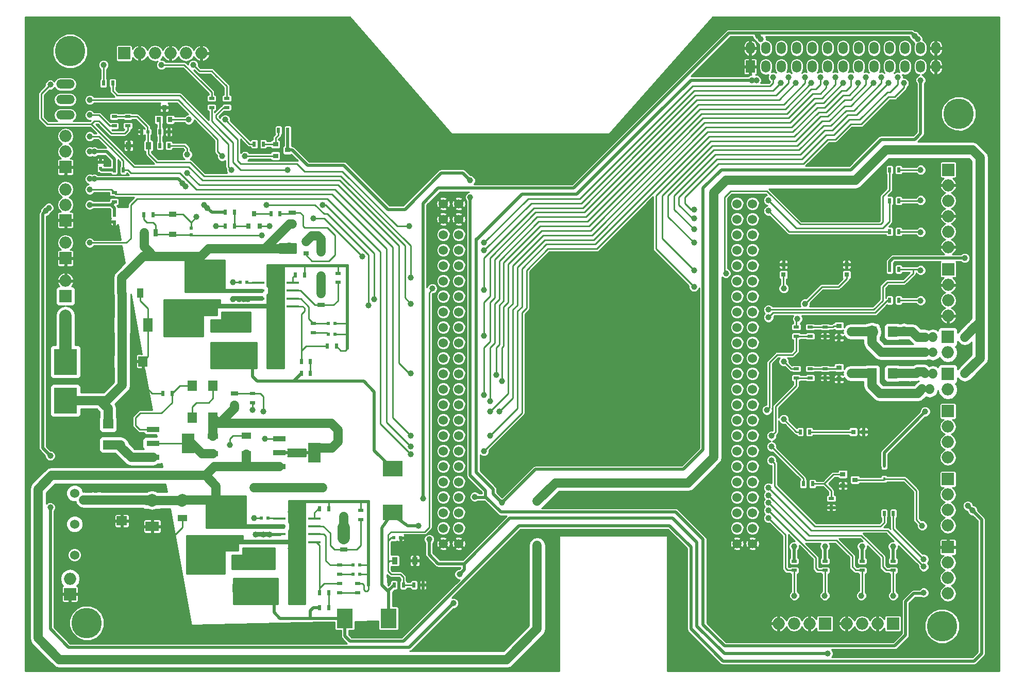
<source format=gtl>
%FSLAX46Y46*%
G04 Gerber Fmt 4.6, Leading zero omitted, Abs format (unit mm)*
G04 Created by KiCad (PCBNEW (2014-jul-16 BZR unknown)-product) date Fri 02 Oct 2015 05:10:55 PM CEST*
%MOMM*%
G01*
G04 APERTURE LIST*
%ADD10C,0.100000*%
%ADD11R,0.600000X0.500000*%
%ADD12R,1.600000X1.000000*%
%ADD13R,1.000000X1.600000*%
%ADD14R,0.500000X0.600000*%
%ADD15R,2.600000X3.200000*%
%ADD16R,3.200000X2.600000*%
%ADD17R,0.910000X1.220000*%
%ADD18R,1.676400X1.524000*%
%ADD19R,1.524000X1.676400*%
%ADD20R,0.800000X0.800000*%
%ADD21R,0.450000X0.590000*%
%ADD22R,1.220000X0.910000*%
%ADD23R,3.810000X4.240000*%
%ADD24R,5.180000X1.430000*%
%ADD25O,3.014980X1.506220*%
%ADD26R,0.900000X0.800000*%
%ADD27R,0.800000X0.900000*%
%ADD28R,0.500000X0.900000*%
%ADD29R,0.900000X0.500000*%
%ADD30C,1.524000*%
%ADD31C,1.500000*%
%ADD32R,2.150000X3.250000*%
%ADD33R,2.150000X0.950000*%
%ADD34O,1.998980X1.998980*%
%ADD35R,1.998980X1.998980*%
%ADD36R,2.400000X3.100000*%
%ADD37R,2.150000X0.450000*%
%ADD38R,1.300000X0.700000*%
%ADD39O,1.500000X2.000000*%
%ADD40R,1.500000X2.000000*%
%ADD41R,0.700000X1.300000*%
%ADD42C,5.000000*%
%ADD43R,2.180000X1.620000*%
%ADD44R,1.620000X2.180000*%
%ADD45R,1.700000X0.900000*%
%ADD46C,1.000000*%
%ADD47C,0.250000*%
%ADD48C,0.500000*%
%ADD49C,1.500000*%
%ADD50C,2.000000*%
%ADD51C,0.254000*%
G04 APERTURE END LIST*
D10*
D11*
X119450000Y-121500000D03*
X120550000Y-121500000D03*
D12*
X89750000Y-118750000D03*
X89750000Y-121750000D03*
D11*
X98800000Y-118250000D03*
X97700000Y-118250000D03*
X112700000Y-127500000D03*
X113800000Y-127500000D03*
X112700000Y-126000000D03*
X113800000Y-126000000D03*
D13*
X99750000Y-129000000D03*
X102750000Y-129000000D03*
X99750000Y-131500000D03*
X102750000Y-131500000D03*
D12*
X86360000Y-80030000D03*
X86360000Y-83030000D03*
X89250000Y-80000000D03*
X89250000Y-83000000D03*
D13*
X96250000Y-92750000D03*
X99250000Y-92750000D03*
X96250000Y-90250000D03*
X99250000Y-90250000D03*
D14*
X86125000Y-71675000D03*
X86125000Y-70575000D03*
D15*
X118600000Y-134750000D03*
X111400000Y-134750000D03*
D16*
X119250000Y-117350000D03*
X119250000Y-110150000D03*
D17*
X122885000Y-125250000D03*
X119615000Y-125250000D03*
D18*
X74750000Y-115298200D03*
X74750000Y-118701800D03*
D19*
X74798200Y-92500000D03*
X78201800Y-92500000D03*
D20*
X183460000Y-78241000D03*
X183460000Y-76564000D03*
D19*
X201372800Y-94459000D03*
X197969200Y-94459000D03*
D21*
X200000000Y-111805000D03*
X200000000Y-109695000D03*
D20*
X194917000Y-104079000D03*
X196594000Y-104079000D03*
D19*
X86298200Y-101750000D03*
X89701800Y-101750000D03*
X86298200Y-96500000D03*
X89701800Y-96500000D03*
D22*
X83125000Y-68330000D03*
X83125000Y-71600000D03*
D20*
X193835000Y-78224000D03*
X193835000Y-76547000D03*
D19*
X201372800Y-87601000D03*
X197969200Y-87601000D03*
D23*
X65500000Y-92560000D03*
X65500000Y-98940000D03*
D24*
X95500000Y-125730000D03*
X95500000Y-129770000D03*
X92000000Y-86980000D03*
X92000000Y-91020000D03*
D25*
X65465000Y-46920000D03*
X65465000Y-49460000D03*
X65465000Y-52000000D03*
D26*
X192575000Y-93509000D03*
X192575000Y-95409000D03*
X194575000Y-94459000D03*
X193210000Y-111035000D03*
X193210000Y-112935000D03*
X195210000Y-111985000D03*
D27*
X95550000Y-70250000D03*
X97450000Y-70250000D03*
X96500000Y-68250000D03*
D26*
X105000000Y-74700000D03*
X105000000Y-72800000D03*
X103000000Y-73750000D03*
D27*
X80800000Y-52750000D03*
X82700000Y-52750000D03*
X81750000Y-50750000D03*
D26*
X192575000Y-86651000D03*
X192575000Y-88551000D03*
X194575000Y-87601000D03*
D28*
X119500000Y-129250000D03*
X121000000Y-129250000D03*
X122750000Y-129250000D03*
X124250000Y-129250000D03*
D29*
X114000000Y-118500000D03*
X114000000Y-117000000D03*
D28*
X107250000Y-116750000D03*
X108750000Y-116750000D03*
D29*
X110500000Y-126000000D03*
X110500000Y-127500000D03*
D28*
X107250000Y-133000000D03*
X108750000Y-133000000D03*
X108750000Y-130500000D03*
X107250000Y-130500000D03*
D29*
X113500000Y-130500000D03*
X113500000Y-129000000D03*
X110250000Y-79500000D03*
X110250000Y-78000000D03*
D28*
X103250000Y-78250000D03*
X104750000Y-78250000D03*
D29*
X106250000Y-86250000D03*
X106250000Y-87750000D03*
D28*
X104250000Y-94500000D03*
X105750000Y-94500000D03*
X105750000Y-92500000D03*
X104250000Y-92500000D03*
X108500000Y-90000000D03*
X110000000Y-90000000D03*
D29*
X185574000Y-95209000D03*
X185574000Y-93709000D03*
X187860000Y-93709000D03*
X187860000Y-95209000D03*
X190273000Y-93709000D03*
X190273000Y-95209000D03*
X73500000Y-53750000D03*
X73500000Y-52250000D03*
X75750000Y-53750000D03*
X75750000Y-52250000D03*
D28*
X200000000Y-117500000D03*
X201500000Y-117500000D03*
D29*
X190273000Y-126832000D03*
X190273000Y-125332000D03*
X201449000Y-126832000D03*
X201449000Y-125332000D03*
D28*
X202389500Y-60994500D03*
X200889500Y-60994500D03*
X71750000Y-46750000D03*
X73250000Y-46750000D03*
D29*
X73500000Y-66250000D03*
X73500000Y-64750000D03*
D28*
X202389500Y-66074500D03*
X200889500Y-66074500D03*
D29*
X185193000Y-126832000D03*
X185193000Y-125332000D03*
X196369000Y-126832000D03*
X196369000Y-125332000D03*
X89500000Y-49250000D03*
X89500000Y-50750000D03*
D28*
X73500000Y-61000000D03*
X75000000Y-61000000D03*
D29*
X92000000Y-49250000D03*
X92000000Y-50750000D03*
D28*
X202389500Y-71154500D03*
X200889500Y-71154500D03*
X188229000Y-112620000D03*
X186729000Y-112620000D03*
D29*
X191289000Y-115045000D03*
X191289000Y-116545000D03*
D28*
X186229000Y-104079000D03*
X187729000Y-104079000D03*
D29*
X96250000Y-97750000D03*
X96250000Y-99250000D03*
D28*
X83000000Y-97750000D03*
X81500000Y-97750000D03*
X93250000Y-68000000D03*
X91750000Y-68000000D03*
X93250000Y-70250000D03*
X91750000Y-70250000D03*
X100750000Y-68250000D03*
X99250000Y-68250000D03*
X79875000Y-68375000D03*
X78375000Y-68375000D03*
X202389500Y-77377500D03*
X200889500Y-77377500D03*
X202389500Y-82457500D03*
X200889500Y-82457500D03*
D29*
X185574000Y-88351000D03*
X185574000Y-86851000D03*
X187860000Y-86851000D03*
X187860000Y-88351000D03*
X190273000Y-86851000D03*
X190273000Y-88351000D03*
X110500000Y-129000000D03*
X110500000Y-130500000D03*
D30*
X67000000Y-119250000D03*
X67000000Y-124330000D03*
X67000000Y-114170000D03*
D31*
X175820400Y-122449800D03*
D30*
X178360400Y-66569800D03*
X175820400Y-66569800D03*
X178360400Y-69109800D03*
X175820400Y-69109800D03*
X178360400Y-71649800D03*
X175820400Y-71649800D03*
X178360400Y-86889800D03*
X178360400Y-74189800D03*
X175820400Y-74189800D03*
X175820400Y-112289800D03*
X175820400Y-114829800D03*
X175820400Y-117369800D03*
X175820400Y-119909800D03*
X175820400Y-76729800D03*
X175820400Y-79269800D03*
X178360400Y-76729800D03*
X178360400Y-79269800D03*
X178360400Y-81809800D03*
X178360400Y-84349800D03*
X178360400Y-89429800D03*
X175820400Y-81809800D03*
X178360400Y-91969800D03*
X178360400Y-94509800D03*
X175820400Y-84349800D03*
X178360400Y-97049800D03*
X175820400Y-86889800D03*
X178360400Y-99589800D03*
X175820400Y-89429800D03*
X178360400Y-102129800D03*
X175820400Y-91969800D03*
X178360400Y-104669800D03*
X175820400Y-94509800D03*
X178360400Y-107209800D03*
X175820400Y-97049800D03*
X178360400Y-109749800D03*
X175820400Y-99589800D03*
X178360400Y-112289800D03*
X175820400Y-102129800D03*
X178360400Y-114829800D03*
X175820400Y-104669800D03*
X178360400Y-117369800D03*
X175820400Y-107209800D03*
X178360400Y-119909800D03*
X175820400Y-109749800D03*
X178360400Y-122449800D03*
X130100400Y-122449800D03*
X127560400Y-109749800D03*
X130100400Y-119909800D03*
X127560400Y-107209800D03*
X130100400Y-117369800D03*
X127560400Y-104669800D03*
X130100400Y-114829800D03*
X127560400Y-102129800D03*
X130100400Y-112289800D03*
X127560400Y-99589800D03*
X130100400Y-109749800D03*
X127560400Y-97049800D03*
X130100400Y-107209800D03*
X127560400Y-94509800D03*
X130100400Y-104669800D03*
X127560400Y-91969800D03*
X130100400Y-102129800D03*
X127560400Y-89429800D03*
X130100400Y-99589800D03*
X127560400Y-86889800D03*
X130100400Y-97049800D03*
X127560400Y-84349800D03*
X130100400Y-94509800D03*
X130100400Y-91969800D03*
X127560400Y-81809800D03*
X130100400Y-89429800D03*
X130100400Y-84349800D03*
X130100400Y-81809800D03*
X130100400Y-79269800D03*
X130100400Y-76729800D03*
X127560400Y-79269800D03*
X127560400Y-76729800D03*
X127560400Y-119909800D03*
X127560400Y-117369800D03*
X127560400Y-114829800D03*
X127560400Y-112289800D03*
X127560400Y-74189800D03*
X130100400Y-74189800D03*
X130100400Y-86889800D03*
X127560400Y-71649800D03*
X130100400Y-71649800D03*
X127560400Y-69109800D03*
X130100400Y-69109800D03*
X127560400Y-66569800D03*
X130100400Y-66569800D03*
D31*
X127560400Y-122449800D03*
D32*
X106400000Y-107500000D03*
D33*
X100600000Y-105200000D03*
X100600000Y-107500000D03*
X100600000Y-109800000D03*
D34*
X65500000Y-79230000D03*
D35*
X65500000Y-81770000D03*
D34*
X210466000Y-97126000D03*
D35*
X210466000Y-94586000D03*
D34*
X66250000Y-128230000D03*
D35*
X66250000Y-130770000D03*
D34*
X210466000Y-108302000D03*
D35*
X210466000Y-100682000D03*
D34*
X210466000Y-103222000D03*
X210466000Y-105762000D03*
X210466000Y-130654000D03*
D35*
X210466000Y-123034000D03*
D34*
X210466000Y-125574000D03*
X210466000Y-128114000D03*
X82755000Y-41840000D03*
D35*
X75135000Y-41840000D03*
D34*
X77675000Y-41840000D03*
X80215000Y-41840000D03*
X85295000Y-41840000D03*
X87835000Y-41840000D03*
X210529500Y-68614500D03*
D35*
X210529500Y-60994500D03*
D34*
X210529500Y-63534500D03*
X210529500Y-66074500D03*
X210529500Y-71154500D03*
X210529500Y-73694500D03*
X210529500Y-84997500D03*
D35*
X210529500Y-77377500D03*
D34*
X210529500Y-79917500D03*
X210529500Y-82457500D03*
X182653000Y-135607000D03*
D35*
X190273000Y-135607000D03*
D34*
X187733000Y-135607000D03*
X185193000Y-135607000D03*
X65500000Y-64210000D03*
D35*
X65500000Y-69290000D03*
D34*
X65500000Y-66750000D03*
X193829000Y-135607000D03*
D35*
X201449000Y-135607000D03*
D34*
X198909000Y-135607000D03*
X196369000Y-135607000D03*
X210466000Y-119478000D03*
D35*
X210466000Y-111858000D03*
D34*
X210466000Y-114398000D03*
X210466000Y-116938000D03*
X65500000Y-55460000D03*
D35*
X65500000Y-60540000D03*
D34*
X65500000Y-58000000D03*
X210466000Y-91030000D03*
D35*
X210466000Y-88490000D03*
D34*
X65500000Y-72980000D03*
D35*
X65500000Y-75520000D03*
D12*
X84750000Y-115250000D03*
X84750000Y-118250000D03*
D36*
X103500000Y-120250000D03*
D37*
X106375000Y-119600000D03*
X106375000Y-118300000D03*
X106375000Y-120900000D03*
X106375000Y-122200000D03*
X100625000Y-122200000D03*
X100625000Y-120900000D03*
X100625000Y-119600000D03*
X100625000Y-118300000D03*
D12*
X92750000Y-118750000D03*
X92750000Y-121750000D03*
D38*
X111250000Y-121550000D03*
X111250000Y-123450000D03*
D39*
X208490000Y-44020000D03*
X208490000Y-40980000D03*
X205950000Y-40980000D03*
X205950000Y-44020000D03*
X203410000Y-44020000D03*
X203410000Y-40980000D03*
X200870000Y-40980000D03*
X200870000Y-44020000D03*
X198330000Y-44020000D03*
X198330000Y-40980000D03*
X195790000Y-40980000D03*
X195790000Y-44020000D03*
X193250000Y-44020000D03*
X193250000Y-40980000D03*
X190710000Y-40980000D03*
X190710000Y-44020000D03*
X188170000Y-44020000D03*
X188170000Y-40980000D03*
X185630000Y-40980000D03*
X185630000Y-44020000D03*
D40*
X178010000Y-44020000D03*
D39*
X178010000Y-40980000D03*
X180550000Y-44020000D03*
X180550000Y-40980000D03*
X183090000Y-44020000D03*
X183090000Y-40980000D03*
D36*
X100000000Y-81500000D03*
D37*
X102875000Y-80850000D03*
X102875000Y-79550000D03*
X102875000Y-82150000D03*
X102875000Y-83450000D03*
X97125000Y-83450000D03*
X97125000Y-82150000D03*
X97125000Y-80850000D03*
X97125000Y-79550000D03*
D13*
X74750000Y-81250000D03*
X77750000Y-81250000D03*
D11*
X95300000Y-79500000D03*
X94200000Y-79500000D03*
X108700000Y-86250000D03*
X109800000Y-86250000D03*
X108700000Y-88000000D03*
X109800000Y-88000000D03*
D38*
X107500000Y-81300000D03*
X107500000Y-83200000D03*
D41*
X80325000Y-71375000D03*
X78425000Y-71375000D03*
D42*
X66250000Y-41500000D03*
X209500000Y-136000000D03*
X69000000Y-135500000D03*
X212250000Y-51750000D03*
D38*
X102750000Y-69950000D03*
X102750000Y-68050000D03*
X93250000Y-99700000D03*
X93250000Y-97800000D03*
D11*
X79050000Y-54750000D03*
X77950000Y-54750000D03*
D17*
X75865000Y-57000000D03*
X79135000Y-57000000D03*
D26*
X100000000Y-56800000D03*
X100000000Y-58700000D03*
X102000000Y-57750000D03*
D28*
X98000000Y-56750000D03*
X96500000Y-56750000D03*
X102000000Y-54500000D03*
X100500000Y-54500000D03*
D14*
X73500000Y-68450000D03*
X73500000Y-69550000D03*
X71250000Y-60800000D03*
X71250000Y-59700000D03*
D43*
X79750000Y-119610000D03*
X79750000Y-115390000D03*
D44*
X79050000Y-86530000D03*
X74830000Y-86530000D03*
D18*
X72500000Y-102798200D03*
X72500000Y-106201800D03*
D45*
X89750000Y-104800000D03*
X89750000Y-107700000D03*
D28*
X81000000Y-54750000D03*
X82500000Y-54750000D03*
X82500000Y-57000000D03*
X81000000Y-57000000D03*
D12*
X95250000Y-107750000D03*
X95250000Y-104750000D03*
D32*
X85650000Y-106000000D03*
D33*
X79850000Y-103700000D03*
X79850000Y-106000000D03*
X79850000Y-108300000D03*
D46*
X78250000Y-96250000D03*
X69500000Y-60250000D03*
X71750000Y-71000000D03*
X135000000Y-132000000D03*
X129750000Y-138000000D03*
X136750000Y-137500000D03*
X140750000Y-127500000D03*
X139750000Y-125250000D03*
X135500000Y-126000000D03*
X90250000Y-70250000D03*
X198750000Y-104250000D03*
X87000000Y-68750000D03*
X84250000Y-84500000D03*
X85500000Y-84500000D03*
X86750000Y-84500000D03*
X88250000Y-84500000D03*
X89750000Y-84500000D03*
X100750000Y-89500000D03*
X100750000Y-90750000D03*
X100750000Y-92000000D03*
X100750000Y-93250000D03*
X99000000Y-70250000D03*
X99500000Y-80500000D03*
X99500000Y-81500000D03*
X99500000Y-82500000D03*
X100500000Y-80500000D03*
X100500000Y-81500000D03*
X100500000Y-82500000D03*
X101000000Y-84250000D03*
X100000000Y-84250000D03*
X99000000Y-84250000D03*
X101000000Y-78750000D03*
X100000000Y-78750000D03*
X99000000Y-78750000D03*
X103000000Y-121250000D03*
X104000000Y-121250000D03*
X104000000Y-120250000D03*
X104000000Y-119250000D03*
X103000000Y-119250000D03*
X103000000Y-120250000D03*
X104250000Y-128750000D03*
X104250000Y-129750000D03*
X104250000Y-130750000D03*
X104250000Y-131750000D03*
X102500000Y-123250000D03*
X103500000Y-123250000D03*
X104500000Y-123250000D03*
X102500000Y-117250000D03*
X103500000Y-117250000D03*
X104500000Y-117250000D03*
X193575000Y-117700000D03*
X190908000Y-96745000D03*
X191289000Y-90141000D03*
X183460000Y-75003000D03*
X193835000Y-74859000D03*
X124250000Y-131500000D03*
X96250000Y-100500000D03*
X93000000Y-123250000D03*
X91500000Y-123250000D03*
X90250000Y-123250000D03*
X88750000Y-123500000D03*
X147000000Y-78750000D03*
X147250000Y-84500000D03*
X147250000Y-90750000D03*
X147250000Y-96500000D03*
X147250000Y-102750000D03*
X141000000Y-104000000D03*
X137500000Y-109000000D03*
X142750000Y-107500000D03*
X150250000Y-107750000D03*
X158750000Y-107750000D03*
X166750000Y-106000000D03*
X164750000Y-101000000D03*
X164500000Y-94250000D03*
X164500000Y-86250000D03*
X164500000Y-80250000D03*
X157250000Y-75000000D03*
X155000000Y-82250000D03*
X155000000Y-89750000D03*
X155000000Y-95250000D03*
X155000000Y-100250000D03*
X155000000Y-104250000D03*
X142250000Y-78750000D03*
X117250000Y-59500000D03*
X119250000Y-51500000D03*
X102000000Y-49750000D03*
X94500000Y-46750000D03*
X94250000Y-40000000D03*
X106500000Y-39000000D03*
X107750000Y-44500000D03*
X113500000Y-44250000D03*
X136750000Y-59000000D03*
X180750000Y-125250000D03*
X177750000Y-133500000D03*
X174000000Y-135500000D03*
X174000000Y-129750000D03*
X175000000Y-125250000D03*
X171750000Y-118750000D03*
X171750000Y-114750000D03*
X167250000Y-116000000D03*
X156750000Y-116000000D03*
X149000000Y-115500000D03*
X74250000Y-56250000D03*
X79000000Y-50750000D03*
X74750000Y-124250000D03*
X76750000Y-128250000D03*
X82500000Y-128250000D03*
X84750000Y-133250000D03*
X80500000Y-137500000D03*
X74500000Y-135000000D03*
X79750000Y-132250000D03*
X92500000Y-106250000D03*
X125750000Y-80500000D03*
X98000000Y-121000000D03*
X96750000Y-121000000D03*
X96500000Y-118250000D03*
X99000000Y-121000000D03*
X95250000Y-123750000D03*
X96500000Y-123750000D03*
X98000000Y-123750000D03*
X99000000Y-124750000D03*
X206750000Y-100750000D03*
X213750000Y-116250000D03*
X214500000Y-117000000D03*
X93000000Y-82250000D03*
X94000000Y-82250000D03*
X94750000Y-82250000D03*
X95500000Y-82250000D03*
X93000000Y-79500000D03*
X91750000Y-85250000D03*
X93250000Y-85250000D03*
X94750000Y-85250000D03*
X95500000Y-86250000D03*
X97750000Y-71750000D03*
X106250000Y-69000000D03*
X114250000Y-75250000D03*
X205000000Y-39000000D03*
X205500000Y-39500000D03*
X179250000Y-39000000D03*
X124250000Y-115000000D03*
X179750000Y-39500000D03*
X123500000Y-119500000D03*
X183500000Y-92500000D03*
X183500000Y-80500000D03*
X204000000Y-97750000D03*
X206250000Y-97000000D03*
X207500000Y-97126000D03*
X205500000Y-97750000D03*
X206250000Y-119500000D03*
X185750000Y-85500000D03*
X187000000Y-83000000D03*
X204000000Y-91000000D03*
X202750000Y-91000000D03*
X206750000Y-91000000D03*
X208000000Y-91030000D03*
X205500000Y-91000000D03*
X132750000Y-114750000D03*
X206500000Y-130500000D03*
X132000000Y-65500000D03*
X132000000Y-62750000D03*
X69500000Y-52000000D03*
X206500000Y-125000000D03*
X206500000Y-126250000D03*
X181000000Y-113250000D03*
X81250000Y-43750000D03*
X71750000Y-43750000D03*
X86500000Y-43750000D03*
X206000000Y-66000000D03*
X206000000Y-61000000D03*
X206000000Y-71250000D03*
X206000000Y-82500000D03*
X206000000Y-77500000D03*
X181000000Y-84000000D03*
X181000000Y-118250000D03*
X185250000Y-131000000D03*
X181000000Y-117000000D03*
X190250000Y-131000000D03*
X70250000Y-58000000D03*
X69500000Y-58000000D03*
X70250000Y-62500000D03*
X88750000Y-67250000D03*
X84750000Y-63250000D03*
X85250000Y-63750000D03*
X69500000Y-62500000D03*
X62250000Y-67750000D03*
X62750000Y-67250000D03*
X130250000Y-127500000D03*
X129250000Y-132250000D03*
X63000000Y-108000000D03*
X63000000Y-116500000D03*
X213250000Y-75500000D03*
X190273000Y-122907000D03*
X185193000Y-122907000D03*
X190750000Y-140500000D03*
X125250000Y-121750000D03*
X69500000Y-66750000D03*
X88250000Y-66750000D03*
X196369000Y-122907000D03*
X201449000Y-122907000D03*
X69500000Y-64250000D03*
X122250000Y-106500000D03*
X181000000Y-115750000D03*
X196250000Y-131000000D03*
X181000000Y-114500000D03*
X201500000Y-131000000D03*
X69500000Y-55500000D03*
X122250000Y-104750000D03*
X69500000Y-73000000D03*
X122250000Y-107750000D03*
X178250000Y-46250000D03*
X179000000Y-46250000D03*
X137250000Y-115750000D03*
X206000000Y-46250000D03*
X184250000Y-45750000D03*
X134250000Y-80750000D03*
X122250000Y-83000000D03*
X63000000Y-47000000D03*
X134250000Y-74250000D03*
X183000000Y-46750000D03*
X134250000Y-73000000D03*
X181750000Y-45750000D03*
X134250000Y-88250000D03*
X185500000Y-46750000D03*
X199500000Y-45750000D03*
X168750000Y-73000000D03*
X168750000Y-70750000D03*
X200750000Y-46750000D03*
X202250000Y-45750000D03*
X168750000Y-69000000D03*
X168750000Y-67500000D03*
X203250000Y-46750000D03*
X187000000Y-45750000D03*
X134250000Y-98000000D03*
X135250000Y-99000000D03*
X188000000Y-46750000D03*
X134250000Y-107250000D03*
X195750000Y-46750000D03*
X168750000Y-80250000D03*
X197000000Y-45750000D03*
X194500000Y-45750000D03*
X135250000Y-104750000D03*
X168750000Y-77500000D03*
X198250000Y-46750000D03*
X135250000Y-100750000D03*
X192000000Y-45750000D03*
X189500000Y-45750000D03*
X136250000Y-94750000D03*
X137250000Y-95750000D03*
X190500000Y-46750000D03*
X136750000Y-100750000D03*
X193250000Y-46750000D03*
X107500000Y-74500000D03*
X107500000Y-73000000D03*
X107500000Y-79750000D03*
X107500000Y-78500000D03*
X122250000Y-94500000D03*
X85500000Y-58500000D03*
X85500000Y-61500000D03*
X181500000Y-104750000D03*
X181500000Y-108750000D03*
X174000000Y-78000000D03*
X115250000Y-83250000D03*
X98500000Y-66750000D03*
X92750000Y-61000000D03*
X181000000Y-66000000D03*
X102000000Y-61000000D03*
X107750000Y-66750000D03*
X116250000Y-82250000D03*
X122000000Y-70250000D03*
X181000000Y-67750000D03*
X181500000Y-106500000D03*
X183500000Y-102000000D03*
X98250000Y-105250000D03*
X98000000Y-100750000D03*
X181000000Y-85250000D03*
X180750000Y-100500000D03*
X122250000Y-78750000D03*
X144250000Y-114250000D03*
X145000000Y-113500000D03*
X143000000Y-124250000D03*
X143000000Y-125500000D03*
X70000000Y-115250000D03*
X71250000Y-115250000D03*
X68500000Y-115250000D03*
X214250000Y-93500000D03*
X215000000Y-92750000D03*
X214000000Y-87750000D03*
X214875000Y-86875000D03*
X213250000Y-94500000D03*
X213250000Y-88500000D03*
X111250000Y-118000000D03*
X111250000Y-119750000D03*
X204250000Y-94500000D03*
X203250000Y-94459000D03*
X208000000Y-94586000D03*
X206750000Y-94500000D03*
X204601000Y-87601000D03*
X203250000Y-87500000D03*
X206750000Y-88500000D03*
X208000000Y-88490000D03*
X205500000Y-88500000D03*
X205500000Y-94250000D03*
X143000000Y-115500000D03*
X143000000Y-122750000D03*
X94250000Y-115500000D03*
X92750000Y-116250000D03*
X107750000Y-113250000D03*
X96500000Y-113250000D03*
X98250000Y-113250000D03*
X106000000Y-113250000D03*
X65500000Y-87750000D03*
X65500000Y-86500000D03*
X65500000Y-85000000D03*
X91750000Y-52750000D03*
X85750000Y-52750000D03*
X95000000Y-58750000D03*
X91250000Y-58750000D03*
X69500000Y-49500000D03*
D47*
X78250000Y-96250000D02*
X78250000Y-92548200D01*
X78250000Y-92548200D02*
X78201800Y-92500000D01*
X81500000Y-97750000D02*
X79750000Y-97750000D01*
X79750000Y-97750000D02*
X78250000Y-96250000D01*
X79050000Y-86530000D02*
X79050000Y-91651800D01*
X79050000Y-91651800D02*
X78201800Y-92500000D01*
X77750000Y-81250000D02*
X77750000Y-82500000D01*
X79050000Y-83800000D02*
X79050000Y-86530000D01*
X77750000Y-82500000D02*
X79050000Y-83800000D01*
X71250000Y-59700000D02*
X70050000Y-59700000D01*
X70050000Y-59700000D02*
X69500000Y-60250000D01*
X73500000Y-69550000D02*
X73500000Y-70250000D01*
X72750000Y-71000000D02*
X71750000Y-71000000D01*
X73500000Y-70250000D02*
X72750000Y-71000000D01*
X79750000Y-119648840D02*
X79750000Y-121500000D01*
X79750000Y-121500000D02*
X78500000Y-122750000D01*
X135000000Y-132750000D02*
X135000000Y-132000000D01*
X129750000Y-138000000D02*
X135000000Y-132750000D01*
X138250000Y-137500000D02*
X136750000Y-137500000D01*
X140750000Y-135000000D02*
X138250000Y-137500000D01*
X140750000Y-127500000D02*
X140750000Y-135000000D01*
X136250000Y-125250000D02*
X139750000Y-125250000D01*
X135500000Y-126000000D02*
X136250000Y-125250000D01*
X91750000Y-70250000D02*
X90250000Y-70250000D01*
X196594000Y-104079000D02*
X198579000Y-104079000D01*
X198579000Y-104079000D02*
X198750000Y-104250000D01*
X86360000Y-83030000D02*
X85720000Y-83030000D01*
X85720000Y-83030000D02*
X84250000Y-84500000D01*
X86125000Y-69625000D02*
X87000000Y-68750000D01*
X89250000Y-83000000D02*
X89250000Y-84000000D01*
X85500000Y-84500000D02*
X84250000Y-84500000D01*
X88250000Y-84500000D02*
X86750000Y-84500000D01*
X89250000Y-84000000D02*
X89750000Y-84500000D01*
X99250000Y-92750000D02*
X100250000Y-92750000D01*
X100000000Y-90250000D02*
X99250000Y-90250000D01*
X100750000Y-89500000D02*
X100000000Y-90250000D01*
X100750000Y-92000000D02*
X100750000Y-90750000D01*
X100250000Y-92750000D02*
X100750000Y-93250000D01*
X97450000Y-70250000D02*
X99000000Y-70250000D01*
X99500000Y-80500000D02*
X99500000Y-81250000D01*
X99500000Y-81750000D02*
X99500000Y-81500000D01*
X99500000Y-82500000D02*
X99500000Y-81750000D01*
X100500000Y-80500000D02*
X100500000Y-81250000D01*
X100500000Y-81750000D02*
X100500000Y-82500000D01*
X100500000Y-81500000D02*
X100000000Y-83250000D01*
X100000000Y-84250000D02*
X101000000Y-84250000D01*
X100000000Y-83250000D02*
X99000000Y-84250000D01*
X100500000Y-81500000D02*
X100000000Y-80000000D01*
X100000000Y-80000000D02*
X101000000Y-78750000D01*
X100000000Y-78750000D02*
X99000000Y-78750000D01*
X89250000Y-83000000D02*
X90250000Y-83000000D01*
X90250000Y-83000000D02*
X90750000Y-83500000D01*
X90750000Y-83500000D02*
X97075000Y-83500000D01*
X97075000Y-83500000D02*
X97125000Y-83450000D01*
X83125000Y-68330000D02*
X84830000Y-68330000D01*
X86125000Y-69625000D02*
X86125000Y-70575000D01*
X84830000Y-68330000D02*
X86125000Y-69625000D01*
X79875000Y-68375000D02*
X83080000Y-68375000D01*
X83080000Y-68375000D02*
X83125000Y-68330000D01*
X96450000Y-99450000D02*
X96250000Y-99250000D01*
X110250000Y-78000000D02*
X110250000Y-76750000D01*
X109800000Y-88000000D02*
X111750000Y-88000000D01*
X109800000Y-86250000D02*
X111750000Y-86250000D01*
X103000000Y-120250000D02*
X103000000Y-121250000D01*
X104000000Y-121250000D02*
X104000000Y-120750000D01*
X104000000Y-120750000D02*
X104000000Y-120250000D01*
X104000000Y-119250000D02*
X104000000Y-119750000D01*
X104000000Y-119750000D02*
X104000000Y-120250000D01*
X102750000Y-129000000D02*
X103250000Y-129000000D01*
X103250000Y-129000000D02*
X104250000Y-128750000D01*
X104250000Y-129750000D02*
X104250000Y-130750000D01*
X104250000Y-131750000D02*
X102750000Y-131500000D01*
X103000000Y-119250000D02*
X103000000Y-120500000D01*
X103000000Y-120500000D02*
X104500000Y-123250000D01*
X103500000Y-123250000D02*
X102500000Y-123250000D01*
X103000000Y-119250000D02*
X103500000Y-119250000D01*
X103500000Y-119250000D02*
X102500000Y-117250000D01*
X103500000Y-117250000D02*
X104500000Y-117250000D01*
X114000000Y-117000000D02*
X114000000Y-115500000D01*
X108750000Y-116750000D02*
X108750000Y-115500000D01*
X113800000Y-126000000D02*
X115250000Y-126000000D01*
X113800000Y-127500000D02*
X115250000Y-127500000D01*
X74750000Y-118701800D02*
X74750000Y-121250000D01*
X84750000Y-119750000D02*
X84750000Y-118250000D01*
X81750000Y-122750000D02*
X84750000Y-119750000D01*
X74750000Y-121250000D02*
X76250000Y-122750000D01*
X192444000Y-116545000D02*
X193210000Y-115779000D01*
X193210000Y-115779000D02*
X193210000Y-112935000D01*
X192432000Y-116545000D02*
X192444000Y-116545000D01*
X191289000Y-116545000D02*
X192432000Y-116545000D01*
X192432000Y-116557000D02*
X193575000Y-117700000D01*
X192432000Y-116545000D02*
X192432000Y-116557000D01*
X192575000Y-96221000D02*
X192051000Y-96745000D01*
X192051000Y-96745000D02*
X190908000Y-96745000D01*
X190908000Y-96745000D02*
X190273000Y-95209000D01*
X192575000Y-95409000D02*
X192575000Y-96221000D01*
X190273000Y-89125000D02*
X191289000Y-90141000D01*
X190273000Y-88351000D02*
X190273000Y-89125000D01*
X192575000Y-88855000D02*
X191289000Y-90141000D01*
X192575000Y-88551000D02*
X192575000Y-88855000D01*
X183460000Y-76564000D02*
X183460000Y-75003000D01*
X193835000Y-76547000D02*
X193835000Y-74859000D01*
X124250000Y-125750000D02*
X123750000Y-125250000D01*
X123750000Y-125250000D02*
X122885000Y-125250000D01*
X124250000Y-129250000D02*
X124250000Y-125750000D01*
X124250000Y-124500000D02*
X121250000Y-121500000D01*
X121250000Y-121500000D02*
X120550000Y-121500000D01*
X124250000Y-125750000D02*
X124250000Y-124500000D01*
X124250000Y-129250000D02*
X124250000Y-131500000D01*
X78575000Y-92813200D02*
X78641800Y-92880000D01*
X104750000Y-78250000D02*
X104750000Y-76750000D01*
X96250000Y-99250000D02*
X96250000Y-100500000D01*
X92750000Y-122750000D02*
X93000000Y-123000000D01*
X93000000Y-123000000D02*
X93000000Y-123250000D01*
X91500000Y-123250000D02*
X90250000Y-123250000D01*
X88750000Y-123500000D02*
X89750000Y-122500000D01*
X89750000Y-122500000D02*
X89750000Y-121750000D01*
X92750000Y-121750000D02*
X92750000Y-122750000D01*
X147250000Y-84500000D02*
X147250000Y-90750000D01*
X147250000Y-96500000D02*
X147250000Y-102750000D01*
X141000000Y-104000000D02*
X137500000Y-107500000D01*
X137500000Y-107500000D02*
X137500000Y-109000000D01*
X142750000Y-107500000D02*
X143000000Y-107750000D01*
X143000000Y-107750000D02*
X150250000Y-107750000D01*
X158750000Y-107750000D02*
X166250000Y-107750000D01*
X166250000Y-107750000D02*
X166750000Y-107250000D01*
X166750000Y-107250000D02*
X166750000Y-106000000D01*
X164750000Y-101000000D02*
X164500000Y-100750000D01*
X164500000Y-100750000D02*
X164500000Y-94250000D01*
X164500000Y-86250000D02*
X164500000Y-80250000D01*
X157250000Y-75000000D02*
X155000000Y-77250000D01*
X155000000Y-77250000D02*
X155000000Y-82250000D01*
X155000000Y-89750000D02*
X155000000Y-95250000D01*
X155000000Y-100250000D02*
X155000000Y-104250000D01*
X142250000Y-78750000D02*
X145500000Y-78750000D01*
X145500000Y-78750000D02*
X147000000Y-78750000D01*
X117250000Y-59500000D02*
X119250000Y-57500000D01*
X119250000Y-57500000D02*
X119250000Y-51500000D01*
X102000000Y-49750000D02*
X99000000Y-46750000D01*
X99000000Y-46750000D02*
X94500000Y-46750000D01*
X94250000Y-40000000D02*
X95250000Y-39000000D01*
X95250000Y-39000000D02*
X106500000Y-39000000D01*
X107750000Y-44500000D02*
X108000000Y-44250000D01*
X108000000Y-44250000D02*
X113500000Y-44250000D01*
X135250000Y-57500000D02*
X136750000Y-59000000D01*
X119250000Y-57500000D02*
X135250000Y-57500000D01*
X180750000Y-125250000D02*
X177750000Y-128250000D01*
X177750000Y-128250000D02*
X177750000Y-133500000D01*
X174000000Y-135500000D02*
X174000000Y-129750000D01*
X175000000Y-125250000D02*
X171750000Y-122000000D01*
X171750000Y-122000000D02*
X171750000Y-118750000D01*
X171750000Y-114750000D02*
X170750000Y-113750000D01*
X170750000Y-113750000D02*
X169500000Y-113750000D01*
X169500000Y-113750000D02*
X167250000Y-116000000D01*
X156750000Y-116000000D02*
X156250000Y-115500000D01*
X156250000Y-115500000D02*
X149000000Y-115500000D01*
X102500000Y-123250000D02*
X102500000Y-122500000D01*
X110750000Y-90750000D02*
X111500000Y-90750000D01*
X111500000Y-90750000D02*
X111750000Y-90500000D01*
X111750000Y-90500000D02*
X111750000Y-90250000D01*
X110000000Y-90000000D02*
X110750000Y-90750000D01*
X114250000Y-129000000D02*
X114500000Y-129250000D01*
X114500000Y-129250000D02*
X114500000Y-130000000D01*
X114500000Y-130000000D02*
X114750000Y-130250000D01*
X114750000Y-130250000D02*
X115000000Y-130250000D01*
X115000000Y-130250000D02*
X115250000Y-130000000D01*
X115250000Y-130000000D02*
X115250000Y-129250000D01*
X113500000Y-129000000D02*
X114250000Y-129000000D01*
X76750000Y-54750000D02*
X75865000Y-55635000D01*
X75865000Y-55635000D02*
X75865000Y-57000000D01*
X77950000Y-54750000D02*
X76750000Y-54750000D01*
X75000000Y-57000000D02*
X74250000Y-56250000D01*
X75865000Y-57000000D02*
X75000000Y-57000000D01*
X81750000Y-50750000D02*
X79000000Y-50750000D01*
X76250000Y-122750000D02*
X74750000Y-124250000D01*
X76250000Y-122750000D02*
X78500000Y-122750000D01*
X78500000Y-122750000D02*
X81750000Y-122750000D01*
X74750000Y-126250000D02*
X76750000Y-128250000D01*
X82500000Y-128250000D02*
X84750000Y-130500000D01*
X84750000Y-130500000D02*
X84750000Y-133250000D01*
X80500000Y-137500000D02*
X75750000Y-137500000D01*
X75750000Y-137500000D02*
X74500000Y-136250000D01*
X74500000Y-136250000D02*
X74500000Y-135000000D01*
X79750000Y-132250000D02*
X80750000Y-132250000D01*
X74750000Y-124250000D02*
X74750000Y-126250000D01*
X93000000Y-104750000D02*
X92500000Y-105250000D01*
X92500000Y-105250000D02*
X92500000Y-106250000D01*
X95250000Y-104750000D02*
X93000000Y-104750000D01*
X78500000Y-86455000D02*
X78575000Y-86530000D01*
X125250000Y-119250000D02*
X125250000Y-119750000D01*
X125250000Y-81250000D02*
X125250000Y-119250000D01*
X125750000Y-80500000D02*
X125250000Y-81250000D01*
X124500000Y-120500000D02*
X122750000Y-120500000D01*
X125250000Y-119750000D02*
X124500000Y-120500000D01*
X123000000Y-120500000D02*
X122750000Y-120500000D01*
X122750000Y-120500000D02*
X119000000Y-120500000D01*
X118500000Y-121000000D02*
X118500000Y-122250000D01*
X119000000Y-120500000D02*
X118500000Y-121000000D01*
X121000000Y-129250000D02*
X122750000Y-129250000D01*
X121000000Y-128000000D02*
X120500000Y-127500000D01*
X120500000Y-127500000D02*
X119000000Y-127500000D01*
X119000000Y-127500000D02*
X118500000Y-127000000D01*
X118500000Y-127000000D02*
X118500000Y-125500000D01*
X118500000Y-125500000D02*
X118750000Y-125250000D01*
X118750000Y-125250000D02*
X119615000Y-125250000D01*
X121000000Y-129250000D02*
X121000000Y-128000000D01*
X118500000Y-122000000D02*
X119000000Y-121500000D01*
X119000000Y-121500000D02*
X119450000Y-121500000D01*
X118500000Y-125500000D02*
X118500000Y-122250000D01*
X118500000Y-122250000D02*
X118500000Y-122000000D01*
X98800000Y-118250000D02*
X100575000Y-118250000D01*
X100575000Y-118250000D02*
X100625000Y-118300000D01*
X98000000Y-121000000D02*
X96750000Y-121000000D01*
X97700000Y-118250000D02*
X96500000Y-118250000D01*
X99400000Y-120900000D02*
X99250000Y-120750000D01*
X100625000Y-120900000D02*
X99400000Y-120900000D01*
X99100000Y-120900000D02*
X99000000Y-121000000D01*
X100625000Y-120900000D02*
X99100000Y-120900000D01*
X96500000Y-123750000D02*
X95250000Y-123750000D01*
X96770000Y-125730000D02*
X98000000Y-123750000D01*
X95500000Y-125730000D02*
X96770000Y-125730000D01*
X98750000Y-123750000D02*
X99000000Y-124000000D01*
X99000000Y-124000000D02*
X99000000Y-124750000D01*
X98000000Y-123750000D02*
X98750000Y-123750000D01*
X110500000Y-127500000D02*
X112700000Y-127500000D01*
X106375000Y-120900000D02*
X107900000Y-120900000D01*
X109000000Y-126000000D02*
X110500000Y-126000000D01*
X108250000Y-125250000D02*
X109000000Y-126000000D01*
X108250000Y-121250000D02*
X108250000Y-125250000D01*
X107900000Y-120900000D02*
X108250000Y-121250000D01*
X110500000Y-126000000D02*
X112700000Y-126000000D01*
D48*
X200000000Y-109695000D02*
X200000000Y-107500000D01*
X206750000Y-100750000D02*
X205250000Y-102250000D01*
X200000000Y-107500000D02*
X205250000Y-102250000D01*
X107250000Y-133000000D02*
X106250000Y-133000000D01*
X105750000Y-133500000D02*
X105750000Y-134750000D01*
X106250000Y-133000000D02*
X105750000Y-133500000D01*
X213750000Y-116250000D02*
X216000000Y-118500000D01*
X216000000Y-140500000D02*
X216000000Y-118500000D01*
X214750000Y-141750000D02*
X216000000Y-140500000D01*
X200750000Y-141750000D02*
X214750000Y-141750000D01*
X173500000Y-141750000D02*
X200750000Y-141750000D01*
X168250000Y-136500000D02*
X173500000Y-141750000D01*
X168250000Y-123000000D02*
X168250000Y-136500000D01*
X165500000Y-120250000D02*
X168250000Y-123000000D01*
X111400000Y-134750000D02*
X105750000Y-134750000D01*
X105750000Y-134750000D02*
X100750000Y-134750000D01*
X100750000Y-134750000D02*
X99750000Y-133750000D01*
X99750000Y-133750000D02*
X99750000Y-131500000D01*
X214500000Y-117000000D02*
X215250000Y-117750000D01*
X99750000Y-129040000D02*
X99750000Y-131500000D01*
X99730000Y-129020000D02*
X99750000Y-129040000D01*
X95500000Y-129770000D02*
X99730000Y-129020000D01*
X140000000Y-119500000D02*
X164750000Y-119500000D01*
X164750000Y-119500000D02*
X165500000Y-120250000D01*
X112250000Y-138500000D02*
X111400000Y-137650000D01*
X111400000Y-134750000D02*
X111400000Y-137650000D01*
X121000000Y-138500000D02*
X139250000Y-120250000D01*
X121000000Y-138500000D02*
X112250000Y-138500000D01*
X139250000Y-120250000D02*
X140000000Y-119500000D01*
D47*
X95350000Y-79550000D02*
X95300000Y-79500000D01*
X97125000Y-79550000D02*
X95350000Y-79550000D01*
X97125000Y-82150000D02*
X95600000Y-82150000D01*
X94750000Y-82250000D02*
X94000000Y-82250000D01*
X95600000Y-82150000D02*
X95500000Y-82250000D01*
X94200000Y-79500000D02*
X93000000Y-79500000D01*
X92000000Y-85500000D02*
X91750000Y-85250000D01*
X93250000Y-85250000D02*
X94750000Y-85250000D01*
X92000000Y-86980000D02*
X92000000Y-85500000D01*
X106250000Y-87750000D02*
X108450000Y-87750000D01*
X108450000Y-87750000D02*
X108700000Y-88000000D01*
X102875000Y-82150000D02*
X104150000Y-82150000D01*
X105500000Y-85500000D02*
X106250000Y-86250000D01*
X105500000Y-83500000D02*
X105500000Y-85500000D01*
X104150000Y-82150000D02*
X105500000Y-83500000D01*
X106250000Y-86250000D02*
X108700000Y-86250000D01*
D48*
X96230000Y-90270000D02*
X96250000Y-90250000D01*
X103000000Y-95750000D02*
X114500000Y-95750000D01*
X116250000Y-107150000D02*
X119250000Y-110150000D01*
X116250000Y-97500000D02*
X116250000Y-107150000D01*
X114500000Y-95750000D02*
X116250000Y-97500000D01*
X96250000Y-95000000D02*
X97000000Y-95750000D01*
X96250000Y-92750000D02*
X96250000Y-95000000D01*
X97000000Y-95750000D02*
X103000000Y-95750000D01*
X103000000Y-95750000D02*
X104250000Y-94500000D01*
D47*
X86250000Y-71750000D02*
X97750000Y-71750000D01*
X108500000Y-69500000D02*
X108000000Y-69000000D01*
X108000000Y-69000000D02*
X106250000Y-69000000D01*
X108500000Y-69500000D02*
X114250000Y-75250000D01*
X106500000Y-68750000D02*
X106250000Y-69000000D01*
X86125000Y-71675000D02*
X83200000Y-71675000D01*
X83200000Y-71675000D02*
X83125000Y-71600000D01*
X83125000Y-71600000D02*
X80550000Y-71600000D01*
X80550000Y-71600000D02*
X80325000Y-71375000D01*
X78375000Y-68375000D02*
X78375000Y-69125000D01*
X80325000Y-70075000D02*
X80325000Y-71375000D01*
X79875000Y-69625000D02*
X80325000Y-70075000D01*
X78875000Y-69625000D02*
X79875000Y-69625000D01*
X78375000Y-69125000D02*
X78875000Y-69625000D01*
X78425000Y-68425000D02*
X78375000Y-68375000D01*
X86175000Y-71675000D02*
X86250000Y-71750000D01*
X86125000Y-71675000D02*
X86175000Y-71675000D01*
D48*
X205000000Y-39000000D02*
X204750000Y-38750000D01*
X204500000Y-38500000D02*
X205500000Y-39500000D01*
X178750000Y-38500000D02*
X204500000Y-38500000D01*
X179250000Y-39000000D02*
X179000000Y-38750000D01*
X174500000Y-38500000D02*
X178750000Y-38500000D01*
X124250000Y-115000000D02*
X124250000Y-66500000D01*
X124250000Y-66500000D02*
X126750000Y-64000000D01*
X126750000Y-64000000D02*
X148500000Y-64000000D01*
X149000000Y-64000000D02*
X160750000Y-52250000D01*
X148500000Y-64000000D02*
X149000000Y-64000000D01*
X160750000Y-52250000D02*
X174500000Y-38500000D01*
X178750000Y-38500000D02*
X179750000Y-39500000D01*
X121750000Y-119500000D02*
X123500000Y-119500000D01*
X121750000Y-119500000D02*
X119250000Y-117750000D01*
X119250000Y-117350000D02*
X119250000Y-117750000D01*
X117500000Y-129250000D02*
X117500000Y-119850000D01*
X118600000Y-130250000D02*
X118500000Y-130250000D01*
X118500000Y-130250000D02*
X117500000Y-129250000D01*
X117500000Y-119850000D02*
X119250000Y-117350000D01*
X118600000Y-130150000D02*
X119500000Y-129250000D01*
X118600000Y-130250000D02*
X118600000Y-130150000D01*
X118600000Y-134750000D02*
X118600000Y-130250000D01*
D47*
X183385000Y-78166000D02*
X183460000Y-78241000D01*
X183500000Y-78281000D02*
X183460000Y-78241000D01*
X184709000Y-93709000D02*
X183500000Y-92500000D01*
X183500000Y-80500000D02*
X183460000Y-80460000D01*
X183460000Y-80460000D02*
X183460000Y-78241000D01*
X185574000Y-93709000D02*
X184709000Y-93709000D01*
D49*
X204000000Y-97750000D02*
X202750000Y-97750000D01*
X205500000Y-97750000D02*
X206250000Y-97000000D01*
X207500000Y-97126000D02*
X207500000Y-97000000D01*
X197969200Y-94459000D02*
X194575000Y-94459000D01*
X205500000Y-97750000D02*
X199250000Y-97750000D01*
X199250000Y-97750000D02*
X197969200Y-96469200D01*
X197969200Y-96469200D02*
X197969200Y-94459000D01*
D47*
X200000000Y-111805000D02*
X203305000Y-111805000D01*
X203305000Y-111805000D02*
X203500000Y-112000000D01*
X195210000Y-111985000D02*
X199820000Y-111985000D01*
X199820000Y-111985000D02*
X200000000Y-111805000D01*
X195210000Y-111985000D02*
X195480000Y-111985000D01*
X203500000Y-112000000D02*
X205250000Y-113750000D01*
X205250000Y-118500000D02*
X206250000Y-119500000D01*
X205250000Y-113750000D02*
X205250000Y-118500000D01*
X203500000Y-111985000D02*
X203500000Y-112000000D01*
X187729000Y-104079000D02*
X194917000Y-104079000D01*
X89750000Y-96548200D02*
X89701800Y-96500000D01*
X86298200Y-99951800D02*
X87000000Y-99250000D01*
X87000000Y-99250000D02*
X89000000Y-99250000D01*
X89000000Y-99250000D02*
X89701800Y-98548200D01*
X89701800Y-98548200D02*
X89701800Y-96500000D01*
X86298200Y-101750000D02*
X86298200Y-99951800D01*
D49*
X93250000Y-99700000D02*
X93250000Y-100250000D01*
X93250000Y-100250000D02*
X90798200Y-102701800D01*
X107150000Y-106750000D02*
X106400000Y-107500000D01*
X109201800Y-102701800D02*
X110250000Y-103750000D01*
X90798200Y-102701800D02*
X109201800Y-102701800D01*
X109250000Y-106750000D02*
X107150000Y-106750000D01*
X110250000Y-105750000D02*
X109250000Y-106750000D01*
X110250000Y-103750000D02*
X110250000Y-105750000D01*
X90653600Y-102701800D02*
X89701800Y-101750000D01*
X90798200Y-102701800D02*
X90653600Y-102701800D01*
X89701800Y-104751800D02*
X89750000Y-104800000D01*
X89701800Y-101750000D02*
X89701800Y-104751800D01*
D47*
X83000000Y-97750000D02*
X83000000Y-99250000D01*
X77700000Y-103700000D02*
X79850000Y-103700000D01*
X77000000Y-103000000D02*
X77700000Y-103700000D01*
X77000000Y-101750000D02*
X77000000Y-103000000D01*
X77750000Y-101000000D02*
X77000000Y-101750000D01*
X81250000Y-101000000D02*
X77750000Y-101000000D01*
X83000000Y-99250000D02*
X81250000Y-101000000D01*
X84250000Y-96500000D02*
X83000000Y-97750000D01*
X86298200Y-96500000D02*
X84250000Y-96500000D01*
X193760000Y-78149000D02*
X193835000Y-78224000D01*
X185574000Y-86851000D02*
X185351000Y-86851000D01*
X185574000Y-85676000D02*
X185750000Y-85500000D01*
X187000000Y-83000000D02*
X189750000Y-80250000D01*
X189750000Y-80250000D02*
X192500000Y-80250000D01*
X192500000Y-80250000D02*
X193835000Y-78915000D01*
X193835000Y-78915000D02*
X193835000Y-78224000D01*
X185574000Y-86851000D02*
X185574000Y-85676000D01*
D49*
X204000000Y-91000000D02*
X202750000Y-91000000D01*
X205500000Y-91000000D02*
X206750000Y-91000000D01*
X208000000Y-91030000D02*
X208000000Y-91000000D01*
X194575000Y-87601000D02*
X197969200Y-87601000D01*
D50*
X198020000Y-87651800D02*
X197969200Y-87601000D01*
D49*
X205500000Y-91000000D02*
X199500000Y-91000000D01*
X197969200Y-89469200D02*
X197969200Y-87601000D01*
X199500000Y-91000000D02*
X197969200Y-89469200D01*
D48*
X132829800Y-114829800D02*
X132750000Y-114750000D01*
X204846000Y-130654000D02*
X206346000Y-130654000D01*
X206346000Y-130654000D02*
X206500000Y-130500000D01*
X201750000Y-139250000D02*
X203500000Y-137500000D01*
X203500000Y-132000000D02*
X204846000Y-130654000D01*
X203500000Y-137500000D02*
X203500000Y-132000000D01*
X173750000Y-139250000D02*
X201750000Y-139250000D01*
X170250000Y-135750000D02*
X173750000Y-139250000D01*
X170250000Y-121750000D02*
X170250000Y-135750000D01*
X165750000Y-117250000D02*
X170250000Y-121750000D01*
X137000000Y-117250000D02*
X165750000Y-117250000D01*
X134579800Y-114829800D02*
X137000000Y-117250000D01*
X134500000Y-114829800D02*
X132829800Y-114829800D01*
X134579800Y-114829800D02*
X134500000Y-114829800D01*
X130750000Y-61500000D02*
X132000000Y-62750000D01*
X127250000Y-61500000D02*
X130750000Y-61500000D01*
X121250000Y-67500000D02*
X127250000Y-61500000D01*
X118500000Y-67500000D02*
X121250000Y-67500000D01*
X111250000Y-60250000D02*
X118500000Y-67500000D01*
X105250000Y-60250000D02*
X111250000Y-60250000D01*
X104000000Y-59000000D02*
X105250000Y-60250000D01*
X134500000Y-113750000D02*
X132000000Y-111250000D01*
X132000000Y-111250000D02*
X132000000Y-65500000D01*
X134500000Y-114829800D02*
X134500000Y-113750000D01*
X102000000Y-57750000D02*
X102000000Y-54500000D01*
X102750000Y-57750000D02*
X102000000Y-57750000D01*
X104000000Y-59000000D02*
X102750000Y-57750000D01*
D47*
X71000000Y-52000000D02*
X72750000Y-53750000D01*
X72750000Y-53750000D02*
X73500000Y-53750000D01*
X69500000Y-52000000D02*
X71000000Y-52000000D01*
X206500000Y-125000000D02*
X201500000Y-120000000D01*
X201500000Y-120000000D02*
X201500000Y-117500000D01*
X200500000Y-120250000D02*
X206500000Y-126250000D01*
X188000000Y-120250000D02*
X200500000Y-120250000D01*
X181000000Y-113250000D02*
X188000000Y-120250000D01*
X89500000Y-49250000D02*
X89500000Y-48250000D01*
X85000000Y-43750000D02*
X88000000Y-46750000D01*
X81250000Y-43750000D02*
X85000000Y-43750000D01*
X89500000Y-48250000D02*
X88000000Y-46750000D01*
X71750000Y-43750000D02*
X71750000Y-46750000D01*
X92000000Y-49250000D02*
X92000000Y-47250000D01*
X89500000Y-44750000D02*
X90250000Y-45500000D01*
X87500000Y-44750000D02*
X89500000Y-44750000D01*
X86500000Y-43750000D02*
X87500000Y-44750000D01*
X92000000Y-47250000D02*
X90250000Y-45500000D01*
X206000000Y-66000000D02*
X205925500Y-66074500D01*
X205925500Y-66074500D02*
X202389500Y-66074500D01*
X206000000Y-61000000D02*
X205994500Y-60994500D01*
X205994500Y-60994500D02*
X202389500Y-60994500D01*
X205904500Y-71154500D02*
X206000000Y-71250000D01*
X202389500Y-71154500D02*
X205904500Y-71154500D01*
X206000000Y-82500000D02*
X205957500Y-82457500D01*
X205957500Y-82457500D02*
X202389500Y-82457500D01*
X204750000Y-77377500D02*
X204750000Y-77500000D01*
X204750000Y-77500000D02*
X204750000Y-77377500D01*
X204750000Y-77377500D02*
X202389500Y-77377500D01*
X205877500Y-77377500D02*
X206000000Y-77500000D01*
X204750000Y-77377500D02*
X205372500Y-77377500D01*
X205372500Y-77377500D02*
X205877500Y-77377500D01*
X204750000Y-77377500D02*
X204750000Y-78000000D01*
X200500000Y-79500000D02*
X203250000Y-79500000D01*
X199750000Y-80250000D02*
X200500000Y-79500000D01*
X199750000Y-82500000D02*
X199750000Y-80250000D01*
X198250000Y-84000000D02*
X199750000Y-82500000D01*
X203250000Y-79500000D02*
X204750000Y-78000000D01*
X198250000Y-84000000D02*
X181000000Y-84000000D01*
X182750000Y-120000000D02*
X182780000Y-120030000D01*
X181000000Y-118250000D02*
X182750000Y-120000000D01*
X183750000Y-121000000D02*
X183750000Y-126500000D01*
X183750000Y-126500000D02*
X184082000Y-126832000D01*
X184082000Y-126832000D02*
X185193000Y-126832000D01*
X182750000Y-120000000D02*
X183750000Y-121000000D01*
X185250000Y-131000000D02*
X185193000Y-130943000D01*
X185193000Y-130943000D02*
X185193000Y-126832000D01*
X187750000Y-123750000D02*
X187733000Y-123750000D01*
X187733000Y-123733000D02*
X187750000Y-123750000D01*
X181000000Y-117000000D02*
X187733000Y-123733000D01*
X188750000Y-124750000D02*
X188750000Y-126500000D01*
X188750000Y-126500000D02*
X189082000Y-126832000D01*
X189082000Y-126832000D02*
X190273000Y-126832000D01*
X187733000Y-123733000D02*
X188750000Y-124750000D01*
X190250000Y-131000000D02*
X190273000Y-130977000D01*
X190273000Y-130977000D02*
X190273000Y-126832000D01*
D48*
X70250000Y-58000000D02*
X71000000Y-58000000D01*
X69500000Y-58000000D02*
X70500000Y-58000000D01*
X73500000Y-61000000D02*
X71450000Y-61000000D01*
X71450000Y-61000000D02*
X71250000Y-60800000D01*
X73500000Y-68450000D02*
X73500000Y-67250000D01*
X73500000Y-67250000D02*
X73000000Y-66750000D01*
X70500000Y-58000000D02*
X72250000Y-58000000D01*
X72250000Y-58000000D02*
X73500000Y-59250000D01*
X73500000Y-59250000D02*
X73500000Y-61000000D01*
X70250000Y-62500000D02*
X71000000Y-62500000D01*
X88750000Y-67250000D02*
X88750000Y-67250000D01*
X84750000Y-63250000D02*
X84250000Y-62750000D01*
X84000000Y-62500000D02*
X85250000Y-63750000D01*
X69500000Y-62500000D02*
X84000000Y-62500000D01*
X62250000Y-67750000D02*
X62000000Y-68000000D01*
X61750000Y-68250000D02*
X62750000Y-67250000D01*
X122000000Y-139500000D02*
X66000000Y-139500000D01*
X131000000Y-126750000D02*
X130250000Y-127500000D01*
X129250000Y-132250000D02*
X122000000Y-139500000D01*
X131000000Y-125750000D02*
X131000000Y-126750000D01*
X61750000Y-106750000D02*
X61750000Y-68250000D01*
X63000000Y-108000000D02*
X61750000Y-106750000D01*
X63000000Y-136500000D02*
X63000000Y-116500000D01*
X66000000Y-139500000D02*
X63000000Y-136500000D01*
X200889500Y-76110500D02*
X200889500Y-77377500D01*
X201500000Y-75500000D02*
X200889500Y-76110500D01*
X213250000Y-75500000D02*
X201500000Y-75500000D01*
X190273000Y-122907000D02*
X190273000Y-125332000D01*
X185193000Y-122907000D02*
X185193000Y-125332000D01*
X126750000Y-125750000D02*
X125250000Y-124250000D01*
X125250000Y-124250000D02*
X125250000Y-121750000D01*
X190750000Y-140500000D02*
X173750000Y-140500000D01*
X169250000Y-136000000D02*
X173750000Y-140500000D01*
X169250000Y-122250000D02*
X169250000Y-136000000D01*
X165250000Y-118250000D02*
X169250000Y-122250000D01*
X138500000Y-118250000D02*
X165250000Y-118250000D01*
X131000000Y-125750000D02*
X138500000Y-118250000D01*
X131000000Y-125750000D02*
X126750000Y-125750000D01*
X73000000Y-66750000D02*
X73500000Y-66250000D01*
X69500000Y-66750000D02*
X73000000Y-66750000D01*
X89500000Y-68000000D02*
X88250000Y-66750000D01*
X91750000Y-68000000D02*
X89500000Y-68000000D01*
X196369000Y-122907000D02*
X196369000Y-125332000D01*
X201449000Y-125332000D02*
X201449000Y-122907000D01*
D47*
X69500000Y-64250000D02*
X71750000Y-64250000D01*
X71750000Y-64250000D02*
X73000000Y-64250000D01*
X73000000Y-64250000D02*
X73500000Y-64750000D01*
X73750000Y-65000000D02*
X73500000Y-64750000D01*
X109250000Y-65000000D02*
X73750000Y-65000000D01*
X118250000Y-74000000D02*
X109250000Y-65000000D01*
X118250000Y-102500000D02*
X118250000Y-74000000D01*
X122250000Y-106500000D02*
X118250000Y-102500000D01*
X192141000Y-121891000D02*
X194750000Y-124500000D01*
X194750000Y-124500000D02*
X194750000Y-126250000D01*
X194750000Y-126250000D02*
X195332000Y-126832000D01*
X195332000Y-126832000D02*
X196369000Y-126832000D01*
X187141000Y-121891000D02*
X188750000Y-121891000D01*
X190654000Y-121891000D02*
X188750000Y-121891000D01*
X181000000Y-115750000D02*
X187141000Y-121891000D01*
X190654000Y-121891000D02*
X192141000Y-121891000D01*
X196250000Y-131000000D02*
X196369000Y-130881000D01*
X196369000Y-130881000D02*
X196369000Y-126832000D01*
X199750000Y-126250000D02*
X200332000Y-126832000D01*
X200332000Y-126832000D02*
X201449000Y-126832000D01*
X181000000Y-114500000D02*
X187629000Y-121129000D01*
X187629000Y-121129000D02*
X189003000Y-121129000D01*
X196242000Y-121129000D02*
X189003000Y-121129000D01*
X199750000Y-124637000D02*
X196242000Y-121129000D01*
X199750000Y-124637000D02*
X199750000Y-126250000D01*
X201500000Y-131000000D02*
X201449000Y-130949000D01*
X201449000Y-130949000D02*
X201449000Y-126832000D01*
X73000000Y-57500000D02*
X75000000Y-59500000D01*
X71000000Y-55500000D02*
X73000000Y-57500000D01*
X69500000Y-55500000D02*
X71000000Y-55500000D01*
X75000000Y-59500000D02*
X75000000Y-61000000D01*
X84250000Y-61500000D02*
X76250000Y-61500000D01*
X122250000Y-104750000D02*
X119250000Y-101750000D01*
X119250000Y-101750000D02*
X119250000Y-73750000D01*
X119250000Y-73750000D02*
X109750000Y-64250000D01*
X109750000Y-64250000D02*
X87000000Y-64250000D01*
X87000000Y-64250000D02*
X84250000Y-61500000D01*
X75750000Y-61000000D02*
X75000000Y-61000000D01*
X76250000Y-61500000D02*
X75750000Y-61000000D01*
X69500000Y-73000000D02*
X75500000Y-73000000D01*
X76250000Y-66750000D02*
X77250000Y-65750000D01*
X76250000Y-72250000D02*
X76250000Y-66750000D01*
X75500000Y-73000000D02*
X76250000Y-72250000D01*
X122250000Y-107750000D02*
X117250000Y-102750000D01*
X117250000Y-102750000D02*
X117250000Y-74500000D01*
X117250000Y-74500000D02*
X108500000Y-65750000D01*
X108500000Y-65750000D02*
X77250000Y-65750000D01*
D48*
X178250000Y-46250000D02*
X177500000Y-46250000D01*
X168250000Y-46250000D02*
X179000000Y-46250000D01*
X135750000Y-114250000D02*
X135750000Y-113500000D01*
X135750000Y-113500000D02*
X133000000Y-110750000D01*
X133000000Y-110750000D02*
X133000000Y-72375000D01*
X133000000Y-72375000D02*
X133000000Y-72500000D01*
X133000000Y-72500000D02*
X140500000Y-65000000D01*
X140500000Y-65000000D02*
X149500000Y-65000000D01*
X149500000Y-65000000D02*
X162250000Y-52250000D01*
X137250000Y-115750000D02*
X135750000Y-114250000D01*
X162250000Y-52250000D02*
X168250000Y-46250000D01*
X142750000Y-110250000D02*
X167000000Y-110250000D01*
X167000000Y-110250000D02*
X170250000Y-107000000D01*
X170250000Y-107000000D02*
X170250000Y-82750000D01*
X170250000Y-82750000D02*
X170250000Y-64000000D01*
X170250000Y-64000000D02*
X173250000Y-61000000D01*
X173250000Y-61000000D02*
X194500000Y-61000000D01*
X194500000Y-61000000D02*
X199500000Y-56000000D01*
X199500000Y-56000000D02*
X205000000Y-56000000D01*
X205000000Y-56000000D02*
X205500000Y-55500000D01*
X205500000Y-55500000D02*
X206000000Y-55000000D01*
X206000000Y-55000000D02*
X206000000Y-46250000D01*
X137250000Y-115750000D02*
X142750000Y-110250000D01*
D47*
X184250000Y-45750000D02*
X184250000Y-46750000D01*
X182250000Y-48750000D02*
X169000000Y-48750000D01*
X169000000Y-48750000D02*
X159750000Y-58000000D01*
X134250000Y-75500000D02*
X134250000Y-80750000D01*
X142500000Y-67250000D02*
X134250000Y-75500000D01*
X150500000Y-67250000D02*
X142500000Y-67250000D01*
X159750000Y-58000000D02*
X150500000Y-67250000D01*
X184250000Y-46750000D02*
X182250000Y-48750000D01*
X69750000Y-53500000D02*
X76750000Y-60500000D01*
X76750000Y-60500000D02*
X85750000Y-60500000D01*
X85750000Y-60500000D02*
X88000000Y-62750000D01*
X121250000Y-82000000D02*
X122250000Y-83000000D01*
X121250000Y-73500000D02*
X121250000Y-82000000D01*
X110500000Y-62750000D02*
X121250000Y-73500000D01*
X88000000Y-62750000D02*
X110500000Y-62750000D01*
X61500000Y-48500000D02*
X61500000Y-52500000D01*
X61500000Y-52500000D02*
X62500000Y-53500000D01*
X62500000Y-53500000D02*
X69750000Y-53500000D01*
X70250000Y-53000000D02*
X71000000Y-53000000D01*
X71000000Y-53000000D02*
X73000000Y-55000000D01*
X73000000Y-55000000D02*
X75250000Y-55000000D01*
X75250000Y-55000000D02*
X75750000Y-54500000D01*
X75750000Y-54500000D02*
X75750000Y-53750000D01*
X69750000Y-53500000D02*
X70250000Y-53000000D01*
X63000000Y-47000000D02*
X61500000Y-48500000D01*
X160250000Y-56500000D02*
X168750000Y-48000000D01*
X142000000Y-66500000D02*
X134250000Y-74250000D01*
X150250000Y-66500000D02*
X142000000Y-66500000D01*
X160250000Y-56500000D02*
X150250000Y-66500000D01*
X181750000Y-48000000D02*
X183000000Y-46750000D01*
X168750000Y-48000000D02*
X181750000Y-48000000D01*
X181750000Y-45750000D02*
X181750000Y-46750000D01*
X150000000Y-65750000D02*
X160500000Y-55250000D01*
X134250000Y-73000000D02*
X141500000Y-65750000D01*
X141500000Y-65750000D02*
X150000000Y-65750000D01*
X168500000Y-47250000D02*
X160500000Y-55250000D01*
X181250000Y-47250000D02*
X168500000Y-47250000D01*
X181750000Y-46750000D02*
X181250000Y-47250000D01*
X134250000Y-82750000D02*
X134250000Y-88250000D01*
X135250000Y-81750000D02*
X134250000Y-82750000D01*
X135250000Y-75500000D02*
X135250000Y-81750000D01*
X142750000Y-68000000D02*
X135250000Y-75500000D01*
X150750000Y-68000000D02*
X142750000Y-68000000D01*
X160250000Y-58500000D02*
X150750000Y-68000000D01*
X169250000Y-49500000D02*
X160250000Y-58500000D01*
X182750000Y-49500000D02*
X169250000Y-49500000D01*
X185500000Y-46750000D02*
X182750000Y-49500000D01*
X199500000Y-46750000D02*
X199500000Y-45750000D01*
X195000000Y-51250000D02*
X199500000Y-46750000D01*
X193750000Y-51250000D02*
X195000000Y-51250000D01*
X191250000Y-53750000D02*
X193750000Y-51250000D01*
X190000000Y-53750000D02*
X191250000Y-53750000D01*
X186000000Y-57750000D02*
X190000000Y-53750000D01*
X172000000Y-57750000D02*
X186000000Y-57750000D01*
X164500000Y-65250000D02*
X172000000Y-57750000D01*
X164500000Y-68750000D02*
X164500000Y-65250000D01*
X168750000Y-73000000D02*
X164500000Y-68750000D01*
X168750000Y-70750000D02*
X165500000Y-67500000D01*
X165500000Y-67500000D02*
X165500000Y-65250000D01*
X165500000Y-65250000D02*
X172250000Y-58500000D01*
X172250000Y-58500000D02*
X186250000Y-58500000D01*
X186250000Y-58500000D02*
X190250000Y-54500000D01*
X190250000Y-54500000D02*
X191500000Y-54500000D01*
X191500000Y-54500000D02*
X194000000Y-52000000D01*
X194000000Y-52000000D02*
X195500000Y-52000000D01*
X195500000Y-52000000D02*
X200750000Y-46750000D01*
X202250000Y-45750000D02*
X202250000Y-47000000D01*
X202250000Y-47000000D02*
X201000000Y-48250000D01*
X201000000Y-48250000D02*
X200500000Y-48250000D01*
X200500000Y-48250000D02*
X196000000Y-52750000D01*
X196000000Y-52750000D02*
X194250000Y-52750000D01*
X194250000Y-52750000D02*
X191750000Y-55250000D01*
X191750000Y-55250000D02*
X190500000Y-55250000D01*
X190500000Y-55250000D02*
X186500000Y-59250000D01*
X186500000Y-59250000D02*
X172500000Y-59250000D01*
X172500000Y-59250000D02*
X166250000Y-65500000D01*
X166250000Y-65500000D02*
X166250000Y-66750000D01*
X166250000Y-66750000D02*
X168500000Y-69000000D01*
X168500000Y-69000000D02*
X168750000Y-69000000D01*
X168250000Y-67500000D02*
X168750000Y-67500000D01*
X167250000Y-66500000D02*
X168250000Y-67500000D01*
X167250000Y-65500000D02*
X167250000Y-66500000D01*
X172750000Y-60000000D02*
X167250000Y-65500000D01*
X186750000Y-60000000D02*
X172750000Y-60000000D01*
X190750000Y-56000000D02*
X186750000Y-60000000D01*
X192000000Y-56000000D02*
X190750000Y-56000000D01*
X194500000Y-53500000D02*
X192000000Y-56000000D01*
X196250000Y-53500000D02*
X194500000Y-53500000D01*
X200750000Y-49000000D02*
X196250000Y-53500000D01*
X201750000Y-49000000D02*
X200750000Y-49000000D01*
X203250000Y-47500000D02*
X201750000Y-49000000D01*
X203250000Y-46750000D02*
X203250000Y-47500000D01*
X187000000Y-45750000D02*
X187000000Y-46750000D01*
X183500000Y-50250000D02*
X169500000Y-50250000D01*
X169500000Y-50250000D02*
X160250000Y-59500000D01*
X134250000Y-95000000D02*
X134250000Y-98000000D01*
X160250000Y-59500000D02*
X151000000Y-68750000D01*
X151000000Y-68750000D02*
X143000000Y-68750000D01*
X143000000Y-68750000D02*
X136000000Y-75750000D01*
X136000000Y-75750000D02*
X136000000Y-82000000D01*
X136000000Y-82000000D02*
X135250000Y-82750000D01*
X135250000Y-82750000D02*
X135250000Y-89250000D01*
X135250000Y-89250000D02*
X134250000Y-90250000D01*
X134250000Y-90250000D02*
X134250000Y-95000000D01*
X187000000Y-46750000D02*
X183500000Y-50250000D01*
X135250000Y-90250000D02*
X135250000Y-99000000D01*
X136000000Y-89500000D02*
X135250000Y-90250000D01*
X136000000Y-83000000D02*
X136000000Y-89500000D01*
X136750000Y-82250000D02*
X136000000Y-83000000D01*
X136750000Y-76000000D02*
X136750000Y-82250000D01*
X143250000Y-69500000D02*
X136750000Y-76000000D01*
X151250000Y-69500000D02*
X143250000Y-69500000D01*
X169750000Y-51000000D02*
X151250000Y-69500000D01*
X183750000Y-51000000D02*
X169750000Y-51000000D01*
X188000000Y-46750000D02*
X183750000Y-51000000D01*
X140500000Y-101000000D02*
X134250000Y-107250000D01*
X140500000Y-84500000D02*
X140500000Y-101000000D01*
X141250000Y-83750000D02*
X140500000Y-84500000D01*
X141250000Y-77500000D02*
X141250000Y-83750000D01*
X144750000Y-74000000D02*
X141250000Y-77500000D01*
X152750000Y-74000000D02*
X144750000Y-74000000D01*
X171250000Y-55500000D02*
X152750000Y-74000000D01*
X185250000Y-55500000D02*
X171250000Y-55500000D01*
X189250000Y-51500000D02*
X185250000Y-55500000D01*
X190500000Y-51500000D02*
X189250000Y-51500000D01*
X193250000Y-48750000D02*
X190500000Y-51500000D01*
X194250000Y-48750000D02*
X193250000Y-48750000D01*
X195750000Y-47250000D02*
X194250000Y-48750000D01*
X195750000Y-46750000D02*
X195750000Y-47250000D01*
X168750000Y-80250000D02*
X162500000Y-74000000D01*
X162500000Y-74000000D02*
X162500000Y-70000000D01*
X168750000Y-80000000D02*
X168750000Y-80250000D01*
X162500000Y-65250000D02*
X162500000Y-70000000D01*
X197000000Y-45750000D02*
X197000000Y-47000000D01*
X197000000Y-47000000D02*
X194500000Y-49500000D01*
X194500000Y-49500000D02*
X193500000Y-49500000D01*
X193500000Y-49500000D02*
X190750000Y-52250000D01*
X190750000Y-52250000D02*
X189500000Y-52250000D01*
X189500000Y-52250000D02*
X185500000Y-56250000D01*
X185500000Y-56250000D02*
X171500000Y-56250000D01*
X171500000Y-56250000D02*
X162500000Y-65250000D01*
X162500000Y-70000000D02*
X162500000Y-70250000D01*
X139750000Y-99750000D02*
X139750000Y-100250000D01*
X139750000Y-84250000D02*
X139750000Y-99750000D01*
X140500000Y-83500000D02*
X139750000Y-84250000D01*
X140500000Y-77250000D02*
X140500000Y-83500000D01*
X144500000Y-73250000D02*
X140500000Y-77250000D01*
X152500000Y-73250000D02*
X144500000Y-73250000D01*
X171000000Y-54750000D02*
X152500000Y-73250000D01*
X185000000Y-54750000D02*
X171000000Y-54750000D01*
X189000000Y-50750000D02*
X185000000Y-54750000D01*
X190250000Y-50750000D02*
X189000000Y-50750000D01*
X193000000Y-48000000D02*
X190250000Y-50750000D01*
X193750000Y-48000000D02*
X193000000Y-48000000D01*
X194500000Y-47250000D02*
X193750000Y-48000000D01*
X194500000Y-45750000D02*
X194500000Y-47250000D01*
X139750000Y-100250000D02*
X135250000Y-104750000D01*
X168750000Y-77500000D02*
X163500000Y-72250000D01*
X163500000Y-65250000D02*
X163500000Y-69250000D01*
X171750000Y-57000000D02*
X163500000Y-65250000D01*
X185750000Y-57000000D02*
X171750000Y-57000000D01*
X189750000Y-53000000D02*
X185750000Y-57000000D01*
X191000000Y-53000000D02*
X189750000Y-53000000D01*
X193500000Y-50500000D02*
X191000000Y-53000000D01*
X194500000Y-50500000D02*
X193500000Y-50500000D01*
X198250000Y-46750000D02*
X194500000Y-50500000D01*
X163500000Y-72250000D02*
X163500000Y-69250000D01*
X138250000Y-97750000D02*
X135250000Y-100750000D01*
X138250000Y-90250000D02*
X138250000Y-97750000D01*
X138250000Y-83750000D02*
X138250000Y-90250000D01*
X139000000Y-83000000D02*
X138250000Y-83750000D01*
X139000000Y-76750000D02*
X139000000Y-83000000D01*
X144000000Y-71750000D02*
X139000000Y-76750000D01*
X152000000Y-71750000D02*
X144000000Y-71750000D01*
X170500000Y-53250000D02*
X152000000Y-71750000D01*
X184500000Y-53250000D02*
X170500000Y-53250000D01*
X188500000Y-49250000D02*
X184500000Y-53250000D01*
X189750000Y-49250000D02*
X188500000Y-49250000D01*
X192000000Y-47000000D02*
X189750000Y-49250000D01*
X192000000Y-45750000D02*
X192000000Y-47000000D01*
X189500000Y-45750000D02*
X189500000Y-47000000D01*
X189500000Y-47000000D02*
X188750000Y-47750000D01*
X188750000Y-47750000D02*
X188000000Y-47750000D01*
X188000000Y-47750000D02*
X184000000Y-51750000D01*
X184000000Y-51750000D02*
X170000000Y-51750000D01*
X170000000Y-51750000D02*
X151500000Y-70250000D01*
X151500000Y-70250000D02*
X143500000Y-70250000D01*
X143500000Y-70250000D02*
X137500000Y-76250000D01*
X137500000Y-76250000D02*
X137500000Y-82500000D01*
X137500000Y-82500000D02*
X136750000Y-83250000D01*
X136750000Y-83250000D02*
X136750000Y-89750000D01*
X136750000Y-89750000D02*
X136250000Y-90250000D01*
X136250000Y-90250000D02*
X136250000Y-94750000D01*
X137250000Y-90250000D02*
X137250000Y-95750000D01*
X137500000Y-90000000D02*
X137250000Y-90250000D01*
X137500000Y-83500000D02*
X137500000Y-90000000D01*
X138250000Y-82750000D02*
X137500000Y-83500000D01*
X138250000Y-76500000D02*
X138250000Y-82750000D01*
X143750000Y-71000000D02*
X138250000Y-76500000D01*
X151750000Y-71000000D02*
X143750000Y-71000000D01*
X170250000Y-52500000D02*
X151750000Y-71000000D01*
X184250000Y-52500000D02*
X170250000Y-52500000D01*
X188250000Y-48500000D02*
X184250000Y-52500000D01*
X189500000Y-48500000D02*
X188250000Y-48500000D01*
X190500000Y-47500000D02*
X189500000Y-48500000D01*
X190500000Y-46750000D02*
X190500000Y-47500000D01*
X139000000Y-98500000D02*
X136750000Y-100750000D01*
X139000000Y-84000000D02*
X139000000Y-98500000D01*
X139750000Y-83250000D02*
X139000000Y-84000000D01*
X139750000Y-77000000D02*
X139750000Y-83250000D01*
X144250000Y-72500000D02*
X139750000Y-77000000D01*
X152250000Y-72500000D02*
X144250000Y-72500000D01*
X170750000Y-54000000D02*
X152250000Y-72500000D01*
X184750000Y-54000000D02*
X170750000Y-54000000D01*
X188750000Y-50000000D02*
X184750000Y-54000000D01*
X190000000Y-50000000D02*
X188750000Y-50000000D01*
X193250000Y-46750000D02*
X190000000Y-50000000D01*
X190273000Y-93709000D02*
X192375000Y-93709000D01*
X192375000Y-93709000D02*
X192575000Y-93509000D01*
X192575000Y-93509000D02*
X192575000Y-93205000D01*
X190273000Y-93709000D02*
X190273000Y-93570000D01*
X190273000Y-93709000D02*
X187860000Y-93709000D01*
X188229000Y-112620000D02*
X189892000Y-112620000D01*
X190146000Y-112620000D02*
X191289000Y-113763000D01*
X191289000Y-113763000D02*
X191289000Y-115045000D01*
X189892000Y-112620000D02*
X190146000Y-112620000D01*
X193149000Y-111096000D02*
X193210000Y-111035000D01*
X191670000Y-111096000D02*
X193149000Y-111096000D01*
X190146000Y-112620000D02*
X191670000Y-111096000D01*
D49*
X87950000Y-107700000D02*
X89750000Y-107700000D01*
X86250000Y-106000000D02*
X87950000Y-107700000D01*
D47*
X85650000Y-106000000D02*
X86250000Y-106000000D01*
X79850000Y-106000000D02*
X85650000Y-106000000D01*
X93250000Y-70250000D02*
X93250000Y-68000000D01*
X93250000Y-70250000D02*
X95550000Y-70250000D01*
X99250000Y-68250000D02*
X96500000Y-68250000D01*
X108500000Y-70500000D02*
X104750000Y-70500000D01*
X106000000Y-76000000D02*
X108750000Y-76000000D01*
X108750000Y-76000000D02*
X109750000Y-75000000D01*
X109750000Y-75000000D02*
X109750000Y-71750000D01*
X109750000Y-71750000D02*
X108500000Y-70500000D01*
X105000000Y-75000000D02*
X106000000Y-76000000D01*
X104050000Y-68050000D02*
X102750000Y-68050000D01*
X104500000Y-68500000D02*
X104050000Y-68050000D01*
X104500000Y-70250000D02*
X104500000Y-68500000D01*
X104750000Y-70500000D02*
X104500000Y-70250000D01*
X100750000Y-68250000D02*
X102750000Y-68250000D01*
X105000000Y-74700000D02*
X105000000Y-74750000D01*
X105000000Y-74700000D02*
X105000000Y-75000000D01*
D49*
X107500000Y-72500000D02*
X107500000Y-72375002D01*
X107500000Y-74500000D02*
X107500000Y-72500000D01*
X105924998Y-71875002D02*
X105000000Y-72800000D01*
X107000000Y-71875002D02*
X105924998Y-71875002D01*
X107500000Y-72375002D02*
X107000000Y-71875002D01*
X107500000Y-79750000D02*
X107500000Y-80500000D01*
X107500000Y-81300000D02*
X107500000Y-78500000D01*
D47*
X85500000Y-58500000D02*
X85500000Y-57500000D01*
X85000000Y-57000000D02*
X82500000Y-57000000D01*
X85500000Y-57500000D02*
X85000000Y-57000000D01*
X120250000Y-73500000D02*
X120250000Y-92750000D01*
X110250000Y-63500000D02*
X120250000Y-73500000D01*
X110250000Y-63500000D02*
X87500000Y-63500000D01*
X122000000Y-94500000D02*
X122250000Y-94500000D01*
X120250000Y-92750000D02*
X122000000Y-94500000D01*
X87500000Y-63500000D02*
X85500000Y-61500000D01*
X85500000Y-58500000D02*
X85500000Y-58250000D01*
X190285000Y-86839000D02*
X190273000Y-86851000D01*
X191736000Y-86651000D02*
X191548000Y-86839000D01*
X191548000Y-86839000D02*
X190285000Y-86839000D01*
X192575000Y-86651000D02*
X191736000Y-86651000D01*
X187860000Y-86851000D02*
X190273000Y-86851000D01*
X111250000Y-123450000D02*
X113300000Y-123450000D01*
X114000000Y-122750000D02*
X114000000Y-118500000D01*
X113300000Y-123450000D02*
X114000000Y-122750000D01*
X106375000Y-119600000D02*
X107850000Y-119600000D01*
X109700000Y-123450000D02*
X111250000Y-123450000D01*
X109000000Y-122750000D02*
X109700000Y-123450000D01*
X109000000Y-120750000D02*
X109000000Y-122750000D01*
X107850000Y-119600000D02*
X109000000Y-120750000D01*
X111150000Y-123350000D02*
X111250000Y-123250000D01*
X106375000Y-118300000D02*
X106375000Y-117375000D01*
X107000000Y-116750000D02*
X107250000Y-116750000D01*
X106375000Y-117375000D02*
X107000000Y-116750000D01*
X106375000Y-118300000D02*
X107200000Y-118300000D01*
X108750000Y-133000000D02*
X108750000Y-130500000D01*
X107250000Y-126500000D02*
X107250000Y-122750000D01*
X107250000Y-122750000D02*
X106700000Y-122200000D01*
X106700000Y-122200000D02*
X106375000Y-122200000D01*
X107250000Y-130500000D02*
X107250000Y-126500000D01*
X107250000Y-126500000D02*
X107250000Y-126500000D01*
X106375000Y-122200000D02*
X106700000Y-122200000D01*
X107250000Y-129750000D02*
X108000000Y-129000000D01*
X108000000Y-129000000D02*
X110500000Y-129000000D01*
X107250000Y-130500000D02*
X107250000Y-129750000D01*
X110500000Y-130500000D02*
X113500000Y-130500000D01*
X107500000Y-83200000D02*
X109550000Y-83200000D01*
X110250000Y-82500000D02*
X110250000Y-79500000D01*
X109550000Y-83200000D02*
X110250000Y-82500000D01*
X102875000Y-80850000D02*
X104100000Y-80850000D01*
X106450000Y-83200000D02*
X107500000Y-83200000D01*
X104100000Y-80850000D02*
X106450000Y-83200000D01*
X102875000Y-78625000D02*
X103250000Y-78250000D01*
X102875000Y-79550000D02*
X102875000Y-78625000D01*
X105710000Y-92540000D02*
X105750000Y-92500000D01*
X105710000Y-92540000D02*
X105750000Y-92500000D01*
X105750000Y-94500000D02*
X105710000Y-92540000D01*
X104250000Y-90750000D02*
X105000000Y-90000000D01*
X105000000Y-90000000D02*
X108500000Y-90000000D01*
X104250000Y-92500000D02*
X104250000Y-90750000D01*
X104250000Y-84750000D02*
X104750000Y-84250000D01*
X104750000Y-84250000D02*
X104750000Y-83750000D01*
X104750000Y-83750000D02*
X104450000Y-83450000D01*
X104450000Y-83450000D02*
X102875000Y-83450000D01*
X104250000Y-90750000D02*
X104250000Y-84825000D01*
X104250000Y-84825000D02*
X104250000Y-84750000D01*
X185574000Y-95209000D02*
X187860000Y-95209000D01*
X182145000Y-104105000D02*
X181500000Y-104750000D01*
X182145000Y-103095000D02*
X182145000Y-101190000D01*
X185574000Y-95209000D02*
X185574000Y-96491000D01*
X182145000Y-99920000D02*
X182145000Y-101190000D01*
X185193000Y-96872000D02*
X182145000Y-99920000D01*
X185193000Y-96872000D02*
X185574000Y-96491000D01*
X182145000Y-103095000D02*
X182145000Y-104105000D01*
X200000000Y-119000000D02*
X199395000Y-119605000D01*
X199395000Y-119605000D02*
X189511000Y-119605000D01*
X189511000Y-119605000D02*
X188605000Y-119605000D01*
X182000000Y-109250000D02*
X181500000Y-108750000D01*
X182000000Y-113000000D02*
X182000000Y-109250000D01*
X188605000Y-119605000D02*
X182000000Y-113000000D01*
X200000000Y-117500000D02*
X200000000Y-119000000D01*
X173767000Y-77767000D02*
X174000000Y-78000000D01*
X200889500Y-60994500D02*
X200889500Y-64284500D01*
X173767000Y-65499000D02*
X173767000Y-77191000D01*
X174775000Y-64491000D02*
X173767000Y-65499000D01*
X180752000Y-64491000D02*
X174775000Y-64491000D01*
X186209000Y-69948000D02*
X180752000Y-64491000D01*
X199417000Y-69948000D02*
X186209000Y-69948000D01*
X199798000Y-69567000D02*
X199417000Y-69948000D01*
X199798000Y-65376000D02*
X199798000Y-69567000D01*
X200889500Y-64284500D02*
X199798000Y-65376000D01*
X173767000Y-77191000D02*
X173767000Y-77767000D01*
X81000000Y-48750000D02*
X74000000Y-48750000D01*
X115250000Y-75000000D02*
X115250000Y-83250000D01*
X108500000Y-68250000D02*
X115250000Y-75000000D01*
X108000000Y-68250000D02*
X108500000Y-68250000D01*
X106500000Y-66750000D02*
X108000000Y-68250000D01*
X98500000Y-66750000D02*
X106500000Y-66750000D01*
X92250000Y-60500000D02*
X92750000Y-61000000D01*
X92250000Y-56750000D02*
X92250000Y-60500000D01*
X84250000Y-48750000D02*
X92250000Y-56750000D01*
X81000000Y-48750000D02*
X84250000Y-48750000D01*
X73250000Y-48000000D02*
X73250000Y-46750000D01*
X74000000Y-48750000D02*
X73250000Y-48000000D01*
X200889500Y-69491500D02*
X199798000Y-70583000D01*
X186000000Y-70583000D02*
X185955000Y-70583000D01*
X199798000Y-70583000D02*
X186000000Y-70583000D01*
X200889500Y-66074500D02*
X200889500Y-69491500D01*
X185583000Y-70583000D02*
X181000000Y-66000000D01*
X186000000Y-70583000D02*
X185583000Y-70583000D01*
X91000000Y-54500000D02*
X89500000Y-53000000D01*
X107750000Y-66750000D02*
X108250000Y-66750000D01*
X108250000Y-66750000D02*
X116250000Y-74750000D01*
X116250000Y-74750000D02*
X116250000Y-82250000D01*
X91000000Y-54500000D02*
X91250000Y-54750000D01*
X91250000Y-54750000D02*
X93000000Y-56500000D01*
X93000000Y-56500000D02*
X93000000Y-59750000D01*
X93000000Y-59750000D02*
X94250000Y-61000000D01*
X94250000Y-61000000D02*
X102000000Y-61000000D01*
X89500000Y-53000000D02*
X89500000Y-50750000D01*
X90250000Y-52500000D02*
X90250000Y-52000000D01*
X93750000Y-56000000D02*
X90250000Y-52500000D01*
X93750000Y-56250000D02*
X93750000Y-59500000D01*
X93750000Y-59500000D02*
X94250000Y-60000000D01*
X94250000Y-60000000D02*
X103500000Y-60000000D01*
X103500000Y-60000000D02*
X104750000Y-61250000D01*
X104750000Y-61250000D02*
X111000000Y-61250000D01*
X111000000Y-61250000D02*
X120000000Y-70250000D01*
X120000000Y-70250000D02*
X122000000Y-70250000D01*
X93750000Y-56250000D02*
X93750000Y-56000000D01*
X91500000Y-50750000D02*
X92000000Y-50750000D01*
X90250000Y-52000000D02*
X91500000Y-50750000D01*
X184404500Y-71154500D02*
X181000000Y-67750000D01*
X200889500Y-71154500D02*
X185764500Y-71154500D01*
X185764500Y-71154500D02*
X184404500Y-71154500D01*
X175845800Y-104669800D02*
X175820400Y-104669800D01*
X186729000Y-111729000D02*
X181500000Y-106500000D01*
X186729000Y-112620000D02*
X186729000Y-111729000D01*
X186178200Y-104129800D02*
X186229000Y-104079000D01*
X185579000Y-104079000D02*
X183500000Y-102000000D01*
X186229000Y-104079000D02*
X185579000Y-104079000D01*
X96250000Y-97750000D02*
X93300000Y-97750000D01*
X93300000Y-97750000D02*
X93250000Y-97800000D01*
X100600000Y-105200000D02*
X99700000Y-105200000D01*
X98300000Y-105200000D02*
X98250000Y-105250000D01*
X98000000Y-100750000D02*
X98000000Y-98250000D01*
X98000000Y-98250000D02*
X97500000Y-97750000D01*
X97500000Y-97750000D02*
X96250000Y-97750000D01*
X100600000Y-105200000D02*
X98300000Y-105200000D01*
X200542500Y-82457500D02*
X198499998Y-84500002D01*
X198499998Y-84500002D02*
X181749998Y-84500002D01*
X181749998Y-84500002D02*
X181000000Y-85250000D01*
X200889500Y-82457500D02*
X200542500Y-82457500D01*
X185574000Y-88351000D02*
X187860000Y-88351000D01*
X185574000Y-90776000D02*
X184939000Y-91411000D01*
X184939000Y-91411000D02*
X182399000Y-91411000D01*
X182399000Y-91411000D02*
X181129000Y-92681000D01*
X181129000Y-98750000D02*
X181129000Y-98777000D01*
X181129000Y-92681000D02*
X181129000Y-98750000D01*
X185574000Y-88351000D02*
X185574000Y-90776000D01*
X181129000Y-100121000D02*
X180750000Y-100500000D01*
X181129000Y-98750000D02*
X181129000Y-100121000D01*
X73500000Y-52250000D02*
X75750000Y-52250000D01*
X79000000Y-54700000D02*
X79050000Y-54750000D01*
X77250000Y-52250000D02*
X78750000Y-53750000D01*
X78750000Y-53750000D02*
X79000000Y-54000000D01*
X79000000Y-54000000D02*
X79000000Y-54700000D01*
X75750000Y-52250000D02*
X77250000Y-52250000D01*
X79050000Y-56915000D02*
X79135000Y-57000000D01*
X79050000Y-54750000D02*
X79050000Y-56915000D01*
X79135000Y-58385000D02*
X79135000Y-57000000D01*
X79135000Y-58385000D02*
X80500000Y-59750000D01*
X110750000Y-62000000D02*
X88250000Y-62000000D01*
X88250000Y-62000000D02*
X86000000Y-59750000D01*
X122250000Y-78750000D02*
X122250000Y-73500000D01*
X122250000Y-73500000D02*
X110750000Y-62000000D01*
X80500000Y-59750000D02*
X86000000Y-59750000D01*
D49*
X144250000Y-114250000D02*
X145000000Y-113500000D01*
X143000000Y-124250000D02*
X143000000Y-125500000D01*
X70000000Y-115250000D02*
X70048200Y-115298200D01*
X70048200Y-115298200D02*
X71250000Y-115250000D01*
X74750000Y-115298200D02*
X68548200Y-115298200D01*
X68548200Y-115298200D02*
X68500000Y-115250000D01*
X214250000Y-93500000D02*
X215000000Y-92750000D01*
X214000000Y-87750000D02*
X214875000Y-86875000D01*
X215750000Y-92000000D02*
X215750000Y-86000000D01*
X213250000Y-94500000D02*
X215750000Y-92000000D01*
X215750000Y-86000000D02*
X215625000Y-86125000D01*
X215625000Y-86125000D02*
X213250000Y-88500000D01*
X111250000Y-119750000D02*
X111250000Y-118000000D01*
D50*
X111250000Y-121550000D02*
X111250000Y-119750000D01*
X84648840Y-115351160D02*
X84750000Y-115250000D01*
D49*
X74750000Y-115298200D02*
X79697040Y-115298200D01*
X204250000Y-94500000D02*
X204209000Y-94459000D01*
X204209000Y-94459000D02*
X203250000Y-94459000D01*
X205500000Y-94250000D02*
X206500000Y-94250000D01*
X208000000Y-94586000D02*
X208000000Y-94500000D01*
X206500000Y-94250000D02*
X206750000Y-94500000D01*
X205500000Y-88500000D02*
X204601000Y-87601000D01*
X203250000Y-87500000D02*
X203250000Y-87601000D01*
X203250000Y-87601000D02*
X203250000Y-87500000D01*
X203250000Y-87500000D02*
X203250000Y-87601000D01*
X205500000Y-88500000D02*
X206750000Y-88500000D01*
X208000000Y-88490000D02*
X208000000Y-88500000D01*
X204601000Y-87601000D02*
X203250000Y-87601000D01*
X203250000Y-87601000D02*
X201372800Y-87601000D01*
X205500000Y-94250000D02*
X205291000Y-94459000D01*
X205291000Y-94459000D02*
X201372800Y-94459000D01*
X92625000Y-116375000D02*
X89750000Y-118750000D01*
X84750000Y-115250000D02*
X90000000Y-115250000D01*
X90000000Y-115250000D02*
X90250000Y-115250000D01*
X90250000Y-115250000D02*
X91000000Y-116000000D01*
X91000000Y-116000000D02*
X92625000Y-116375000D01*
X93125000Y-116375000D02*
X92750000Y-118750000D01*
X92625000Y-116375000D02*
X93125000Y-116375000D01*
X214500000Y-57750000D02*
X215750000Y-59000000D01*
X215750000Y-59000000D02*
X215750000Y-86000000D01*
X200250000Y-57750000D02*
X214500000Y-57750000D01*
X167750000Y-112500000D02*
X158750000Y-112500000D01*
X172000000Y-108250000D02*
X167750000Y-112500000D01*
X172000000Y-64750000D02*
X172000000Y-108250000D01*
X174000000Y-62750000D02*
X172000000Y-64750000D01*
X195250000Y-62750000D02*
X174000000Y-62750000D01*
X146000000Y-112500000D02*
X158750000Y-112500000D01*
X143000000Y-115500000D02*
X146000000Y-112500000D01*
X200250000Y-57750000D02*
X195250000Y-62750000D01*
X90250000Y-113000000D02*
X90250000Y-115250000D01*
X90250000Y-113000000D02*
X88500000Y-111250000D01*
X143000000Y-136500000D02*
X143000000Y-122750000D01*
X138000000Y-141500000D02*
X143000000Y-136500000D01*
X64500000Y-141500000D02*
X138000000Y-141500000D01*
X61000000Y-138000000D02*
X64500000Y-141500000D01*
X61000000Y-113500000D02*
X61000000Y-138000000D01*
X88250000Y-111250000D02*
X63250000Y-111250000D01*
X88500000Y-111250000D02*
X88250000Y-111250000D01*
X63250000Y-111250000D02*
X61000000Y-113500000D01*
X100550000Y-109750000D02*
X100600000Y-109800000D01*
X95250000Y-109750000D02*
X100550000Y-109750000D01*
X90000000Y-109750000D02*
X95250000Y-109750000D01*
X88500000Y-111250000D02*
X90000000Y-109750000D01*
X92250000Y-116250000D02*
X93500000Y-116250000D01*
X93500000Y-116250000D02*
X94250000Y-115500000D01*
X92250000Y-116250000D02*
X92750000Y-116250000D01*
X96500000Y-113250000D02*
X107750000Y-113250000D01*
X98250000Y-113250000D02*
X99500000Y-113250000D01*
X106000000Y-113250000D02*
X104750000Y-113250000D01*
X79750000Y-115351160D02*
X84648840Y-115351160D01*
D50*
X79697040Y-115298200D02*
X79750000Y-115351160D01*
D49*
X95250000Y-107750000D02*
X95250000Y-109750000D01*
D50*
X65500000Y-86500000D02*
X65500000Y-87750000D01*
X65500000Y-85000000D02*
X65500000Y-92560000D01*
D49*
X74750000Y-81250000D02*
X74750000Y-78750000D01*
X78250000Y-75250000D02*
X80000000Y-75250000D01*
X75500000Y-78000000D02*
X78250000Y-75250000D01*
X74750000Y-78750000D02*
X75500000Y-78000000D01*
X74830000Y-86530000D02*
X74830000Y-81330000D01*
X74830000Y-81330000D02*
X74750000Y-81250000D01*
X74798200Y-92500000D02*
X74798200Y-86561800D01*
X74798200Y-86561800D02*
X74830000Y-86530000D01*
X72250000Y-98940000D02*
X72310000Y-98940000D01*
X72310000Y-98940000D02*
X74798200Y-96451800D01*
X74798200Y-96451800D02*
X74798200Y-92500000D01*
X98250000Y-74000000D02*
X102000000Y-74000000D01*
X102000000Y-74000000D02*
X102250000Y-73750000D01*
X102750000Y-69950000D02*
X102300000Y-69950000D01*
X102300000Y-69950000D02*
X98875000Y-73375000D01*
X98875000Y-73375000D02*
X98250000Y-74000000D01*
X78425000Y-71375000D02*
X78425000Y-73675000D01*
X78425000Y-73675000D02*
X80000000Y-75250000D01*
X71190000Y-98940000D02*
X72250000Y-98940000D01*
X65500000Y-98940000D02*
X71190000Y-98940000D01*
X87250000Y-77250000D02*
X86360000Y-78140000D01*
X87500000Y-77250000D02*
X87250000Y-77250000D01*
X86360000Y-78140000D02*
X86360000Y-80030000D01*
X87500000Y-76000000D02*
X87500000Y-77250000D01*
X86750000Y-75250000D02*
X87500000Y-76000000D01*
X80000000Y-75250000D02*
X86750000Y-75250000D01*
X88000000Y-77250000D02*
X89250000Y-78500000D01*
X87500000Y-77250000D02*
X88000000Y-77250000D01*
X89250000Y-78500000D02*
X89250000Y-80000000D01*
X97000000Y-74000000D02*
X89000000Y-74000000D01*
X97000000Y-74000000D02*
X98250000Y-74000000D01*
X89000000Y-74000000D02*
X87750000Y-75250000D01*
X87750000Y-75250000D02*
X86750000Y-75250000D01*
X72500000Y-100250000D02*
X71190000Y-98940000D01*
X72500000Y-102798200D02*
X72500000Y-100250000D01*
D47*
X95750000Y-56750000D02*
X91750000Y-52750000D01*
X85750000Y-52750000D02*
X82700000Y-52750000D01*
X96500000Y-56750000D02*
X95750000Y-56750000D01*
X100500000Y-55250000D02*
X100000000Y-55750000D01*
X100000000Y-55750000D02*
X100000000Y-56800000D01*
X100500000Y-54500000D02*
X100500000Y-55250000D01*
X100000000Y-56800000D02*
X98050000Y-56800000D01*
X98050000Y-56800000D02*
X98000000Y-56750000D01*
X95050000Y-58700000D02*
X95000000Y-58750000D01*
X91250000Y-58750000D02*
X90500000Y-58000000D01*
X90500000Y-58000000D02*
X90500000Y-56000000D01*
X84000000Y-49500000D02*
X69500000Y-49500000D01*
X90500000Y-56000000D02*
X84000000Y-49500000D01*
X100000000Y-58700000D02*
X95050000Y-58700000D01*
D49*
X74548200Y-106201800D02*
X74548200Y-106548200D01*
X72500000Y-106201800D02*
X74548200Y-106201800D01*
X76300000Y-108300000D02*
X79850000Y-108300000D01*
X74548200Y-106548200D02*
X76300000Y-108300000D01*
D47*
X81000000Y-54750000D02*
X81000000Y-52950000D01*
X81000000Y-52950000D02*
X80800000Y-52750000D01*
X81000000Y-57000000D02*
X81000000Y-54750000D01*
D51*
G36*
X100772000Y-121012500D02*
X100752000Y-121012500D01*
X100752000Y-121047000D01*
X100498000Y-121047000D01*
X100498000Y-121012500D01*
X99267250Y-121012500D01*
X99173000Y-121106750D01*
X99173000Y-121123000D01*
X96377000Y-121123000D01*
X96377000Y-120627000D01*
X99173000Y-120627000D01*
X99173000Y-120693250D01*
X99267250Y-120787500D01*
X100498000Y-120787500D01*
X100498000Y-120753000D01*
X100752000Y-120753000D01*
X100752000Y-120787500D01*
X100772000Y-120787500D01*
X100772000Y-121012500D01*
X100772000Y-121012500D01*
G37*
X100772000Y-121012500D02*
X100752000Y-121012500D01*
X100752000Y-121047000D01*
X100498000Y-121047000D01*
X100498000Y-121012500D01*
X99267250Y-121012500D01*
X99173000Y-121106750D01*
X99173000Y-121123000D01*
X96377000Y-121123000D01*
X96377000Y-120627000D01*
X99173000Y-120627000D01*
X99173000Y-120693250D01*
X99267250Y-120787500D01*
X100498000Y-120787500D01*
X100498000Y-120753000D01*
X100752000Y-120753000D01*
X100752000Y-120787500D01*
X100772000Y-120787500D01*
X100772000Y-121012500D01*
G36*
X100373000Y-132373000D02*
X93127000Y-132373000D01*
X93127000Y-128127000D01*
X100373000Y-128127000D01*
X100373000Y-132373000D01*
X100373000Y-132373000D01*
G37*
X100373000Y-132373000D02*
X93127000Y-132373000D01*
X93127000Y-128127000D01*
X100373000Y-128127000D01*
X100373000Y-132373000D01*
G36*
X101373000Y-119873000D02*
X88627000Y-119873000D01*
X88627000Y-114627000D01*
X95123000Y-114627000D01*
X95123000Y-119377000D01*
X101373000Y-119377000D01*
X101373000Y-119873000D01*
X101373000Y-119873000D01*
G37*
X101373000Y-119873000D02*
X88627000Y-119873000D01*
X88627000Y-114627000D01*
X95123000Y-114627000D01*
X95123000Y-119377000D01*
X101373000Y-119377000D01*
X101373000Y-119873000D01*
G36*
X111736288Y-138873000D02*
X81217000Y-138873000D01*
X81217000Y-120494990D01*
X81217000Y-119831250D01*
X81217000Y-119388750D01*
X81217000Y-118725010D01*
X81159605Y-118586447D01*
X81053553Y-118480395D01*
X80914990Y-118423000D01*
X80765010Y-118423000D01*
X79971250Y-118423000D01*
X79877000Y-118517250D01*
X79877000Y-119483000D01*
X81122750Y-119483000D01*
X81217000Y-119388750D01*
X81217000Y-119831250D01*
X81122750Y-119737000D01*
X79877000Y-119737000D01*
X79877000Y-120702750D01*
X79971250Y-120797000D01*
X80765010Y-120797000D01*
X80914990Y-120797000D01*
X81053553Y-120739605D01*
X81159605Y-120633553D01*
X81217000Y-120494990D01*
X81217000Y-138873000D01*
X79623000Y-138873000D01*
X79623000Y-120702750D01*
X79623000Y-119737000D01*
X79623000Y-119483000D01*
X79623000Y-118517250D01*
X79528750Y-118423000D01*
X78734990Y-118423000D01*
X78585010Y-118423000D01*
X78446447Y-118480395D01*
X78340395Y-118586447D01*
X78283000Y-118725010D01*
X78283000Y-119388750D01*
X78377250Y-119483000D01*
X79623000Y-119483000D01*
X79623000Y-119737000D01*
X78377250Y-119737000D01*
X78283000Y-119831250D01*
X78283000Y-120494990D01*
X78340395Y-120633553D01*
X78446447Y-120739605D01*
X78585010Y-120797000D01*
X78734990Y-120797000D01*
X79528750Y-120797000D01*
X79623000Y-120702750D01*
X79623000Y-138873000D01*
X75965200Y-138873000D01*
X75965200Y-119538790D01*
X75965200Y-118923050D01*
X75965200Y-118480550D01*
X75965200Y-117864810D01*
X75907805Y-117726247D01*
X75801753Y-117620195D01*
X75663190Y-117562800D01*
X75513210Y-117562800D01*
X74971250Y-117562800D01*
X74877000Y-117657050D01*
X74877000Y-118574800D01*
X75870950Y-118574800D01*
X75965200Y-118480550D01*
X75965200Y-118923050D01*
X75870950Y-118828800D01*
X74877000Y-118828800D01*
X74877000Y-119746550D01*
X74971250Y-119840800D01*
X75513210Y-119840800D01*
X75663190Y-119840800D01*
X75801753Y-119783405D01*
X75907805Y-119677353D01*
X75965200Y-119538790D01*
X75965200Y-138873000D01*
X74623000Y-138873000D01*
X74623000Y-119746550D01*
X74623000Y-118828800D01*
X74623000Y-118574800D01*
X74623000Y-117657050D01*
X74528750Y-117562800D01*
X73986790Y-117562800D01*
X73836810Y-117562800D01*
X73698247Y-117620195D01*
X73592195Y-117726247D01*
X73534800Y-117864810D01*
X73534800Y-118480550D01*
X73629050Y-118574800D01*
X74623000Y-118574800D01*
X74623000Y-118828800D01*
X73629050Y-118828800D01*
X73534800Y-118923050D01*
X73534800Y-119538790D01*
X73592195Y-119677353D01*
X73698247Y-119783405D01*
X73836810Y-119840800D01*
X73986790Y-119840800D01*
X74528750Y-119840800D01*
X74623000Y-119746550D01*
X74623000Y-138873000D01*
X71877499Y-138873000D01*
X71877499Y-134930240D01*
X71440424Y-133872439D01*
X70631818Y-133062420D01*
X69574781Y-132623500D01*
X68430240Y-132622501D01*
X68389240Y-132639441D01*
X68389240Y-118974923D01*
X68178223Y-118464223D01*
X67787833Y-118073150D01*
X67277501Y-117861242D01*
X66724923Y-117860760D01*
X66214223Y-118071777D01*
X65823150Y-118462167D01*
X65611242Y-118972499D01*
X65610760Y-119525077D01*
X65821777Y-120035777D01*
X66212167Y-120426850D01*
X66722499Y-120638758D01*
X67275077Y-120639240D01*
X67785777Y-120428223D01*
X68176850Y-120037833D01*
X68388758Y-119527501D01*
X68389240Y-118974923D01*
X68389240Y-132639441D01*
X68139197Y-132742757D01*
X68139197Y-124104433D01*
X67966160Y-123685651D01*
X67646034Y-123364966D01*
X67227555Y-123191198D01*
X66774433Y-123190803D01*
X66355651Y-123363840D01*
X66034966Y-123683966D01*
X65861198Y-124102445D01*
X65860803Y-124555567D01*
X66033840Y-124974349D01*
X66353966Y-125295034D01*
X66772445Y-125468802D01*
X67225567Y-125469197D01*
X67644349Y-125296160D01*
X67965034Y-124976034D01*
X68138802Y-124557555D01*
X68139197Y-124104433D01*
X68139197Y-132742757D01*
X67876490Y-132851306D01*
X67876490Y-128261865D01*
X67876490Y-128198135D01*
X67752681Y-127575704D01*
X67400102Y-127048033D01*
X66872431Y-126695454D01*
X66250000Y-126571645D01*
X65627569Y-126695454D01*
X65099898Y-127048033D01*
X64747319Y-127575704D01*
X64623510Y-128198135D01*
X64623510Y-128261865D01*
X64747319Y-128884296D01*
X65099898Y-129411967D01*
X65111785Y-129419909D01*
X65036957Y-129450905D01*
X64930905Y-129556957D01*
X64873510Y-129695520D01*
X64873510Y-130548750D01*
X64967760Y-130643000D01*
X66123000Y-130643000D01*
X66123000Y-130623000D01*
X66377000Y-130623000D01*
X66377000Y-130643000D01*
X67532240Y-130643000D01*
X67626490Y-130548750D01*
X67626490Y-129695520D01*
X67569095Y-129556957D01*
X67463043Y-129450905D01*
X67388214Y-129419909D01*
X67400102Y-129411967D01*
X67752681Y-128884296D01*
X67876490Y-128261865D01*
X67876490Y-132851306D01*
X67626490Y-132954604D01*
X67626490Y-131844480D01*
X67626490Y-130991250D01*
X67532240Y-130897000D01*
X66377000Y-130897000D01*
X66377000Y-132052240D01*
X66471250Y-132146490D01*
X67174500Y-132146490D01*
X67324480Y-132146490D01*
X67463043Y-132089095D01*
X67569095Y-131983043D01*
X67626490Y-131844480D01*
X67626490Y-132954604D01*
X67372439Y-133059576D01*
X66562420Y-133868182D01*
X66123500Y-134925219D01*
X66123000Y-135498062D01*
X66123000Y-132052240D01*
X66123000Y-130897000D01*
X64967760Y-130897000D01*
X64873510Y-130991250D01*
X64873510Y-131844480D01*
X64930905Y-131983043D01*
X65036957Y-132089095D01*
X65175520Y-132146490D01*
X65325500Y-132146490D01*
X66028750Y-132146490D01*
X66123000Y-132052240D01*
X66123000Y-135498062D01*
X66122501Y-136069760D01*
X66559576Y-137127561D01*
X67368182Y-137937580D01*
X68425219Y-138376500D01*
X69569760Y-138377499D01*
X70627561Y-137940424D01*
X71437580Y-137131818D01*
X71876500Y-136074781D01*
X71877499Y-134930240D01*
X71877499Y-138873000D01*
X66259712Y-138873000D01*
X63627000Y-136240288D01*
X63627000Y-117113277D01*
X63743051Y-116997429D01*
X63876847Y-116675211D01*
X63877151Y-116326319D01*
X63743918Y-116003869D01*
X63497429Y-115756949D01*
X63175211Y-115623153D01*
X62826319Y-115622849D01*
X62503869Y-115756082D01*
X62377000Y-115882729D01*
X62377000Y-114070372D01*
X63820372Y-112627000D01*
X81901377Y-112627000D01*
X82147209Y-113974160D01*
X81015802Y-113974160D01*
X80964718Y-113953000D01*
X80715282Y-113953000D01*
X80556058Y-113953000D01*
X80319666Y-113795048D01*
X79697040Y-113671200D01*
X79074414Y-113795048D01*
X78885613Y-113921200D01*
X75741888Y-113921200D01*
X75712918Y-113909200D01*
X75463482Y-113909200D01*
X73787082Y-113909200D01*
X73758111Y-113921200D01*
X71493732Y-113921200D01*
X71194818Y-113874106D01*
X70205113Y-113913799D01*
X70000000Y-113873000D01*
X69757682Y-113921200D01*
X68742317Y-113921200D01*
X68500000Y-113873000D01*
X68389239Y-113895031D01*
X68389240Y-113894923D01*
X68178223Y-113384223D01*
X67787833Y-112993150D01*
X67277501Y-112781242D01*
X66724923Y-112780760D01*
X66214223Y-112991777D01*
X65823150Y-113382167D01*
X65611242Y-113892499D01*
X65610760Y-114445077D01*
X65821777Y-114955777D01*
X66212167Y-115346850D01*
X66722499Y-115558758D01*
X67184496Y-115559160D01*
X67227818Y-115776955D01*
X67526314Y-116223686D01*
X67574514Y-116271886D01*
X68021245Y-116570382D01*
X68548200Y-116675200D01*
X70048200Y-116675200D01*
X73758111Y-116675200D01*
X73787082Y-116687200D01*
X74036518Y-116687200D01*
X75712918Y-116687200D01*
X75741888Y-116675200D01*
X78248488Y-116675200D01*
X78304833Y-116731545D01*
X78535282Y-116827000D01*
X78784718Y-116827000D01*
X79086498Y-116827000D01*
X79127374Y-116854312D01*
X79750000Y-116978161D01*
X80372626Y-116854312D01*
X80413501Y-116827000D01*
X80964718Y-116827000D01*
X81195167Y-116731545D01*
X81198552Y-116728160D01*
X82649763Y-116728160D01*
X86144528Y-135879468D01*
X107918142Y-135377000D01*
X109723000Y-135377000D01*
X109723000Y-136424990D01*
X109780395Y-136563553D01*
X109886447Y-136669605D01*
X110025010Y-136727000D01*
X110174990Y-136727000D01*
X110773000Y-136727000D01*
X110773000Y-137650000D01*
X110820728Y-137889943D01*
X110956644Y-138093356D01*
X111736288Y-138873000D01*
X111736288Y-138873000D01*
G37*
X111736288Y-138873000D02*
X81217000Y-138873000D01*
X81217000Y-120494990D01*
X81217000Y-119831250D01*
X81217000Y-119388750D01*
X81217000Y-118725010D01*
X81159605Y-118586447D01*
X81053553Y-118480395D01*
X80914990Y-118423000D01*
X80765010Y-118423000D01*
X79971250Y-118423000D01*
X79877000Y-118517250D01*
X79877000Y-119483000D01*
X81122750Y-119483000D01*
X81217000Y-119388750D01*
X81217000Y-119831250D01*
X81122750Y-119737000D01*
X79877000Y-119737000D01*
X79877000Y-120702750D01*
X79971250Y-120797000D01*
X80765010Y-120797000D01*
X80914990Y-120797000D01*
X81053553Y-120739605D01*
X81159605Y-120633553D01*
X81217000Y-120494990D01*
X81217000Y-138873000D01*
X79623000Y-138873000D01*
X79623000Y-120702750D01*
X79623000Y-119737000D01*
X79623000Y-119483000D01*
X79623000Y-118517250D01*
X79528750Y-118423000D01*
X78734990Y-118423000D01*
X78585010Y-118423000D01*
X78446447Y-118480395D01*
X78340395Y-118586447D01*
X78283000Y-118725010D01*
X78283000Y-119388750D01*
X78377250Y-119483000D01*
X79623000Y-119483000D01*
X79623000Y-119737000D01*
X78377250Y-119737000D01*
X78283000Y-119831250D01*
X78283000Y-120494990D01*
X78340395Y-120633553D01*
X78446447Y-120739605D01*
X78585010Y-120797000D01*
X78734990Y-120797000D01*
X79528750Y-120797000D01*
X79623000Y-120702750D01*
X79623000Y-138873000D01*
X75965200Y-138873000D01*
X75965200Y-119538790D01*
X75965200Y-118923050D01*
X75965200Y-118480550D01*
X75965200Y-117864810D01*
X75907805Y-117726247D01*
X75801753Y-117620195D01*
X75663190Y-117562800D01*
X75513210Y-117562800D01*
X74971250Y-117562800D01*
X74877000Y-117657050D01*
X74877000Y-118574800D01*
X75870950Y-118574800D01*
X75965200Y-118480550D01*
X75965200Y-118923050D01*
X75870950Y-118828800D01*
X74877000Y-118828800D01*
X74877000Y-119746550D01*
X74971250Y-119840800D01*
X75513210Y-119840800D01*
X75663190Y-119840800D01*
X75801753Y-119783405D01*
X75907805Y-119677353D01*
X75965200Y-119538790D01*
X75965200Y-138873000D01*
X74623000Y-138873000D01*
X74623000Y-119746550D01*
X74623000Y-118828800D01*
X74623000Y-118574800D01*
X74623000Y-117657050D01*
X74528750Y-117562800D01*
X73986790Y-117562800D01*
X73836810Y-117562800D01*
X73698247Y-117620195D01*
X73592195Y-117726247D01*
X73534800Y-117864810D01*
X73534800Y-118480550D01*
X73629050Y-118574800D01*
X74623000Y-118574800D01*
X74623000Y-118828800D01*
X73629050Y-118828800D01*
X73534800Y-118923050D01*
X73534800Y-119538790D01*
X73592195Y-119677353D01*
X73698247Y-119783405D01*
X73836810Y-119840800D01*
X73986790Y-119840800D01*
X74528750Y-119840800D01*
X74623000Y-119746550D01*
X74623000Y-138873000D01*
X71877499Y-138873000D01*
X71877499Y-134930240D01*
X71440424Y-133872439D01*
X70631818Y-133062420D01*
X69574781Y-132623500D01*
X68430240Y-132622501D01*
X68389240Y-132639441D01*
X68389240Y-118974923D01*
X68178223Y-118464223D01*
X67787833Y-118073150D01*
X67277501Y-117861242D01*
X66724923Y-117860760D01*
X66214223Y-118071777D01*
X65823150Y-118462167D01*
X65611242Y-118972499D01*
X65610760Y-119525077D01*
X65821777Y-120035777D01*
X66212167Y-120426850D01*
X66722499Y-120638758D01*
X67275077Y-120639240D01*
X67785777Y-120428223D01*
X68176850Y-120037833D01*
X68388758Y-119527501D01*
X68389240Y-118974923D01*
X68389240Y-132639441D01*
X68139197Y-132742757D01*
X68139197Y-124104433D01*
X67966160Y-123685651D01*
X67646034Y-123364966D01*
X67227555Y-123191198D01*
X66774433Y-123190803D01*
X66355651Y-123363840D01*
X66034966Y-123683966D01*
X65861198Y-124102445D01*
X65860803Y-124555567D01*
X66033840Y-124974349D01*
X66353966Y-125295034D01*
X66772445Y-125468802D01*
X67225567Y-125469197D01*
X67644349Y-125296160D01*
X67965034Y-124976034D01*
X68138802Y-124557555D01*
X68139197Y-124104433D01*
X68139197Y-132742757D01*
X67876490Y-132851306D01*
X67876490Y-128261865D01*
X67876490Y-128198135D01*
X67752681Y-127575704D01*
X67400102Y-127048033D01*
X66872431Y-126695454D01*
X66250000Y-126571645D01*
X65627569Y-126695454D01*
X65099898Y-127048033D01*
X64747319Y-127575704D01*
X64623510Y-128198135D01*
X64623510Y-128261865D01*
X64747319Y-128884296D01*
X65099898Y-129411967D01*
X65111785Y-129419909D01*
X65036957Y-129450905D01*
X64930905Y-129556957D01*
X64873510Y-129695520D01*
X64873510Y-130548750D01*
X64967760Y-130643000D01*
X66123000Y-130643000D01*
X66123000Y-130623000D01*
X66377000Y-130623000D01*
X66377000Y-130643000D01*
X67532240Y-130643000D01*
X67626490Y-130548750D01*
X67626490Y-129695520D01*
X67569095Y-129556957D01*
X67463043Y-129450905D01*
X67388214Y-129419909D01*
X67400102Y-129411967D01*
X67752681Y-128884296D01*
X67876490Y-128261865D01*
X67876490Y-132851306D01*
X67626490Y-132954604D01*
X67626490Y-131844480D01*
X67626490Y-130991250D01*
X67532240Y-130897000D01*
X66377000Y-130897000D01*
X66377000Y-132052240D01*
X66471250Y-132146490D01*
X67174500Y-132146490D01*
X67324480Y-132146490D01*
X67463043Y-132089095D01*
X67569095Y-131983043D01*
X67626490Y-131844480D01*
X67626490Y-132954604D01*
X67372439Y-133059576D01*
X66562420Y-133868182D01*
X66123500Y-134925219D01*
X66123000Y-135498062D01*
X66123000Y-132052240D01*
X66123000Y-130897000D01*
X64967760Y-130897000D01*
X64873510Y-130991250D01*
X64873510Y-131844480D01*
X64930905Y-131983043D01*
X65036957Y-132089095D01*
X65175520Y-132146490D01*
X65325500Y-132146490D01*
X66028750Y-132146490D01*
X66123000Y-132052240D01*
X66123000Y-135498062D01*
X66122501Y-136069760D01*
X66559576Y-137127561D01*
X67368182Y-137937580D01*
X68425219Y-138376500D01*
X69569760Y-138377499D01*
X70627561Y-137940424D01*
X71437580Y-137131818D01*
X71876500Y-136074781D01*
X71877499Y-134930240D01*
X71877499Y-138873000D01*
X66259712Y-138873000D01*
X63627000Y-136240288D01*
X63627000Y-117113277D01*
X63743051Y-116997429D01*
X63876847Y-116675211D01*
X63877151Y-116326319D01*
X63743918Y-116003869D01*
X63497429Y-115756949D01*
X63175211Y-115623153D01*
X62826319Y-115622849D01*
X62503869Y-115756082D01*
X62377000Y-115882729D01*
X62377000Y-114070372D01*
X63820372Y-112627000D01*
X81901377Y-112627000D01*
X82147209Y-113974160D01*
X81015802Y-113974160D01*
X80964718Y-113953000D01*
X80715282Y-113953000D01*
X80556058Y-113953000D01*
X80319666Y-113795048D01*
X79697040Y-113671200D01*
X79074414Y-113795048D01*
X78885613Y-113921200D01*
X75741888Y-113921200D01*
X75712918Y-113909200D01*
X75463482Y-113909200D01*
X73787082Y-113909200D01*
X73758111Y-113921200D01*
X71493732Y-113921200D01*
X71194818Y-113874106D01*
X70205113Y-113913799D01*
X70000000Y-113873000D01*
X69757682Y-113921200D01*
X68742317Y-113921200D01*
X68500000Y-113873000D01*
X68389239Y-113895031D01*
X68389240Y-113894923D01*
X68178223Y-113384223D01*
X67787833Y-112993150D01*
X67277501Y-112781242D01*
X66724923Y-112780760D01*
X66214223Y-112991777D01*
X65823150Y-113382167D01*
X65611242Y-113892499D01*
X65610760Y-114445077D01*
X65821777Y-114955777D01*
X66212167Y-115346850D01*
X66722499Y-115558758D01*
X67184496Y-115559160D01*
X67227818Y-115776955D01*
X67526314Y-116223686D01*
X67574514Y-116271886D01*
X68021245Y-116570382D01*
X68548200Y-116675200D01*
X70048200Y-116675200D01*
X73758111Y-116675200D01*
X73787082Y-116687200D01*
X74036518Y-116687200D01*
X75712918Y-116687200D01*
X75741888Y-116675200D01*
X78248488Y-116675200D01*
X78304833Y-116731545D01*
X78535282Y-116827000D01*
X78784718Y-116827000D01*
X79086498Y-116827000D01*
X79127374Y-116854312D01*
X79750000Y-116978161D01*
X80372626Y-116854312D01*
X80413501Y-116827000D01*
X80964718Y-116827000D01*
X81195167Y-116731545D01*
X81198552Y-116728160D01*
X82649763Y-116728160D01*
X86144528Y-135879468D01*
X107918142Y-135377000D01*
X109723000Y-135377000D01*
X109723000Y-136424990D01*
X109780395Y-136563553D01*
X109886447Y-136669605D01*
X110025010Y-136727000D01*
X110174990Y-136727000D01*
X110773000Y-136727000D01*
X110773000Y-137650000D01*
X110820728Y-137889943D01*
X110956644Y-138093356D01*
X111736288Y-138873000D01*
G36*
X137986288Y-117877000D02*
X131252502Y-124610786D01*
X131252502Y-122595786D01*
X131252502Y-69255786D01*
X131252502Y-66715786D01*
X131220670Y-66263783D01*
X131108937Y-65994035D01*
X130939367Y-65910438D01*
X130759762Y-66090043D01*
X130759762Y-65730833D01*
X130676165Y-65561263D01*
X130246386Y-65417698D01*
X129794383Y-65449530D01*
X129524635Y-65561263D01*
X129441038Y-65730833D01*
X130100400Y-66390195D01*
X130759762Y-65730833D01*
X130759762Y-66090043D01*
X130280005Y-66569800D01*
X130939367Y-67229162D01*
X131108937Y-67145565D01*
X131252502Y-66715786D01*
X131252502Y-69255786D01*
X131220670Y-68803783D01*
X131108937Y-68534035D01*
X130939367Y-68450438D01*
X130759762Y-68630043D01*
X130759762Y-68270833D01*
X130759762Y-67408767D01*
X130100400Y-66749405D01*
X129920795Y-66929010D01*
X129920795Y-66569800D01*
X129261433Y-65910438D01*
X129091863Y-65994035D01*
X128948298Y-66423814D01*
X128980130Y-66875817D01*
X129091863Y-67145565D01*
X129261433Y-67229162D01*
X129920795Y-66569800D01*
X129920795Y-66929010D01*
X129441038Y-67408767D01*
X129524635Y-67578337D01*
X129954414Y-67721902D01*
X130406417Y-67690070D01*
X130676165Y-67578337D01*
X130759762Y-67408767D01*
X130759762Y-68270833D01*
X130676165Y-68101263D01*
X130246386Y-67957698D01*
X129794383Y-67989530D01*
X129524635Y-68101263D01*
X129441038Y-68270833D01*
X130100400Y-68930195D01*
X130759762Y-68270833D01*
X130759762Y-68630043D01*
X130280005Y-69109800D01*
X130939367Y-69769162D01*
X131108937Y-69685565D01*
X131252502Y-69255786D01*
X131252502Y-122595786D01*
X131239597Y-122412539D01*
X131239597Y-119684233D01*
X131239597Y-117144233D01*
X131239597Y-114604233D01*
X131239597Y-112064233D01*
X131239597Y-109524233D01*
X131239597Y-106984233D01*
X131239597Y-104444233D01*
X131239597Y-101904233D01*
X131239597Y-99364233D01*
X131239597Y-96824233D01*
X131239597Y-94284233D01*
X131239597Y-91744233D01*
X131239597Y-89204233D01*
X131239597Y-86664233D01*
X131239597Y-84124233D01*
X131239597Y-81584233D01*
X131239597Y-79044233D01*
X131239597Y-76504233D01*
X131239597Y-73964233D01*
X131239597Y-71424233D01*
X131066560Y-71005451D01*
X130759762Y-70698117D01*
X130759762Y-69948767D01*
X130100400Y-69289405D01*
X129920795Y-69469010D01*
X129920795Y-69109800D01*
X129261433Y-68450438D01*
X129091863Y-68534035D01*
X128948298Y-68963814D01*
X128980130Y-69415817D01*
X129091863Y-69685565D01*
X129261433Y-69769162D01*
X129920795Y-69109800D01*
X129920795Y-69469010D01*
X129441038Y-69948767D01*
X129524635Y-70118337D01*
X129954414Y-70261902D01*
X130406417Y-70230070D01*
X130676165Y-70118337D01*
X130759762Y-69948767D01*
X130759762Y-70698117D01*
X130746434Y-70684766D01*
X130327955Y-70510998D01*
X129874833Y-70510603D01*
X129456051Y-70683640D01*
X129135366Y-71003766D01*
X128961598Y-71422245D01*
X128961203Y-71875367D01*
X129134240Y-72294149D01*
X129454366Y-72614834D01*
X129872845Y-72788602D01*
X130325967Y-72788997D01*
X130744749Y-72615960D01*
X131065434Y-72295834D01*
X131239202Y-71877355D01*
X131239597Y-71424233D01*
X131239597Y-73964233D01*
X131066560Y-73545451D01*
X130746434Y-73224766D01*
X130327955Y-73050998D01*
X129874833Y-73050603D01*
X129456051Y-73223640D01*
X129135366Y-73543766D01*
X128961598Y-73962245D01*
X128961203Y-74415367D01*
X129134240Y-74834149D01*
X129454366Y-75154834D01*
X129872845Y-75328602D01*
X130325967Y-75328997D01*
X130744749Y-75155960D01*
X131065434Y-74835834D01*
X131239202Y-74417355D01*
X131239597Y-73964233D01*
X131239597Y-76504233D01*
X131066560Y-76085451D01*
X130746434Y-75764766D01*
X130327955Y-75590998D01*
X129874833Y-75590603D01*
X129456051Y-75763640D01*
X129135366Y-76083766D01*
X128961598Y-76502245D01*
X128961203Y-76955367D01*
X129134240Y-77374149D01*
X129454366Y-77694834D01*
X129872845Y-77868602D01*
X130325967Y-77868997D01*
X130744749Y-77695960D01*
X131065434Y-77375834D01*
X131239202Y-76957355D01*
X131239597Y-76504233D01*
X131239597Y-79044233D01*
X131066560Y-78625451D01*
X130746434Y-78304766D01*
X130327955Y-78130998D01*
X129874833Y-78130603D01*
X129456051Y-78303640D01*
X129135366Y-78623766D01*
X128961598Y-79042245D01*
X128961203Y-79495367D01*
X129134240Y-79914149D01*
X129454366Y-80234834D01*
X129872845Y-80408602D01*
X130325967Y-80408997D01*
X130744749Y-80235960D01*
X131065434Y-79915834D01*
X131239202Y-79497355D01*
X131239597Y-79044233D01*
X131239597Y-81584233D01*
X131066560Y-81165451D01*
X130746434Y-80844766D01*
X130327955Y-80670998D01*
X129874833Y-80670603D01*
X129456051Y-80843640D01*
X129135366Y-81163766D01*
X128961598Y-81582245D01*
X128961203Y-82035367D01*
X129134240Y-82454149D01*
X129454366Y-82774834D01*
X129872845Y-82948602D01*
X130325967Y-82948997D01*
X130744749Y-82775960D01*
X131065434Y-82455834D01*
X131239202Y-82037355D01*
X131239597Y-81584233D01*
X131239597Y-84124233D01*
X131066560Y-83705451D01*
X130746434Y-83384766D01*
X130327955Y-83210998D01*
X129874833Y-83210603D01*
X129456051Y-83383640D01*
X129135366Y-83703766D01*
X128961598Y-84122245D01*
X128961203Y-84575367D01*
X129134240Y-84994149D01*
X129454366Y-85314834D01*
X129872845Y-85488602D01*
X130325967Y-85488997D01*
X130744749Y-85315960D01*
X131065434Y-84995834D01*
X131239202Y-84577355D01*
X131239597Y-84124233D01*
X131239597Y-86664233D01*
X131066560Y-86245451D01*
X130746434Y-85924766D01*
X130327955Y-85750998D01*
X129874833Y-85750603D01*
X129456051Y-85923640D01*
X129135366Y-86243766D01*
X128961598Y-86662245D01*
X128961203Y-87115367D01*
X129134240Y-87534149D01*
X129454366Y-87854834D01*
X129872845Y-88028602D01*
X130325967Y-88028997D01*
X130744749Y-87855960D01*
X131065434Y-87535834D01*
X131239202Y-87117355D01*
X131239597Y-86664233D01*
X131239597Y-89204233D01*
X131066560Y-88785451D01*
X130746434Y-88464766D01*
X130327955Y-88290998D01*
X129874833Y-88290603D01*
X129456051Y-88463640D01*
X129135366Y-88783766D01*
X128961598Y-89202245D01*
X128961203Y-89655367D01*
X129134240Y-90074149D01*
X129454366Y-90394834D01*
X129872845Y-90568602D01*
X130325967Y-90568997D01*
X130744749Y-90395960D01*
X131065434Y-90075834D01*
X131239202Y-89657355D01*
X131239597Y-89204233D01*
X131239597Y-91744233D01*
X131066560Y-91325451D01*
X130746434Y-91004766D01*
X130327955Y-90830998D01*
X129874833Y-90830603D01*
X129456051Y-91003640D01*
X129135366Y-91323766D01*
X128961598Y-91742245D01*
X128961203Y-92195367D01*
X129134240Y-92614149D01*
X129454366Y-92934834D01*
X129872845Y-93108602D01*
X130325967Y-93108997D01*
X130744749Y-92935960D01*
X131065434Y-92615834D01*
X131239202Y-92197355D01*
X131239597Y-91744233D01*
X131239597Y-94284233D01*
X131066560Y-93865451D01*
X130746434Y-93544766D01*
X130327955Y-93370998D01*
X129874833Y-93370603D01*
X129456051Y-93543640D01*
X129135366Y-93863766D01*
X128961598Y-94282245D01*
X128961203Y-94735367D01*
X129134240Y-95154149D01*
X129454366Y-95474834D01*
X129872845Y-95648602D01*
X130325967Y-95648997D01*
X130744749Y-95475960D01*
X131065434Y-95155834D01*
X131239202Y-94737355D01*
X131239597Y-94284233D01*
X131239597Y-96824233D01*
X131066560Y-96405451D01*
X130746434Y-96084766D01*
X130327955Y-95910998D01*
X129874833Y-95910603D01*
X129456051Y-96083640D01*
X129135366Y-96403766D01*
X128961598Y-96822245D01*
X128961203Y-97275367D01*
X129134240Y-97694149D01*
X129454366Y-98014834D01*
X129872845Y-98188602D01*
X130325967Y-98188997D01*
X130744749Y-98015960D01*
X131065434Y-97695834D01*
X131239202Y-97277355D01*
X131239597Y-96824233D01*
X131239597Y-99364233D01*
X131066560Y-98945451D01*
X130746434Y-98624766D01*
X130327955Y-98450998D01*
X129874833Y-98450603D01*
X129456051Y-98623640D01*
X129135366Y-98943766D01*
X128961598Y-99362245D01*
X128961203Y-99815367D01*
X129134240Y-100234149D01*
X129454366Y-100554834D01*
X129872845Y-100728602D01*
X130325967Y-100728997D01*
X130744749Y-100555960D01*
X131065434Y-100235834D01*
X131239202Y-99817355D01*
X131239597Y-99364233D01*
X131239597Y-101904233D01*
X131066560Y-101485451D01*
X130746434Y-101164766D01*
X130327955Y-100990998D01*
X129874833Y-100990603D01*
X129456051Y-101163640D01*
X129135366Y-101483766D01*
X128961598Y-101902245D01*
X128961203Y-102355367D01*
X129134240Y-102774149D01*
X129454366Y-103094834D01*
X129872845Y-103268602D01*
X130325967Y-103268997D01*
X130744749Y-103095960D01*
X131065434Y-102775834D01*
X131239202Y-102357355D01*
X131239597Y-101904233D01*
X131239597Y-104444233D01*
X131066560Y-104025451D01*
X130746434Y-103704766D01*
X130327955Y-103530998D01*
X129874833Y-103530603D01*
X129456051Y-103703640D01*
X129135366Y-104023766D01*
X128961598Y-104442245D01*
X128961203Y-104895367D01*
X129134240Y-105314149D01*
X129454366Y-105634834D01*
X129872845Y-105808602D01*
X130325967Y-105808997D01*
X130744749Y-105635960D01*
X131065434Y-105315834D01*
X131239202Y-104897355D01*
X131239597Y-104444233D01*
X131239597Y-106984233D01*
X131066560Y-106565451D01*
X130746434Y-106244766D01*
X130327955Y-106070998D01*
X129874833Y-106070603D01*
X129456051Y-106243640D01*
X129135366Y-106563766D01*
X128961598Y-106982245D01*
X128961203Y-107435367D01*
X129134240Y-107854149D01*
X129454366Y-108174834D01*
X129872845Y-108348602D01*
X130325967Y-108348997D01*
X130744749Y-108175960D01*
X131065434Y-107855834D01*
X131239202Y-107437355D01*
X131239597Y-106984233D01*
X131239597Y-109524233D01*
X131066560Y-109105451D01*
X130746434Y-108784766D01*
X130327955Y-108610998D01*
X129874833Y-108610603D01*
X129456051Y-108783640D01*
X129135366Y-109103766D01*
X128961598Y-109522245D01*
X128961203Y-109975367D01*
X129134240Y-110394149D01*
X129454366Y-110714834D01*
X129872845Y-110888602D01*
X130325967Y-110888997D01*
X130744749Y-110715960D01*
X131065434Y-110395834D01*
X131239202Y-109977355D01*
X131239597Y-109524233D01*
X131239597Y-112064233D01*
X131066560Y-111645451D01*
X130746434Y-111324766D01*
X130327955Y-111150998D01*
X129874833Y-111150603D01*
X129456051Y-111323640D01*
X129135366Y-111643766D01*
X128961598Y-112062245D01*
X128961203Y-112515367D01*
X129134240Y-112934149D01*
X129454366Y-113254834D01*
X129872845Y-113428602D01*
X130325967Y-113428997D01*
X130744749Y-113255960D01*
X131065434Y-112935834D01*
X131239202Y-112517355D01*
X131239597Y-112064233D01*
X131239597Y-114604233D01*
X131066560Y-114185451D01*
X130746434Y-113864766D01*
X130327955Y-113690998D01*
X129874833Y-113690603D01*
X129456051Y-113863640D01*
X129135366Y-114183766D01*
X128961598Y-114602245D01*
X128961203Y-115055367D01*
X129134240Y-115474149D01*
X129454366Y-115794834D01*
X129872845Y-115968602D01*
X130325967Y-115968997D01*
X130744749Y-115795960D01*
X131065434Y-115475834D01*
X131239202Y-115057355D01*
X131239597Y-114604233D01*
X131239597Y-117144233D01*
X131066560Y-116725451D01*
X130746434Y-116404766D01*
X130327955Y-116230998D01*
X129874833Y-116230603D01*
X129456051Y-116403640D01*
X129135366Y-116723766D01*
X128961598Y-117142245D01*
X128961203Y-117595367D01*
X129134240Y-118014149D01*
X129454366Y-118334834D01*
X129872845Y-118508602D01*
X130325967Y-118508997D01*
X130744749Y-118335960D01*
X131065434Y-118015834D01*
X131239202Y-117597355D01*
X131239597Y-117144233D01*
X131239597Y-119684233D01*
X131066560Y-119265451D01*
X130746434Y-118944766D01*
X130327955Y-118770998D01*
X129874833Y-118770603D01*
X129456051Y-118943640D01*
X129135366Y-119263766D01*
X128961598Y-119682245D01*
X128961203Y-120135367D01*
X129134240Y-120554149D01*
X129454366Y-120874834D01*
X129872845Y-121048602D01*
X130325967Y-121048997D01*
X130744749Y-120875960D01*
X131065434Y-120555834D01*
X131239202Y-120137355D01*
X131239597Y-119684233D01*
X131239597Y-122412539D01*
X131220670Y-122143783D01*
X131108937Y-121874035D01*
X130939367Y-121790438D01*
X130759762Y-121970043D01*
X130759762Y-121610833D01*
X130676165Y-121441263D01*
X130246386Y-121297698D01*
X129794383Y-121329530D01*
X129524635Y-121441263D01*
X129441038Y-121610833D01*
X130100400Y-122270195D01*
X130759762Y-121610833D01*
X130759762Y-121970043D01*
X130280005Y-122449800D01*
X130939367Y-123109162D01*
X131108937Y-123025565D01*
X131252502Y-122595786D01*
X131252502Y-124610786D01*
X130759762Y-125103526D01*
X130759762Y-123288767D01*
X130100400Y-122629405D01*
X129920795Y-122809010D01*
X129920795Y-122449800D01*
X129261433Y-121790438D01*
X129091863Y-121874035D01*
X128948298Y-122303814D01*
X128980130Y-122755817D01*
X129091863Y-123025565D01*
X129261433Y-123109162D01*
X129920795Y-122449800D01*
X129920795Y-122809010D01*
X129441038Y-123288767D01*
X129524635Y-123458337D01*
X129954414Y-123601902D01*
X130406417Y-123570070D01*
X130676165Y-123458337D01*
X130759762Y-123288767D01*
X130759762Y-125103526D01*
X130740288Y-125123000D01*
X128712502Y-125123000D01*
X128712502Y-69255786D01*
X128712502Y-66715786D01*
X128680670Y-66263783D01*
X128568937Y-65994035D01*
X128399367Y-65910438D01*
X128219762Y-66090043D01*
X128219762Y-65730833D01*
X128136165Y-65561263D01*
X127706386Y-65417698D01*
X127254383Y-65449530D01*
X126984635Y-65561263D01*
X126901038Y-65730833D01*
X127560400Y-66390195D01*
X128219762Y-65730833D01*
X128219762Y-66090043D01*
X127740005Y-66569800D01*
X128399367Y-67229162D01*
X128568937Y-67145565D01*
X128712502Y-66715786D01*
X128712502Y-69255786D01*
X128680670Y-68803783D01*
X128568937Y-68534035D01*
X128399367Y-68450438D01*
X128219762Y-68630043D01*
X128219762Y-68270833D01*
X128219762Y-67408767D01*
X127560400Y-66749405D01*
X127380795Y-66929010D01*
X127380795Y-66569800D01*
X126721433Y-65910438D01*
X126551863Y-65994035D01*
X126408298Y-66423814D01*
X126440130Y-66875817D01*
X126551863Y-67145565D01*
X126721433Y-67229162D01*
X127380795Y-66569800D01*
X127380795Y-66929010D01*
X126901038Y-67408767D01*
X126984635Y-67578337D01*
X127414414Y-67721902D01*
X127866417Y-67690070D01*
X128136165Y-67578337D01*
X128219762Y-67408767D01*
X128219762Y-68270833D01*
X128136165Y-68101263D01*
X127706386Y-67957698D01*
X127254383Y-67989530D01*
X126984635Y-68101263D01*
X126901038Y-68270833D01*
X127560400Y-68930195D01*
X128219762Y-68270833D01*
X128219762Y-68630043D01*
X127740005Y-69109800D01*
X128399367Y-69769162D01*
X128568937Y-69685565D01*
X128712502Y-69255786D01*
X128712502Y-125123000D01*
X128700531Y-125123000D01*
X128700531Y-122592912D01*
X128699597Y-122579867D01*
X128699597Y-119684233D01*
X128699597Y-117144233D01*
X128699597Y-114604233D01*
X128699597Y-112064233D01*
X128699597Y-109524233D01*
X128699597Y-106984233D01*
X128699597Y-104444233D01*
X128699597Y-101904233D01*
X128699597Y-99364233D01*
X128699597Y-96824233D01*
X128699597Y-94284233D01*
X128699597Y-91744233D01*
X128699597Y-89204233D01*
X128699597Y-86664233D01*
X128699597Y-84124233D01*
X128699597Y-81584233D01*
X128699597Y-79044233D01*
X128699597Y-76504233D01*
X128699597Y-73964233D01*
X128699597Y-71424233D01*
X128526560Y-71005451D01*
X128219762Y-70698117D01*
X128219762Y-69948767D01*
X127560400Y-69289405D01*
X127380795Y-69469010D01*
X127380795Y-69109800D01*
X126721433Y-68450438D01*
X126551863Y-68534035D01*
X126408298Y-68963814D01*
X126440130Y-69415817D01*
X126551863Y-69685565D01*
X126721433Y-69769162D01*
X127380795Y-69109800D01*
X127380795Y-69469010D01*
X126901038Y-69948767D01*
X126984635Y-70118337D01*
X127414414Y-70261902D01*
X127866417Y-70230070D01*
X128136165Y-70118337D01*
X128219762Y-69948767D01*
X128219762Y-70698117D01*
X128206434Y-70684766D01*
X127787955Y-70510998D01*
X127334833Y-70510603D01*
X126916051Y-70683640D01*
X126595366Y-71003766D01*
X126421598Y-71422245D01*
X126421203Y-71875367D01*
X126594240Y-72294149D01*
X126914366Y-72614834D01*
X127332845Y-72788602D01*
X127785967Y-72788997D01*
X128204749Y-72615960D01*
X128525434Y-72295834D01*
X128699202Y-71877355D01*
X128699597Y-71424233D01*
X128699597Y-73964233D01*
X128526560Y-73545451D01*
X128206434Y-73224766D01*
X127787955Y-73050998D01*
X127334833Y-73050603D01*
X126916051Y-73223640D01*
X126595366Y-73543766D01*
X126421598Y-73962245D01*
X126421203Y-74415367D01*
X126594240Y-74834149D01*
X126914366Y-75154834D01*
X127332845Y-75328602D01*
X127785967Y-75328997D01*
X128204749Y-75155960D01*
X128525434Y-74835834D01*
X128699202Y-74417355D01*
X128699597Y-73964233D01*
X128699597Y-76504233D01*
X128526560Y-76085451D01*
X128206434Y-75764766D01*
X127787955Y-75590998D01*
X127334833Y-75590603D01*
X126916051Y-75763640D01*
X126595366Y-76083766D01*
X126421598Y-76502245D01*
X126421203Y-76955367D01*
X126594240Y-77374149D01*
X126914366Y-77694834D01*
X127332845Y-77868602D01*
X127785967Y-77868997D01*
X128204749Y-77695960D01*
X128525434Y-77375834D01*
X128699202Y-76957355D01*
X128699597Y-76504233D01*
X128699597Y-79044233D01*
X128526560Y-78625451D01*
X128206434Y-78304766D01*
X127787955Y-78130998D01*
X127334833Y-78130603D01*
X126916051Y-78303640D01*
X126595366Y-78623766D01*
X126421598Y-79042245D01*
X126421203Y-79495367D01*
X126594240Y-79914149D01*
X126914366Y-80234834D01*
X127332845Y-80408602D01*
X127785967Y-80408997D01*
X128204749Y-80235960D01*
X128525434Y-79915834D01*
X128699202Y-79497355D01*
X128699597Y-79044233D01*
X128699597Y-81584233D01*
X128526560Y-81165451D01*
X128206434Y-80844766D01*
X127787955Y-80670998D01*
X127334833Y-80670603D01*
X126916051Y-80843640D01*
X126595366Y-81163766D01*
X126421598Y-81582245D01*
X126421203Y-82035367D01*
X126594240Y-82454149D01*
X126914366Y-82774834D01*
X127332845Y-82948602D01*
X127785967Y-82948997D01*
X128204749Y-82775960D01*
X128525434Y-82455834D01*
X128699202Y-82037355D01*
X128699597Y-81584233D01*
X128699597Y-84124233D01*
X128526560Y-83705451D01*
X128206434Y-83384766D01*
X127787955Y-83210998D01*
X127334833Y-83210603D01*
X126916051Y-83383640D01*
X126595366Y-83703766D01*
X126421598Y-84122245D01*
X126421203Y-84575367D01*
X126594240Y-84994149D01*
X126914366Y-85314834D01*
X127332845Y-85488602D01*
X127785967Y-85488997D01*
X128204749Y-85315960D01*
X128525434Y-84995834D01*
X128699202Y-84577355D01*
X128699597Y-84124233D01*
X128699597Y-86664233D01*
X128526560Y-86245451D01*
X128206434Y-85924766D01*
X127787955Y-85750998D01*
X127334833Y-85750603D01*
X126916051Y-85923640D01*
X126595366Y-86243766D01*
X126421598Y-86662245D01*
X126421203Y-87115367D01*
X126594240Y-87534149D01*
X126914366Y-87854834D01*
X127332845Y-88028602D01*
X127785967Y-88028997D01*
X128204749Y-87855960D01*
X128525434Y-87535834D01*
X128699202Y-87117355D01*
X128699597Y-86664233D01*
X128699597Y-89204233D01*
X128526560Y-88785451D01*
X128206434Y-88464766D01*
X127787955Y-88290998D01*
X127334833Y-88290603D01*
X126916051Y-88463640D01*
X126595366Y-88783766D01*
X126421598Y-89202245D01*
X126421203Y-89655367D01*
X126594240Y-90074149D01*
X126914366Y-90394834D01*
X127332845Y-90568602D01*
X127785967Y-90568997D01*
X128204749Y-90395960D01*
X128525434Y-90075834D01*
X128699202Y-89657355D01*
X128699597Y-89204233D01*
X128699597Y-91744233D01*
X128526560Y-91325451D01*
X128206434Y-91004766D01*
X127787955Y-90830998D01*
X127334833Y-90830603D01*
X126916051Y-91003640D01*
X126595366Y-91323766D01*
X126421598Y-91742245D01*
X126421203Y-92195367D01*
X126594240Y-92614149D01*
X126914366Y-92934834D01*
X127332845Y-93108602D01*
X127785967Y-93108997D01*
X128204749Y-92935960D01*
X128525434Y-92615834D01*
X128699202Y-92197355D01*
X128699597Y-91744233D01*
X128699597Y-94284233D01*
X128526560Y-93865451D01*
X128206434Y-93544766D01*
X127787955Y-93370998D01*
X127334833Y-93370603D01*
X126916051Y-93543640D01*
X126595366Y-93863766D01*
X126421598Y-94282245D01*
X126421203Y-94735367D01*
X126594240Y-95154149D01*
X126914366Y-95474834D01*
X127332845Y-95648602D01*
X127785967Y-95648997D01*
X128204749Y-95475960D01*
X128525434Y-95155834D01*
X128699202Y-94737355D01*
X128699597Y-94284233D01*
X128699597Y-96824233D01*
X128526560Y-96405451D01*
X128206434Y-96084766D01*
X127787955Y-95910998D01*
X127334833Y-95910603D01*
X126916051Y-96083640D01*
X126595366Y-96403766D01*
X126421598Y-96822245D01*
X126421203Y-97275367D01*
X126594240Y-97694149D01*
X126914366Y-98014834D01*
X127332845Y-98188602D01*
X127785967Y-98188997D01*
X128204749Y-98015960D01*
X128525434Y-97695834D01*
X128699202Y-97277355D01*
X128699597Y-96824233D01*
X128699597Y-99364233D01*
X128526560Y-98945451D01*
X128206434Y-98624766D01*
X127787955Y-98450998D01*
X127334833Y-98450603D01*
X126916051Y-98623640D01*
X126595366Y-98943766D01*
X126421598Y-99362245D01*
X126421203Y-99815367D01*
X126594240Y-100234149D01*
X126914366Y-100554834D01*
X127332845Y-100728602D01*
X127785967Y-100728997D01*
X128204749Y-100555960D01*
X128525434Y-100235834D01*
X128699202Y-99817355D01*
X128699597Y-99364233D01*
X128699597Y-101904233D01*
X128526560Y-101485451D01*
X128206434Y-101164766D01*
X127787955Y-100990998D01*
X127334833Y-100990603D01*
X126916051Y-101163640D01*
X126595366Y-101483766D01*
X126421598Y-101902245D01*
X126421203Y-102355367D01*
X126594240Y-102774149D01*
X126914366Y-103094834D01*
X127332845Y-103268602D01*
X127785967Y-103268997D01*
X128204749Y-103095960D01*
X128525434Y-102775834D01*
X128699202Y-102357355D01*
X128699597Y-101904233D01*
X128699597Y-104444233D01*
X128526560Y-104025451D01*
X128206434Y-103704766D01*
X127787955Y-103530998D01*
X127334833Y-103530603D01*
X126916051Y-103703640D01*
X126595366Y-104023766D01*
X126421598Y-104442245D01*
X126421203Y-104895367D01*
X126594240Y-105314149D01*
X126914366Y-105634834D01*
X127332845Y-105808602D01*
X127785967Y-105808997D01*
X128204749Y-105635960D01*
X128525434Y-105315834D01*
X128699202Y-104897355D01*
X128699597Y-104444233D01*
X128699597Y-106984233D01*
X128526560Y-106565451D01*
X128206434Y-106244766D01*
X127787955Y-106070998D01*
X127334833Y-106070603D01*
X126916051Y-106243640D01*
X126595366Y-106563766D01*
X126421598Y-106982245D01*
X126421203Y-107435367D01*
X126594240Y-107854149D01*
X126914366Y-108174834D01*
X127332845Y-108348602D01*
X127785967Y-108348997D01*
X128204749Y-108175960D01*
X128525434Y-107855834D01*
X128699202Y-107437355D01*
X128699597Y-106984233D01*
X128699597Y-109524233D01*
X128526560Y-109105451D01*
X128206434Y-108784766D01*
X127787955Y-108610998D01*
X127334833Y-108610603D01*
X126916051Y-108783640D01*
X126595366Y-109103766D01*
X126421598Y-109522245D01*
X126421203Y-109975367D01*
X126594240Y-110394149D01*
X126914366Y-110714834D01*
X127332845Y-110888602D01*
X127785967Y-110888997D01*
X128204749Y-110715960D01*
X128525434Y-110395834D01*
X128699202Y-109977355D01*
X128699597Y-109524233D01*
X128699597Y-112064233D01*
X128526560Y-111645451D01*
X128206434Y-111324766D01*
X127787955Y-111150998D01*
X127334833Y-111150603D01*
X126916051Y-111323640D01*
X126595366Y-111643766D01*
X126421598Y-112062245D01*
X126421203Y-112515367D01*
X126594240Y-112934149D01*
X126914366Y-113254834D01*
X127332845Y-113428602D01*
X127785967Y-113428997D01*
X128204749Y-113255960D01*
X128525434Y-112935834D01*
X128699202Y-112517355D01*
X128699597Y-112064233D01*
X128699597Y-114604233D01*
X128526560Y-114185451D01*
X128206434Y-113864766D01*
X127787955Y-113690998D01*
X127334833Y-113690603D01*
X126916051Y-113863640D01*
X126595366Y-114183766D01*
X126421598Y-114602245D01*
X126421203Y-115055367D01*
X126594240Y-115474149D01*
X126914366Y-115794834D01*
X127332845Y-115968602D01*
X127785967Y-115968997D01*
X128204749Y-115795960D01*
X128525434Y-115475834D01*
X128699202Y-115057355D01*
X128699597Y-114604233D01*
X128699597Y-117144233D01*
X128526560Y-116725451D01*
X128206434Y-116404766D01*
X127787955Y-116230998D01*
X127334833Y-116230603D01*
X126916051Y-116403640D01*
X126595366Y-116723766D01*
X126421598Y-117142245D01*
X126421203Y-117595367D01*
X126594240Y-118014149D01*
X126914366Y-118334834D01*
X127332845Y-118508602D01*
X127785967Y-118508997D01*
X128204749Y-118335960D01*
X128525434Y-118015834D01*
X128699202Y-117597355D01*
X128699597Y-117144233D01*
X128699597Y-119684233D01*
X128526560Y-119265451D01*
X128206434Y-118944766D01*
X127787955Y-118770998D01*
X127334833Y-118770603D01*
X126916051Y-118943640D01*
X126595366Y-119263766D01*
X126421598Y-119682245D01*
X126421203Y-120135367D01*
X126594240Y-120554149D01*
X126914366Y-120874834D01*
X127332845Y-121048602D01*
X127785967Y-121048997D01*
X128204749Y-120875960D01*
X128525434Y-120555834D01*
X128699202Y-120137355D01*
X128699597Y-119684233D01*
X128699597Y-122579867D01*
X128668511Y-122145709D01*
X128558978Y-121881272D01*
X128390654Y-121799151D01*
X128211049Y-121978756D01*
X128211049Y-121619546D01*
X128128928Y-121451222D01*
X127703512Y-121309669D01*
X127256309Y-121341689D01*
X126991872Y-121451222D01*
X126909751Y-121619546D01*
X127560400Y-122270195D01*
X128211049Y-121619546D01*
X128211049Y-121978756D01*
X127740005Y-122449800D01*
X128390654Y-123100449D01*
X128558978Y-123018328D01*
X128700531Y-122592912D01*
X128700531Y-125123000D01*
X128211049Y-125123000D01*
X128211049Y-123280054D01*
X127560400Y-122629405D01*
X127380795Y-122809010D01*
X127380795Y-122449800D01*
X126730146Y-121799151D01*
X126561822Y-121881272D01*
X126420269Y-122306688D01*
X126452289Y-122753891D01*
X126561822Y-123018328D01*
X126730146Y-123100449D01*
X127380795Y-122449800D01*
X127380795Y-122809010D01*
X126909751Y-123280054D01*
X126991872Y-123448378D01*
X127417288Y-123589931D01*
X127864491Y-123557911D01*
X128128928Y-123448378D01*
X128211049Y-123280054D01*
X128211049Y-125123000D01*
X127009712Y-125123000D01*
X125877000Y-123990288D01*
X125877000Y-122363277D01*
X125993051Y-122247429D01*
X126126847Y-121925211D01*
X126127151Y-121576319D01*
X125993918Y-121253869D01*
X125747429Y-121006949D01*
X125425211Y-120873153D01*
X125076319Y-120872849D01*
X124753869Y-121006082D01*
X124506949Y-121252571D01*
X124373153Y-121574789D01*
X124372849Y-121923681D01*
X124506082Y-122246131D01*
X124623000Y-122363253D01*
X124623000Y-124250000D01*
X124670728Y-124489943D01*
X124806644Y-124693356D01*
X126306644Y-126193356D01*
X126510057Y-126329272D01*
X126510058Y-126329272D01*
X126750000Y-126377000D01*
X130373000Y-126377000D01*
X130373000Y-126490288D01*
X130240296Y-126622991D01*
X130076319Y-126622849D01*
X129753869Y-126756082D01*
X129506949Y-127002571D01*
X129373153Y-127324789D01*
X129372849Y-127673681D01*
X129506082Y-127996131D01*
X129752571Y-128243051D01*
X130074789Y-128376847D01*
X130236300Y-128376987D01*
X124877000Y-133736287D01*
X124877000Y-129774990D01*
X124877000Y-129625010D01*
X124877000Y-129471250D01*
X124877000Y-129028750D01*
X124877000Y-128874990D01*
X124877000Y-128725010D01*
X124819605Y-128586447D01*
X124713553Y-128480395D01*
X124574990Y-128423000D01*
X124469250Y-128423000D01*
X124375000Y-128517250D01*
X124375000Y-129123000D01*
X124782750Y-129123000D01*
X124877000Y-129028750D01*
X124877000Y-129471250D01*
X124782750Y-129377000D01*
X124375000Y-129377000D01*
X124375000Y-129982750D01*
X124469250Y-130077000D01*
X124574990Y-130077000D01*
X124713553Y-130019605D01*
X124819605Y-129913553D01*
X124877000Y-129774990D01*
X124877000Y-133736287D01*
X124125000Y-134488287D01*
X124125000Y-129982750D01*
X124125000Y-129377000D01*
X124125000Y-129123000D01*
X124125000Y-128517250D01*
X124030750Y-128423000D01*
X123925010Y-128423000D01*
X123786447Y-128480395D01*
X123717000Y-128549842D01*
X123717000Y-125934990D01*
X123717000Y-125785010D01*
X123717000Y-125471250D01*
X123717000Y-125028750D01*
X123717000Y-124714990D01*
X123717000Y-124565010D01*
X123659605Y-124426447D01*
X123553553Y-124320395D01*
X123414990Y-124263000D01*
X123106250Y-124263000D01*
X123012000Y-124357250D01*
X123012000Y-125123000D01*
X123622750Y-125123000D01*
X123717000Y-125028750D01*
X123717000Y-125471250D01*
X123622750Y-125377000D01*
X123012000Y-125377000D01*
X123012000Y-126142750D01*
X123106250Y-126237000D01*
X123414990Y-126237000D01*
X123553553Y-126179605D01*
X123659605Y-126073553D01*
X123717000Y-125934990D01*
X123717000Y-128549842D01*
X123680395Y-128586447D01*
X123623000Y-128725010D01*
X123623000Y-128874990D01*
X123623000Y-129028750D01*
X123717250Y-129123000D01*
X124125000Y-129123000D01*
X124125000Y-129377000D01*
X123717250Y-129377000D01*
X123623000Y-129471250D01*
X123623000Y-129625010D01*
X123623000Y-129774990D01*
X123680395Y-129913553D01*
X123786447Y-130019605D01*
X123925010Y-130077000D01*
X124030750Y-130077000D01*
X124125000Y-129982750D01*
X124125000Y-134488287D01*
X120740288Y-137873000D01*
X118885896Y-137873000D01*
X112509712Y-137873000D01*
X112027000Y-137390288D01*
X112027000Y-136727000D01*
X112774990Y-136727000D01*
X112913553Y-136669605D01*
X113019605Y-136563553D01*
X113077000Y-136424990D01*
X113077000Y-136275010D01*
X113077000Y-135257949D01*
X116923000Y-135169195D01*
X116923000Y-136424990D01*
X116980395Y-136563553D01*
X117086447Y-136669605D01*
X117225010Y-136727000D01*
X117374990Y-136727000D01*
X118885896Y-136727000D01*
X119974990Y-136727000D01*
X120113553Y-136669605D01*
X120219605Y-136563553D01*
X120277000Y-136424990D01*
X120277000Y-136275010D01*
X120277000Y-133075010D01*
X120219605Y-132936447D01*
X120113553Y-132830395D01*
X119974990Y-132773000D01*
X119825010Y-132773000D01*
X119227000Y-132773000D01*
X119227000Y-130409712D01*
X119559712Y-130077000D01*
X119824990Y-130077000D01*
X119963553Y-130019605D01*
X120069605Y-129913553D01*
X120127000Y-129774990D01*
X120127000Y-129625010D01*
X120127000Y-129250000D01*
X120127000Y-128725010D01*
X120069605Y-128586447D01*
X119963553Y-128480395D01*
X119824990Y-128423000D01*
X119675010Y-128423000D01*
X119175010Y-128423000D01*
X119036447Y-128480395D01*
X118930395Y-128586447D01*
X118873000Y-128725010D01*
X118873000Y-128874990D01*
X118873000Y-128990288D01*
X118500000Y-129363288D01*
X118485427Y-129348715D01*
X118362236Y-127572171D01*
X118645029Y-127854964D01*
X118645032Y-127854968D01*
X118645033Y-127854968D01*
X118807893Y-127963788D01*
X119000000Y-128002001D01*
X119000000Y-128002000D01*
X119000005Y-128002000D01*
X120292064Y-128002000D01*
X120498000Y-128207935D01*
X120498000Y-128518842D01*
X120430395Y-128586447D01*
X120373000Y-128725010D01*
X120373000Y-128874990D01*
X120373000Y-129774990D01*
X120430395Y-129913553D01*
X120536447Y-130019605D01*
X120675010Y-130077000D01*
X120824990Y-130077000D01*
X121324990Y-130077000D01*
X121463553Y-130019605D01*
X121569605Y-129913553D01*
X121627000Y-129774990D01*
X121627000Y-129752000D01*
X122123000Y-129752000D01*
X122123000Y-129774990D01*
X122180395Y-129913553D01*
X122286447Y-130019605D01*
X122425010Y-130077000D01*
X122574990Y-130077000D01*
X123074990Y-130077000D01*
X123213553Y-130019605D01*
X123319605Y-129913553D01*
X123377000Y-129774990D01*
X123377000Y-129625010D01*
X123377000Y-128725010D01*
X123319605Y-128586447D01*
X123213553Y-128480395D01*
X123074990Y-128423000D01*
X122925010Y-128423000D01*
X122758000Y-128423000D01*
X122758000Y-126142750D01*
X122758000Y-125377000D01*
X122758000Y-125123000D01*
X122758000Y-124357250D01*
X122663750Y-124263000D01*
X122355010Y-124263000D01*
X122216447Y-124320395D01*
X122110395Y-124426447D01*
X122053000Y-124565010D01*
X122053000Y-124714990D01*
X122053000Y-125028750D01*
X122147250Y-125123000D01*
X122758000Y-125123000D01*
X122758000Y-125377000D01*
X122147250Y-125377000D01*
X122053000Y-125471250D01*
X122053000Y-125785010D01*
X122053000Y-125934990D01*
X122110395Y-126073553D01*
X122216447Y-126179605D01*
X122355010Y-126237000D01*
X122663750Y-126237000D01*
X122758000Y-126142750D01*
X122758000Y-128423000D01*
X122425010Y-128423000D01*
X122286447Y-128480395D01*
X122180395Y-128586447D01*
X122123000Y-128725010D01*
X122123000Y-128748000D01*
X121627000Y-128748000D01*
X121627000Y-128725010D01*
X121569605Y-128586447D01*
X121502000Y-128518842D01*
X121502000Y-128000005D01*
X121502000Y-128000000D01*
X121502001Y-128000000D01*
X121463788Y-127807893D01*
X121354968Y-127645033D01*
X121354968Y-127645032D01*
X121354964Y-127645029D01*
X121227000Y-127517064D01*
X121227000Y-121824990D01*
X121227000Y-121719250D01*
X121132750Y-121625000D01*
X120677000Y-121625000D01*
X120677000Y-122032750D01*
X120771250Y-122127000D01*
X120924990Y-122127000D01*
X121063553Y-122069605D01*
X121169605Y-121963553D01*
X121227000Y-121824990D01*
X121227000Y-127517064D01*
X120854968Y-127145032D01*
X120692107Y-127036212D01*
X120500000Y-126997999D01*
X120499994Y-126998000D01*
X119207935Y-126998000D01*
X119002000Y-126792064D01*
X119002000Y-126202615D01*
X119085010Y-126237000D01*
X119234990Y-126237000D01*
X120144990Y-126237000D01*
X120283553Y-126179605D01*
X120389605Y-126073553D01*
X120447000Y-125934990D01*
X120447000Y-125785010D01*
X120447000Y-124565010D01*
X120389605Y-124426447D01*
X120283553Y-124320395D01*
X120144990Y-124263000D01*
X119995010Y-124263000D01*
X119085010Y-124263000D01*
X119002000Y-124297384D01*
X119002000Y-122250000D01*
X119002000Y-122207935D01*
X119082935Y-122127000D01*
X119224990Y-122127000D01*
X119824990Y-122127000D01*
X119963553Y-122069605D01*
X120000000Y-122033158D01*
X120036447Y-122069605D01*
X120175010Y-122127000D01*
X120328750Y-122127000D01*
X120423000Y-122032750D01*
X120423000Y-121625000D01*
X120403000Y-121625000D01*
X120403000Y-121375000D01*
X120423000Y-121375000D01*
X120423000Y-121353000D01*
X120677000Y-121353000D01*
X120677000Y-121375000D01*
X121132750Y-121375000D01*
X121227000Y-121280750D01*
X121227000Y-121175010D01*
X121169605Y-121036447D01*
X121135158Y-121002000D01*
X122750000Y-121002000D01*
X123000000Y-121002000D01*
X124499994Y-121002000D01*
X124500000Y-121002001D01*
X124500000Y-121002000D01*
X124692107Y-120963788D01*
X124854968Y-120854968D01*
X125604964Y-120104970D01*
X125604967Y-120104968D01*
X125604968Y-120104968D01*
X125670200Y-120007340D01*
X125713788Y-119942108D01*
X125713788Y-119942107D01*
X125752000Y-119750000D01*
X125752000Y-119250000D01*
X125752000Y-81401992D01*
X125768651Y-81377015D01*
X125923681Y-81377151D01*
X126246131Y-81243918D01*
X126493051Y-80997429D01*
X126626847Y-80675211D01*
X126627151Y-80326319D01*
X126493918Y-80003869D01*
X126247429Y-79756949D01*
X125925211Y-79623153D01*
X125576319Y-79622849D01*
X125253869Y-79756082D01*
X125006949Y-80002571D01*
X124877000Y-80315524D01*
X124877000Y-66759712D01*
X127009712Y-64627000D01*
X131816272Y-64627000D01*
X131503869Y-64756082D01*
X131256949Y-65002571D01*
X131123153Y-65324789D01*
X131122849Y-65673681D01*
X131256082Y-65996131D01*
X131373000Y-66113253D01*
X131373000Y-111250000D01*
X131420728Y-111489943D01*
X131556644Y-111693356D01*
X133873000Y-114009712D01*
X133873000Y-114202800D01*
X133442938Y-114202800D01*
X133247429Y-114006949D01*
X132925211Y-113873153D01*
X132576319Y-113872849D01*
X132253869Y-114006082D01*
X132006949Y-114252571D01*
X131873153Y-114574789D01*
X131872849Y-114923681D01*
X132006082Y-115246131D01*
X132252571Y-115493051D01*
X132574789Y-115626847D01*
X132923681Y-115627151D01*
X133246131Y-115493918D01*
X133283313Y-115456800D01*
X134320088Y-115456800D01*
X136556644Y-117693356D01*
X136760057Y-117829272D01*
X136760058Y-117829273D01*
X137000000Y-117877000D01*
X137986288Y-117877000D01*
X137986288Y-117877000D01*
G37*
X137986288Y-117877000D02*
X131252502Y-124610786D01*
X131252502Y-122595786D01*
X131252502Y-69255786D01*
X131252502Y-66715786D01*
X131220670Y-66263783D01*
X131108937Y-65994035D01*
X130939367Y-65910438D01*
X130759762Y-66090043D01*
X130759762Y-65730833D01*
X130676165Y-65561263D01*
X130246386Y-65417698D01*
X129794383Y-65449530D01*
X129524635Y-65561263D01*
X129441038Y-65730833D01*
X130100400Y-66390195D01*
X130759762Y-65730833D01*
X130759762Y-66090043D01*
X130280005Y-66569800D01*
X130939367Y-67229162D01*
X131108937Y-67145565D01*
X131252502Y-66715786D01*
X131252502Y-69255786D01*
X131220670Y-68803783D01*
X131108937Y-68534035D01*
X130939367Y-68450438D01*
X130759762Y-68630043D01*
X130759762Y-68270833D01*
X130759762Y-67408767D01*
X130100400Y-66749405D01*
X129920795Y-66929010D01*
X129920795Y-66569800D01*
X129261433Y-65910438D01*
X129091863Y-65994035D01*
X128948298Y-66423814D01*
X128980130Y-66875817D01*
X129091863Y-67145565D01*
X129261433Y-67229162D01*
X129920795Y-66569800D01*
X129920795Y-66929010D01*
X129441038Y-67408767D01*
X129524635Y-67578337D01*
X129954414Y-67721902D01*
X130406417Y-67690070D01*
X130676165Y-67578337D01*
X130759762Y-67408767D01*
X130759762Y-68270833D01*
X130676165Y-68101263D01*
X130246386Y-67957698D01*
X129794383Y-67989530D01*
X129524635Y-68101263D01*
X129441038Y-68270833D01*
X130100400Y-68930195D01*
X130759762Y-68270833D01*
X130759762Y-68630043D01*
X130280005Y-69109800D01*
X130939367Y-69769162D01*
X131108937Y-69685565D01*
X131252502Y-69255786D01*
X131252502Y-122595786D01*
X131239597Y-122412539D01*
X131239597Y-119684233D01*
X131239597Y-117144233D01*
X131239597Y-114604233D01*
X131239597Y-112064233D01*
X131239597Y-109524233D01*
X131239597Y-106984233D01*
X131239597Y-104444233D01*
X131239597Y-101904233D01*
X131239597Y-99364233D01*
X131239597Y-96824233D01*
X131239597Y-94284233D01*
X131239597Y-91744233D01*
X131239597Y-89204233D01*
X131239597Y-86664233D01*
X131239597Y-84124233D01*
X131239597Y-81584233D01*
X131239597Y-79044233D01*
X131239597Y-76504233D01*
X131239597Y-73964233D01*
X131239597Y-71424233D01*
X131066560Y-71005451D01*
X130759762Y-70698117D01*
X130759762Y-69948767D01*
X130100400Y-69289405D01*
X129920795Y-69469010D01*
X129920795Y-69109800D01*
X129261433Y-68450438D01*
X129091863Y-68534035D01*
X128948298Y-68963814D01*
X128980130Y-69415817D01*
X129091863Y-69685565D01*
X129261433Y-69769162D01*
X129920795Y-69109800D01*
X129920795Y-69469010D01*
X129441038Y-69948767D01*
X129524635Y-70118337D01*
X129954414Y-70261902D01*
X130406417Y-70230070D01*
X130676165Y-70118337D01*
X130759762Y-69948767D01*
X130759762Y-70698117D01*
X130746434Y-70684766D01*
X130327955Y-70510998D01*
X129874833Y-70510603D01*
X129456051Y-70683640D01*
X129135366Y-71003766D01*
X128961598Y-71422245D01*
X128961203Y-71875367D01*
X129134240Y-72294149D01*
X129454366Y-72614834D01*
X129872845Y-72788602D01*
X130325967Y-72788997D01*
X130744749Y-72615960D01*
X131065434Y-72295834D01*
X131239202Y-71877355D01*
X131239597Y-71424233D01*
X131239597Y-73964233D01*
X131066560Y-73545451D01*
X130746434Y-73224766D01*
X130327955Y-73050998D01*
X129874833Y-73050603D01*
X129456051Y-73223640D01*
X129135366Y-73543766D01*
X128961598Y-73962245D01*
X128961203Y-74415367D01*
X129134240Y-74834149D01*
X129454366Y-75154834D01*
X129872845Y-75328602D01*
X130325967Y-75328997D01*
X130744749Y-75155960D01*
X131065434Y-74835834D01*
X131239202Y-74417355D01*
X131239597Y-73964233D01*
X131239597Y-76504233D01*
X131066560Y-76085451D01*
X130746434Y-75764766D01*
X130327955Y-75590998D01*
X129874833Y-75590603D01*
X129456051Y-75763640D01*
X129135366Y-76083766D01*
X128961598Y-76502245D01*
X128961203Y-76955367D01*
X129134240Y-77374149D01*
X129454366Y-77694834D01*
X129872845Y-77868602D01*
X130325967Y-77868997D01*
X130744749Y-77695960D01*
X131065434Y-77375834D01*
X131239202Y-76957355D01*
X131239597Y-76504233D01*
X131239597Y-79044233D01*
X131066560Y-78625451D01*
X130746434Y-78304766D01*
X130327955Y-78130998D01*
X129874833Y-78130603D01*
X129456051Y-78303640D01*
X129135366Y-78623766D01*
X128961598Y-79042245D01*
X128961203Y-79495367D01*
X129134240Y-79914149D01*
X129454366Y-80234834D01*
X129872845Y-80408602D01*
X130325967Y-80408997D01*
X130744749Y-80235960D01*
X131065434Y-79915834D01*
X131239202Y-79497355D01*
X131239597Y-79044233D01*
X131239597Y-81584233D01*
X131066560Y-81165451D01*
X130746434Y-80844766D01*
X130327955Y-80670998D01*
X129874833Y-80670603D01*
X129456051Y-80843640D01*
X129135366Y-81163766D01*
X128961598Y-81582245D01*
X128961203Y-82035367D01*
X129134240Y-82454149D01*
X129454366Y-82774834D01*
X129872845Y-82948602D01*
X130325967Y-82948997D01*
X130744749Y-82775960D01*
X131065434Y-82455834D01*
X131239202Y-82037355D01*
X131239597Y-81584233D01*
X131239597Y-84124233D01*
X131066560Y-83705451D01*
X130746434Y-83384766D01*
X130327955Y-83210998D01*
X129874833Y-83210603D01*
X129456051Y-83383640D01*
X129135366Y-83703766D01*
X128961598Y-84122245D01*
X128961203Y-84575367D01*
X129134240Y-84994149D01*
X129454366Y-85314834D01*
X129872845Y-85488602D01*
X130325967Y-85488997D01*
X130744749Y-85315960D01*
X131065434Y-84995834D01*
X131239202Y-84577355D01*
X131239597Y-84124233D01*
X131239597Y-86664233D01*
X131066560Y-86245451D01*
X130746434Y-85924766D01*
X130327955Y-85750998D01*
X129874833Y-85750603D01*
X129456051Y-85923640D01*
X129135366Y-86243766D01*
X128961598Y-86662245D01*
X128961203Y-87115367D01*
X129134240Y-87534149D01*
X129454366Y-87854834D01*
X129872845Y-88028602D01*
X130325967Y-88028997D01*
X130744749Y-87855960D01*
X131065434Y-87535834D01*
X131239202Y-87117355D01*
X131239597Y-86664233D01*
X131239597Y-89204233D01*
X131066560Y-88785451D01*
X130746434Y-88464766D01*
X130327955Y-88290998D01*
X129874833Y-88290603D01*
X129456051Y-88463640D01*
X129135366Y-88783766D01*
X128961598Y-89202245D01*
X128961203Y-89655367D01*
X129134240Y-90074149D01*
X129454366Y-90394834D01*
X129872845Y-90568602D01*
X130325967Y-90568997D01*
X130744749Y-90395960D01*
X131065434Y-90075834D01*
X131239202Y-89657355D01*
X131239597Y-89204233D01*
X131239597Y-91744233D01*
X131066560Y-91325451D01*
X130746434Y-91004766D01*
X130327955Y-90830998D01*
X129874833Y-90830603D01*
X129456051Y-91003640D01*
X129135366Y-91323766D01*
X128961598Y-91742245D01*
X128961203Y-92195367D01*
X129134240Y-92614149D01*
X129454366Y-92934834D01*
X129872845Y-93108602D01*
X130325967Y-93108997D01*
X130744749Y-92935960D01*
X131065434Y-92615834D01*
X131239202Y-92197355D01*
X131239597Y-91744233D01*
X131239597Y-94284233D01*
X131066560Y-93865451D01*
X130746434Y-93544766D01*
X130327955Y-93370998D01*
X129874833Y-93370603D01*
X129456051Y-93543640D01*
X129135366Y-93863766D01*
X128961598Y-94282245D01*
X128961203Y-94735367D01*
X129134240Y-95154149D01*
X129454366Y-95474834D01*
X129872845Y-95648602D01*
X130325967Y-95648997D01*
X130744749Y-95475960D01*
X131065434Y-95155834D01*
X131239202Y-94737355D01*
X131239597Y-94284233D01*
X131239597Y-96824233D01*
X131066560Y-96405451D01*
X130746434Y-96084766D01*
X130327955Y-95910998D01*
X129874833Y-95910603D01*
X129456051Y-96083640D01*
X129135366Y-96403766D01*
X128961598Y-96822245D01*
X128961203Y-97275367D01*
X129134240Y-97694149D01*
X129454366Y-98014834D01*
X129872845Y-98188602D01*
X130325967Y-98188997D01*
X130744749Y-98015960D01*
X131065434Y-97695834D01*
X131239202Y-97277355D01*
X131239597Y-96824233D01*
X131239597Y-99364233D01*
X131066560Y-98945451D01*
X130746434Y-98624766D01*
X130327955Y-98450998D01*
X129874833Y-98450603D01*
X129456051Y-98623640D01*
X129135366Y-98943766D01*
X128961598Y-99362245D01*
X128961203Y-99815367D01*
X129134240Y-100234149D01*
X129454366Y-100554834D01*
X129872845Y-100728602D01*
X130325967Y-100728997D01*
X130744749Y-100555960D01*
X131065434Y-100235834D01*
X131239202Y-99817355D01*
X131239597Y-99364233D01*
X131239597Y-101904233D01*
X131066560Y-101485451D01*
X130746434Y-101164766D01*
X130327955Y-100990998D01*
X129874833Y-100990603D01*
X129456051Y-101163640D01*
X129135366Y-101483766D01*
X128961598Y-101902245D01*
X128961203Y-102355367D01*
X129134240Y-102774149D01*
X129454366Y-103094834D01*
X129872845Y-103268602D01*
X130325967Y-103268997D01*
X130744749Y-103095960D01*
X131065434Y-102775834D01*
X131239202Y-102357355D01*
X131239597Y-101904233D01*
X131239597Y-104444233D01*
X131066560Y-104025451D01*
X130746434Y-103704766D01*
X130327955Y-103530998D01*
X129874833Y-103530603D01*
X129456051Y-103703640D01*
X129135366Y-104023766D01*
X128961598Y-104442245D01*
X128961203Y-104895367D01*
X129134240Y-105314149D01*
X129454366Y-105634834D01*
X129872845Y-105808602D01*
X130325967Y-105808997D01*
X130744749Y-105635960D01*
X131065434Y-105315834D01*
X131239202Y-104897355D01*
X131239597Y-104444233D01*
X131239597Y-106984233D01*
X131066560Y-106565451D01*
X130746434Y-106244766D01*
X130327955Y-106070998D01*
X129874833Y-106070603D01*
X129456051Y-106243640D01*
X129135366Y-106563766D01*
X128961598Y-106982245D01*
X128961203Y-107435367D01*
X129134240Y-107854149D01*
X129454366Y-108174834D01*
X129872845Y-108348602D01*
X130325967Y-108348997D01*
X130744749Y-108175960D01*
X131065434Y-107855834D01*
X131239202Y-107437355D01*
X131239597Y-106984233D01*
X131239597Y-109524233D01*
X131066560Y-109105451D01*
X130746434Y-108784766D01*
X130327955Y-108610998D01*
X129874833Y-108610603D01*
X129456051Y-108783640D01*
X129135366Y-109103766D01*
X128961598Y-109522245D01*
X128961203Y-109975367D01*
X129134240Y-110394149D01*
X129454366Y-110714834D01*
X129872845Y-110888602D01*
X130325967Y-110888997D01*
X130744749Y-110715960D01*
X131065434Y-110395834D01*
X131239202Y-109977355D01*
X131239597Y-109524233D01*
X131239597Y-112064233D01*
X131066560Y-111645451D01*
X130746434Y-111324766D01*
X130327955Y-111150998D01*
X129874833Y-111150603D01*
X129456051Y-111323640D01*
X129135366Y-111643766D01*
X128961598Y-112062245D01*
X128961203Y-112515367D01*
X129134240Y-112934149D01*
X129454366Y-113254834D01*
X129872845Y-113428602D01*
X130325967Y-113428997D01*
X130744749Y-113255960D01*
X131065434Y-112935834D01*
X131239202Y-112517355D01*
X131239597Y-112064233D01*
X131239597Y-114604233D01*
X131066560Y-114185451D01*
X130746434Y-113864766D01*
X130327955Y-113690998D01*
X129874833Y-113690603D01*
X129456051Y-113863640D01*
X129135366Y-114183766D01*
X128961598Y-114602245D01*
X128961203Y-115055367D01*
X129134240Y-115474149D01*
X129454366Y-115794834D01*
X129872845Y-115968602D01*
X130325967Y-115968997D01*
X130744749Y-115795960D01*
X131065434Y-115475834D01*
X131239202Y-115057355D01*
X131239597Y-114604233D01*
X131239597Y-117144233D01*
X131066560Y-116725451D01*
X130746434Y-116404766D01*
X130327955Y-116230998D01*
X129874833Y-116230603D01*
X129456051Y-116403640D01*
X129135366Y-116723766D01*
X128961598Y-117142245D01*
X128961203Y-117595367D01*
X129134240Y-118014149D01*
X129454366Y-118334834D01*
X129872845Y-118508602D01*
X130325967Y-118508997D01*
X130744749Y-118335960D01*
X131065434Y-118015834D01*
X131239202Y-117597355D01*
X131239597Y-117144233D01*
X131239597Y-119684233D01*
X131066560Y-119265451D01*
X130746434Y-118944766D01*
X130327955Y-118770998D01*
X129874833Y-118770603D01*
X129456051Y-118943640D01*
X129135366Y-119263766D01*
X128961598Y-119682245D01*
X128961203Y-120135367D01*
X129134240Y-120554149D01*
X129454366Y-120874834D01*
X129872845Y-121048602D01*
X130325967Y-121048997D01*
X130744749Y-120875960D01*
X131065434Y-120555834D01*
X131239202Y-120137355D01*
X131239597Y-119684233D01*
X131239597Y-122412539D01*
X131220670Y-122143783D01*
X131108937Y-121874035D01*
X130939367Y-121790438D01*
X130759762Y-121970043D01*
X130759762Y-121610833D01*
X130676165Y-121441263D01*
X130246386Y-121297698D01*
X129794383Y-121329530D01*
X129524635Y-121441263D01*
X129441038Y-121610833D01*
X130100400Y-122270195D01*
X130759762Y-121610833D01*
X130759762Y-121970043D01*
X130280005Y-122449800D01*
X130939367Y-123109162D01*
X131108937Y-123025565D01*
X131252502Y-122595786D01*
X131252502Y-124610786D01*
X130759762Y-125103526D01*
X130759762Y-123288767D01*
X130100400Y-122629405D01*
X129920795Y-122809010D01*
X129920795Y-122449800D01*
X129261433Y-121790438D01*
X129091863Y-121874035D01*
X128948298Y-122303814D01*
X128980130Y-122755817D01*
X129091863Y-123025565D01*
X129261433Y-123109162D01*
X129920795Y-122449800D01*
X129920795Y-122809010D01*
X129441038Y-123288767D01*
X129524635Y-123458337D01*
X129954414Y-123601902D01*
X130406417Y-123570070D01*
X130676165Y-123458337D01*
X130759762Y-123288767D01*
X130759762Y-125103526D01*
X130740288Y-125123000D01*
X128712502Y-125123000D01*
X128712502Y-69255786D01*
X128712502Y-66715786D01*
X128680670Y-66263783D01*
X128568937Y-65994035D01*
X128399367Y-65910438D01*
X128219762Y-66090043D01*
X128219762Y-65730833D01*
X128136165Y-65561263D01*
X127706386Y-65417698D01*
X127254383Y-65449530D01*
X126984635Y-65561263D01*
X126901038Y-65730833D01*
X127560400Y-66390195D01*
X128219762Y-65730833D01*
X128219762Y-66090043D01*
X127740005Y-66569800D01*
X128399367Y-67229162D01*
X128568937Y-67145565D01*
X128712502Y-66715786D01*
X128712502Y-69255786D01*
X128680670Y-68803783D01*
X128568937Y-68534035D01*
X128399367Y-68450438D01*
X128219762Y-68630043D01*
X128219762Y-68270833D01*
X128219762Y-67408767D01*
X127560400Y-66749405D01*
X127380795Y-66929010D01*
X127380795Y-66569800D01*
X126721433Y-65910438D01*
X126551863Y-65994035D01*
X126408298Y-66423814D01*
X126440130Y-66875817D01*
X126551863Y-67145565D01*
X126721433Y-67229162D01*
X127380795Y-66569800D01*
X127380795Y-66929010D01*
X126901038Y-67408767D01*
X126984635Y-67578337D01*
X127414414Y-67721902D01*
X127866417Y-67690070D01*
X128136165Y-67578337D01*
X128219762Y-67408767D01*
X128219762Y-68270833D01*
X128136165Y-68101263D01*
X127706386Y-67957698D01*
X127254383Y-67989530D01*
X126984635Y-68101263D01*
X126901038Y-68270833D01*
X127560400Y-68930195D01*
X128219762Y-68270833D01*
X128219762Y-68630043D01*
X127740005Y-69109800D01*
X128399367Y-69769162D01*
X128568937Y-69685565D01*
X128712502Y-69255786D01*
X128712502Y-125123000D01*
X128700531Y-125123000D01*
X128700531Y-122592912D01*
X128699597Y-122579867D01*
X128699597Y-119684233D01*
X128699597Y-117144233D01*
X128699597Y-114604233D01*
X128699597Y-112064233D01*
X128699597Y-109524233D01*
X128699597Y-106984233D01*
X128699597Y-104444233D01*
X128699597Y-101904233D01*
X128699597Y-99364233D01*
X128699597Y-96824233D01*
X128699597Y-94284233D01*
X128699597Y-91744233D01*
X128699597Y-89204233D01*
X128699597Y-86664233D01*
X128699597Y-84124233D01*
X128699597Y-81584233D01*
X128699597Y-79044233D01*
X128699597Y-76504233D01*
X128699597Y-73964233D01*
X128699597Y-71424233D01*
X128526560Y-71005451D01*
X128219762Y-70698117D01*
X128219762Y-69948767D01*
X127560400Y-69289405D01*
X127380795Y-69469010D01*
X127380795Y-69109800D01*
X126721433Y-68450438D01*
X126551863Y-68534035D01*
X126408298Y-68963814D01*
X126440130Y-69415817D01*
X126551863Y-69685565D01*
X126721433Y-69769162D01*
X127380795Y-69109800D01*
X127380795Y-69469010D01*
X126901038Y-69948767D01*
X126984635Y-70118337D01*
X127414414Y-70261902D01*
X127866417Y-70230070D01*
X128136165Y-70118337D01*
X128219762Y-69948767D01*
X128219762Y-70698117D01*
X128206434Y-70684766D01*
X127787955Y-70510998D01*
X127334833Y-70510603D01*
X126916051Y-70683640D01*
X126595366Y-71003766D01*
X126421598Y-71422245D01*
X126421203Y-71875367D01*
X126594240Y-72294149D01*
X126914366Y-72614834D01*
X127332845Y-72788602D01*
X127785967Y-72788997D01*
X128204749Y-72615960D01*
X128525434Y-72295834D01*
X128699202Y-71877355D01*
X128699597Y-71424233D01*
X128699597Y-73964233D01*
X128526560Y-73545451D01*
X128206434Y-73224766D01*
X127787955Y-73050998D01*
X127334833Y-73050603D01*
X126916051Y-73223640D01*
X126595366Y-73543766D01*
X126421598Y-73962245D01*
X126421203Y-74415367D01*
X126594240Y-74834149D01*
X126914366Y-75154834D01*
X127332845Y-75328602D01*
X127785967Y-75328997D01*
X128204749Y-75155960D01*
X128525434Y-74835834D01*
X128699202Y-74417355D01*
X128699597Y-73964233D01*
X128699597Y-76504233D01*
X128526560Y-76085451D01*
X128206434Y-75764766D01*
X127787955Y-75590998D01*
X127334833Y-75590603D01*
X126916051Y-75763640D01*
X126595366Y-76083766D01*
X126421598Y-76502245D01*
X126421203Y-76955367D01*
X126594240Y-77374149D01*
X126914366Y-77694834D01*
X127332845Y-77868602D01*
X127785967Y-77868997D01*
X128204749Y-77695960D01*
X128525434Y-77375834D01*
X128699202Y-76957355D01*
X128699597Y-76504233D01*
X128699597Y-79044233D01*
X128526560Y-78625451D01*
X128206434Y-78304766D01*
X127787955Y-78130998D01*
X127334833Y-78130603D01*
X126916051Y-78303640D01*
X126595366Y-78623766D01*
X126421598Y-79042245D01*
X126421203Y-79495367D01*
X126594240Y-79914149D01*
X126914366Y-80234834D01*
X127332845Y-80408602D01*
X127785967Y-80408997D01*
X128204749Y-80235960D01*
X128525434Y-79915834D01*
X128699202Y-79497355D01*
X128699597Y-79044233D01*
X128699597Y-81584233D01*
X128526560Y-81165451D01*
X128206434Y-80844766D01*
X127787955Y-80670998D01*
X127334833Y-80670603D01*
X126916051Y-80843640D01*
X126595366Y-81163766D01*
X126421598Y-81582245D01*
X126421203Y-82035367D01*
X126594240Y-82454149D01*
X126914366Y-82774834D01*
X127332845Y-82948602D01*
X127785967Y-82948997D01*
X128204749Y-82775960D01*
X128525434Y-82455834D01*
X128699202Y-82037355D01*
X128699597Y-81584233D01*
X128699597Y-84124233D01*
X128526560Y-83705451D01*
X128206434Y-83384766D01*
X127787955Y-83210998D01*
X127334833Y-83210603D01*
X126916051Y-83383640D01*
X126595366Y-83703766D01*
X126421598Y-84122245D01*
X126421203Y-84575367D01*
X126594240Y-84994149D01*
X126914366Y-85314834D01*
X127332845Y-85488602D01*
X127785967Y-85488997D01*
X128204749Y-85315960D01*
X128525434Y-84995834D01*
X128699202Y-84577355D01*
X128699597Y-84124233D01*
X128699597Y-86664233D01*
X128526560Y-86245451D01*
X128206434Y-85924766D01*
X127787955Y-85750998D01*
X127334833Y-85750603D01*
X126916051Y-85923640D01*
X126595366Y-86243766D01*
X126421598Y-86662245D01*
X126421203Y-87115367D01*
X126594240Y-87534149D01*
X126914366Y-87854834D01*
X127332845Y-88028602D01*
X127785967Y-88028997D01*
X128204749Y-87855960D01*
X128525434Y-87535834D01*
X128699202Y-87117355D01*
X128699597Y-86664233D01*
X128699597Y-89204233D01*
X128526560Y-88785451D01*
X128206434Y-88464766D01*
X127787955Y-88290998D01*
X127334833Y-88290603D01*
X126916051Y-88463640D01*
X126595366Y-88783766D01*
X126421598Y-89202245D01*
X126421203Y-89655367D01*
X126594240Y-90074149D01*
X126914366Y-90394834D01*
X127332845Y-90568602D01*
X127785967Y-90568997D01*
X128204749Y-90395960D01*
X128525434Y-90075834D01*
X128699202Y-89657355D01*
X128699597Y-89204233D01*
X128699597Y-91744233D01*
X128526560Y-91325451D01*
X128206434Y-91004766D01*
X127787955Y-90830998D01*
X127334833Y-90830603D01*
X126916051Y-91003640D01*
X126595366Y-91323766D01*
X126421598Y-91742245D01*
X126421203Y-92195367D01*
X126594240Y-92614149D01*
X126914366Y-92934834D01*
X127332845Y-93108602D01*
X127785967Y-93108997D01*
X128204749Y-92935960D01*
X128525434Y-92615834D01*
X128699202Y-92197355D01*
X128699597Y-91744233D01*
X128699597Y-94284233D01*
X128526560Y-93865451D01*
X128206434Y-93544766D01*
X127787955Y-93370998D01*
X127334833Y-93370603D01*
X126916051Y-93543640D01*
X126595366Y-93863766D01*
X126421598Y-94282245D01*
X126421203Y-94735367D01*
X126594240Y-95154149D01*
X126914366Y-95474834D01*
X127332845Y-95648602D01*
X127785967Y-95648997D01*
X128204749Y-95475960D01*
X128525434Y-95155834D01*
X128699202Y-94737355D01*
X128699597Y-94284233D01*
X128699597Y-96824233D01*
X128526560Y-96405451D01*
X128206434Y-96084766D01*
X127787955Y-95910998D01*
X127334833Y-95910603D01*
X126916051Y-96083640D01*
X126595366Y-96403766D01*
X126421598Y-96822245D01*
X126421203Y-97275367D01*
X126594240Y-97694149D01*
X126914366Y-98014834D01*
X127332845Y-98188602D01*
X127785967Y-98188997D01*
X128204749Y-98015960D01*
X128525434Y-97695834D01*
X128699202Y-97277355D01*
X128699597Y-96824233D01*
X128699597Y-99364233D01*
X128526560Y-98945451D01*
X128206434Y-98624766D01*
X127787955Y-98450998D01*
X127334833Y-98450603D01*
X126916051Y-98623640D01*
X126595366Y-98943766D01*
X126421598Y-99362245D01*
X126421203Y-99815367D01*
X126594240Y-100234149D01*
X126914366Y-100554834D01*
X127332845Y-100728602D01*
X127785967Y-100728997D01*
X128204749Y-100555960D01*
X128525434Y-100235834D01*
X128699202Y-99817355D01*
X128699597Y-99364233D01*
X128699597Y-101904233D01*
X128526560Y-101485451D01*
X128206434Y-101164766D01*
X127787955Y-100990998D01*
X127334833Y-100990603D01*
X126916051Y-101163640D01*
X126595366Y-101483766D01*
X126421598Y-101902245D01*
X126421203Y-102355367D01*
X126594240Y-102774149D01*
X126914366Y-103094834D01*
X127332845Y-103268602D01*
X127785967Y-103268997D01*
X128204749Y-103095960D01*
X128525434Y-102775834D01*
X128699202Y-102357355D01*
X128699597Y-101904233D01*
X128699597Y-104444233D01*
X128526560Y-104025451D01*
X128206434Y-103704766D01*
X127787955Y-103530998D01*
X127334833Y-103530603D01*
X126916051Y-103703640D01*
X126595366Y-104023766D01*
X126421598Y-104442245D01*
X126421203Y-104895367D01*
X126594240Y-105314149D01*
X126914366Y-105634834D01*
X127332845Y-105808602D01*
X127785967Y-105808997D01*
X128204749Y-105635960D01*
X128525434Y-105315834D01*
X128699202Y-104897355D01*
X128699597Y-104444233D01*
X128699597Y-106984233D01*
X128526560Y-106565451D01*
X128206434Y-106244766D01*
X127787955Y-106070998D01*
X127334833Y-106070603D01*
X126916051Y-106243640D01*
X126595366Y-106563766D01*
X126421598Y-106982245D01*
X126421203Y-107435367D01*
X126594240Y-107854149D01*
X126914366Y-108174834D01*
X127332845Y-108348602D01*
X127785967Y-108348997D01*
X128204749Y-108175960D01*
X128525434Y-107855834D01*
X128699202Y-107437355D01*
X128699597Y-106984233D01*
X128699597Y-109524233D01*
X128526560Y-109105451D01*
X128206434Y-108784766D01*
X127787955Y-108610998D01*
X127334833Y-108610603D01*
X126916051Y-108783640D01*
X126595366Y-109103766D01*
X126421598Y-109522245D01*
X126421203Y-109975367D01*
X126594240Y-110394149D01*
X126914366Y-110714834D01*
X127332845Y-110888602D01*
X127785967Y-110888997D01*
X128204749Y-110715960D01*
X128525434Y-110395834D01*
X128699202Y-109977355D01*
X128699597Y-109524233D01*
X128699597Y-112064233D01*
X128526560Y-111645451D01*
X128206434Y-111324766D01*
X127787955Y-111150998D01*
X127334833Y-111150603D01*
X126916051Y-111323640D01*
X126595366Y-111643766D01*
X126421598Y-112062245D01*
X126421203Y-112515367D01*
X126594240Y-112934149D01*
X126914366Y-113254834D01*
X127332845Y-113428602D01*
X127785967Y-113428997D01*
X128204749Y-113255960D01*
X128525434Y-112935834D01*
X128699202Y-112517355D01*
X128699597Y-112064233D01*
X128699597Y-114604233D01*
X128526560Y-114185451D01*
X128206434Y-113864766D01*
X127787955Y-113690998D01*
X127334833Y-113690603D01*
X126916051Y-113863640D01*
X126595366Y-114183766D01*
X126421598Y-114602245D01*
X126421203Y-115055367D01*
X126594240Y-115474149D01*
X126914366Y-115794834D01*
X127332845Y-115968602D01*
X127785967Y-115968997D01*
X128204749Y-115795960D01*
X128525434Y-115475834D01*
X128699202Y-115057355D01*
X128699597Y-114604233D01*
X128699597Y-117144233D01*
X128526560Y-116725451D01*
X128206434Y-116404766D01*
X127787955Y-116230998D01*
X127334833Y-116230603D01*
X126916051Y-116403640D01*
X126595366Y-116723766D01*
X126421598Y-117142245D01*
X126421203Y-117595367D01*
X126594240Y-118014149D01*
X126914366Y-118334834D01*
X127332845Y-118508602D01*
X127785967Y-118508997D01*
X128204749Y-118335960D01*
X128525434Y-118015834D01*
X128699202Y-117597355D01*
X128699597Y-117144233D01*
X128699597Y-119684233D01*
X128526560Y-119265451D01*
X128206434Y-118944766D01*
X127787955Y-118770998D01*
X127334833Y-118770603D01*
X126916051Y-118943640D01*
X126595366Y-119263766D01*
X126421598Y-119682245D01*
X126421203Y-120135367D01*
X126594240Y-120554149D01*
X126914366Y-120874834D01*
X127332845Y-121048602D01*
X127785967Y-121048997D01*
X128204749Y-120875960D01*
X128525434Y-120555834D01*
X128699202Y-120137355D01*
X128699597Y-119684233D01*
X128699597Y-122579867D01*
X128668511Y-122145709D01*
X128558978Y-121881272D01*
X128390654Y-121799151D01*
X128211049Y-121978756D01*
X128211049Y-121619546D01*
X128128928Y-121451222D01*
X127703512Y-121309669D01*
X127256309Y-121341689D01*
X126991872Y-121451222D01*
X126909751Y-121619546D01*
X127560400Y-122270195D01*
X128211049Y-121619546D01*
X128211049Y-121978756D01*
X127740005Y-122449800D01*
X128390654Y-123100449D01*
X128558978Y-123018328D01*
X128700531Y-122592912D01*
X128700531Y-125123000D01*
X128211049Y-125123000D01*
X128211049Y-123280054D01*
X127560400Y-122629405D01*
X127380795Y-122809010D01*
X127380795Y-122449800D01*
X126730146Y-121799151D01*
X126561822Y-121881272D01*
X126420269Y-122306688D01*
X126452289Y-122753891D01*
X126561822Y-123018328D01*
X126730146Y-123100449D01*
X127380795Y-122449800D01*
X127380795Y-122809010D01*
X126909751Y-123280054D01*
X126991872Y-123448378D01*
X127417288Y-123589931D01*
X127864491Y-123557911D01*
X128128928Y-123448378D01*
X128211049Y-123280054D01*
X128211049Y-125123000D01*
X127009712Y-125123000D01*
X125877000Y-123990288D01*
X125877000Y-122363277D01*
X125993051Y-122247429D01*
X126126847Y-121925211D01*
X126127151Y-121576319D01*
X125993918Y-121253869D01*
X125747429Y-121006949D01*
X125425211Y-120873153D01*
X125076319Y-120872849D01*
X124753869Y-121006082D01*
X124506949Y-121252571D01*
X124373153Y-121574789D01*
X124372849Y-121923681D01*
X124506082Y-122246131D01*
X124623000Y-122363253D01*
X124623000Y-124250000D01*
X124670728Y-124489943D01*
X124806644Y-124693356D01*
X126306644Y-126193356D01*
X126510057Y-126329272D01*
X126510058Y-126329272D01*
X126750000Y-126377000D01*
X130373000Y-126377000D01*
X130373000Y-126490288D01*
X130240296Y-126622991D01*
X130076319Y-126622849D01*
X129753869Y-126756082D01*
X129506949Y-127002571D01*
X129373153Y-127324789D01*
X129372849Y-127673681D01*
X129506082Y-127996131D01*
X129752571Y-128243051D01*
X130074789Y-128376847D01*
X130236300Y-128376987D01*
X124877000Y-133736287D01*
X124877000Y-129774990D01*
X124877000Y-129625010D01*
X124877000Y-129471250D01*
X124877000Y-129028750D01*
X124877000Y-128874990D01*
X124877000Y-128725010D01*
X124819605Y-128586447D01*
X124713553Y-128480395D01*
X124574990Y-128423000D01*
X124469250Y-128423000D01*
X124375000Y-128517250D01*
X124375000Y-129123000D01*
X124782750Y-129123000D01*
X124877000Y-129028750D01*
X124877000Y-129471250D01*
X124782750Y-129377000D01*
X124375000Y-129377000D01*
X124375000Y-129982750D01*
X124469250Y-130077000D01*
X124574990Y-130077000D01*
X124713553Y-130019605D01*
X124819605Y-129913553D01*
X124877000Y-129774990D01*
X124877000Y-133736287D01*
X124125000Y-134488287D01*
X124125000Y-129982750D01*
X124125000Y-129377000D01*
X124125000Y-129123000D01*
X124125000Y-128517250D01*
X124030750Y-128423000D01*
X123925010Y-128423000D01*
X123786447Y-128480395D01*
X123717000Y-128549842D01*
X123717000Y-125934990D01*
X123717000Y-125785010D01*
X123717000Y-125471250D01*
X123717000Y-125028750D01*
X123717000Y-124714990D01*
X123717000Y-124565010D01*
X123659605Y-124426447D01*
X123553553Y-124320395D01*
X123414990Y-124263000D01*
X123106250Y-124263000D01*
X123012000Y-124357250D01*
X123012000Y-125123000D01*
X123622750Y-125123000D01*
X123717000Y-125028750D01*
X123717000Y-125471250D01*
X123622750Y-125377000D01*
X123012000Y-125377000D01*
X123012000Y-126142750D01*
X123106250Y-126237000D01*
X123414990Y-126237000D01*
X123553553Y-126179605D01*
X123659605Y-126073553D01*
X123717000Y-125934990D01*
X123717000Y-128549842D01*
X123680395Y-128586447D01*
X123623000Y-128725010D01*
X123623000Y-128874990D01*
X123623000Y-129028750D01*
X123717250Y-129123000D01*
X124125000Y-129123000D01*
X124125000Y-129377000D01*
X123717250Y-129377000D01*
X123623000Y-129471250D01*
X123623000Y-129625010D01*
X123623000Y-129774990D01*
X123680395Y-129913553D01*
X123786447Y-130019605D01*
X123925010Y-130077000D01*
X124030750Y-130077000D01*
X124125000Y-129982750D01*
X124125000Y-134488287D01*
X120740288Y-137873000D01*
X118885896Y-137873000D01*
X112509712Y-137873000D01*
X112027000Y-137390288D01*
X112027000Y-136727000D01*
X112774990Y-136727000D01*
X112913553Y-136669605D01*
X113019605Y-136563553D01*
X113077000Y-136424990D01*
X113077000Y-136275010D01*
X113077000Y-135257949D01*
X116923000Y-135169195D01*
X116923000Y-136424990D01*
X116980395Y-136563553D01*
X117086447Y-136669605D01*
X117225010Y-136727000D01*
X117374990Y-136727000D01*
X118885896Y-136727000D01*
X119974990Y-136727000D01*
X120113553Y-136669605D01*
X120219605Y-136563553D01*
X120277000Y-136424990D01*
X120277000Y-136275010D01*
X120277000Y-133075010D01*
X120219605Y-132936447D01*
X120113553Y-132830395D01*
X119974990Y-132773000D01*
X119825010Y-132773000D01*
X119227000Y-132773000D01*
X119227000Y-130409712D01*
X119559712Y-130077000D01*
X119824990Y-130077000D01*
X119963553Y-130019605D01*
X120069605Y-129913553D01*
X120127000Y-129774990D01*
X120127000Y-129625010D01*
X120127000Y-129250000D01*
X120127000Y-128725010D01*
X120069605Y-128586447D01*
X119963553Y-128480395D01*
X119824990Y-128423000D01*
X119675010Y-128423000D01*
X119175010Y-128423000D01*
X119036447Y-128480395D01*
X118930395Y-128586447D01*
X118873000Y-128725010D01*
X118873000Y-128874990D01*
X118873000Y-128990288D01*
X118500000Y-129363288D01*
X118485427Y-129348715D01*
X118362236Y-127572171D01*
X118645029Y-127854964D01*
X118645032Y-127854968D01*
X118645033Y-127854968D01*
X118807893Y-127963788D01*
X119000000Y-128002001D01*
X119000000Y-128002000D01*
X119000005Y-128002000D01*
X120292064Y-128002000D01*
X120498000Y-128207935D01*
X120498000Y-128518842D01*
X120430395Y-128586447D01*
X120373000Y-128725010D01*
X120373000Y-128874990D01*
X120373000Y-129774990D01*
X120430395Y-129913553D01*
X120536447Y-130019605D01*
X120675010Y-130077000D01*
X120824990Y-130077000D01*
X121324990Y-130077000D01*
X121463553Y-130019605D01*
X121569605Y-129913553D01*
X121627000Y-129774990D01*
X121627000Y-129752000D01*
X122123000Y-129752000D01*
X122123000Y-129774990D01*
X122180395Y-129913553D01*
X122286447Y-130019605D01*
X122425010Y-130077000D01*
X122574990Y-130077000D01*
X123074990Y-130077000D01*
X123213553Y-130019605D01*
X123319605Y-129913553D01*
X123377000Y-129774990D01*
X123377000Y-129625010D01*
X123377000Y-128725010D01*
X123319605Y-128586447D01*
X123213553Y-128480395D01*
X123074990Y-128423000D01*
X122925010Y-128423000D01*
X122758000Y-128423000D01*
X122758000Y-126142750D01*
X122758000Y-125377000D01*
X122758000Y-125123000D01*
X122758000Y-124357250D01*
X122663750Y-124263000D01*
X122355010Y-124263000D01*
X122216447Y-124320395D01*
X122110395Y-124426447D01*
X122053000Y-124565010D01*
X122053000Y-124714990D01*
X122053000Y-125028750D01*
X122147250Y-125123000D01*
X122758000Y-125123000D01*
X122758000Y-125377000D01*
X122147250Y-125377000D01*
X122053000Y-125471250D01*
X122053000Y-125785010D01*
X122053000Y-125934990D01*
X122110395Y-126073553D01*
X122216447Y-126179605D01*
X122355010Y-126237000D01*
X122663750Y-126237000D01*
X122758000Y-126142750D01*
X122758000Y-128423000D01*
X122425010Y-128423000D01*
X122286447Y-128480395D01*
X122180395Y-128586447D01*
X122123000Y-128725010D01*
X122123000Y-128748000D01*
X121627000Y-128748000D01*
X121627000Y-128725010D01*
X121569605Y-128586447D01*
X121502000Y-128518842D01*
X121502000Y-128000005D01*
X121502000Y-128000000D01*
X121502001Y-128000000D01*
X121463788Y-127807893D01*
X121354968Y-127645033D01*
X121354968Y-127645032D01*
X121354964Y-127645029D01*
X121227000Y-127517064D01*
X121227000Y-121824990D01*
X121227000Y-121719250D01*
X121132750Y-121625000D01*
X120677000Y-121625000D01*
X120677000Y-122032750D01*
X120771250Y-122127000D01*
X120924990Y-122127000D01*
X121063553Y-122069605D01*
X121169605Y-121963553D01*
X121227000Y-121824990D01*
X121227000Y-127517064D01*
X120854968Y-127145032D01*
X120692107Y-127036212D01*
X120500000Y-126997999D01*
X120499994Y-126998000D01*
X119207935Y-126998000D01*
X119002000Y-126792064D01*
X119002000Y-126202615D01*
X119085010Y-126237000D01*
X119234990Y-126237000D01*
X120144990Y-126237000D01*
X120283553Y-126179605D01*
X120389605Y-126073553D01*
X120447000Y-125934990D01*
X120447000Y-125785010D01*
X120447000Y-124565010D01*
X120389605Y-124426447D01*
X120283553Y-124320395D01*
X120144990Y-124263000D01*
X119995010Y-124263000D01*
X119085010Y-124263000D01*
X119002000Y-124297384D01*
X119002000Y-122250000D01*
X119002000Y-122207935D01*
X119082935Y-122127000D01*
X119224990Y-122127000D01*
X119824990Y-122127000D01*
X119963553Y-122069605D01*
X120000000Y-122033158D01*
X120036447Y-122069605D01*
X120175010Y-122127000D01*
X120328750Y-122127000D01*
X120423000Y-122032750D01*
X120423000Y-121625000D01*
X120403000Y-121625000D01*
X120403000Y-121375000D01*
X120423000Y-121375000D01*
X120423000Y-121353000D01*
X120677000Y-121353000D01*
X120677000Y-121375000D01*
X121132750Y-121375000D01*
X121227000Y-121280750D01*
X121227000Y-121175010D01*
X121169605Y-121036447D01*
X121135158Y-121002000D01*
X122750000Y-121002000D01*
X123000000Y-121002000D01*
X124499994Y-121002000D01*
X124500000Y-121002001D01*
X124500000Y-121002000D01*
X124692107Y-120963788D01*
X124854968Y-120854968D01*
X125604964Y-120104970D01*
X125604967Y-120104968D01*
X125604968Y-120104968D01*
X125670200Y-120007340D01*
X125713788Y-119942108D01*
X125713788Y-119942107D01*
X125752000Y-119750000D01*
X125752000Y-119250000D01*
X125752000Y-81401992D01*
X125768651Y-81377015D01*
X125923681Y-81377151D01*
X126246131Y-81243918D01*
X126493051Y-80997429D01*
X126626847Y-80675211D01*
X126627151Y-80326319D01*
X126493918Y-80003869D01*
X126247429Y-79756949D01*
X125925211Y-79623153D01*
X125576319Y-79622849D01*
X125253869Y-79756082D01*
X125006949Y-80002571D01*
X124877000Y-80315524D01*
X124877000Y-66759712D01*
X127009712Y-64627000D01*
X131816272Y-64627000D01*
X131503869Y-64756082D01*
X131256949Y-65002571D01*
X131123153Y-65324789D01*
X131122849Y-65673681D01*
X131256082Y-65996131D01*
X131373000Y-66113253D01*
X131373000Y-111250000D01*
X131420728Y-111489943D01*
X131556644Y-111693356D01*
X133873000Y-114009712D01*
X133873000Y-114202800D01*
X133442938Y-114202800D01*
X133247429Y-114006949D01*
X132925211Y-113873153D01*
X132576319Y-113872849D01*
X132253869Y-114006082D01*
X132006949Y-114252571D01*
X131873153Y-114574789D01*
X131872849Y-114923681D01*
X132006082Y-115246131D01*
X132252571Y-115493051D01*
X132574789Y-115626847D01*
X132923681Y-115627151D01*
X133246131Y-115493918D01*
X133283313Y-115456800D01*
X134320088Y-115456800D01*
X136556644Y-117693356D01*
X136760057Y-117829272D01*
X136760058Y-117829273D01*
X137000000Y-117877000D01*
X137986288Y-117877000D01*
G36*
X169623000Y-106740288D02*
X166740288Y-109623000D01*
X142750000Y-109623000D01*
X142510058Y-109670727D01*
X142306644Y-109806644D01*
X137250000Y-114863288D01*
X136377000Y-113990288D01*
X136377000Y-113500000D01*
X136329272Y-113260058D01*
X136329272Y-113260057D01*
X136193356Y-113056644D01*
X133627000Y-110490288D01*
X133627000Y-107867260D01*
X133752571Y-107993051D01*
X134074789Y-108126847D01*
X134423681Y-108127151D01*
X134746131Y-107993918D01*
X134993051Y-107747429D01*
X135126847Y-107425211D01*
X135127145Y-107082790D01*
X140854964Y-101354970D01*
X140854968Y-101354968D01*
X140854968Y-101354967D01*
X140963788Y-101192107D01*
X141002000Y-101000000D01*
X141002001Y-101000000D01*
X141002000Y-100999994D01*
X141002000Y-84707935D01*
X141604964Y-84104970D01*
X141604967Y-84104968D01*
X141604968Y-84104968D01*
X141670200Y-84007340D01*
X141713788Y-83942108D01*
X141713788Y-83942107D01*
X141752000Y-83750000D01*
X141752000Y-77707935D01*
X144957935Y-74502000D01*
X152749994Y-74502000D01*
X152750000Y-74502001D01*
X152750000Y-74502000D01*
X152942107Y-74463788D01*
X153104968Y-74354968D01*
X161998000Y-65461936D01*
X161998000Y-70000000D01*
X161998000Y-70250000D01*
X161998000Y-73999994D01*
X161997999Y-74000000D01*
X162036212Y-74192107D01*
X162145032Y-74354968D01*
X167873145Y-80083080D01*
X167872849Y-80423681D01*
X168006082Y-80746131D01*
X168252571Y-80993051D01*
X168574789Y-81126847D01*
X168923681Y-81127151D01*
X169246131Y-80993918D01*
X169493051Y-80747429D01*
X169623000Y-80434475D01*
X169623000Y-82750000D01*
X169623000Y-106740288D01*
X169623000Y-106740288D01*
G37*
X169623000Y-106740288D02*
X166740288Y-109623000D01*
X142750000Y-109623000D01*
X142510058Y-109670727D01*
X142306644Y-109806644D01*
X137250000Y-114863288D01*
X136377000Y-113990288D01*
X136377000Y-113500000D01*
X136329272Y-113260058D01*
X136329272Y-113260057D01*
X136193356Y-113056644D01*
X133627000Y-110490288D01*
X133627000Y-107867260D01*
X133752571Y-107993051D01*
X134074789Y-108126847D01*
X134423681Y-108127151D01*
X134746131Y-107993918D01*
X134993051Y-107747429D01*
X135126847Y-107425211D01*
X135127145Y-107082790D01*
X140854964Y-101354970D01*
X140854968Y-101354968D01*
X140854968Y-101354967D01*
X140963788Y-101192107D01*
X141002000Y-101000000D01*
X141002001Y-101000000D01*
X141002000Y-100999994D01*
X141002000Y-84707935D01*
X141604964Y-84104970D01*
X141604967Y-84104968D01*
X141604968Y-84104968D01*
X141670200Y-84007340D01*
X141713788Y-83942108D01*
X141713788Y-83942107D01*
X141752000Y-83750000D01*
X141752000Y-77707935D01*
X144957935Y-74502000D01*
X152749994Y-74502000D01*
X152750000Y-74502001D01*
X152750000Y-74502000D01*
X152942107Y-74463788D01*
X153104968Y-74354968D01*
X161998000Y-65461936D01*
X161998000Y-70000000D01*
X161998000Y-70250000D01*
X161998000Y-73999994D01*
X161997999Y-74000000D01*
X162036212Y-74192107D01*
X162145032Y-74354968D01*
X167873145Y-80083080D01*
X167872849Y-80423681D01*
X168006082Y-80746131D01*
X168252571Y-80993051D01*
X168574789Y-81126847D01*
X168923681Y-81127151D01*
X169246131Y-80993918D01*
X169493051Y-80747429D01*
X169623000Y-80434475D01*
X169623000Y-82750000D01*
X169623000Y-106740288D01*
G36*
X218873000Y-143373000D02*
X217127000Y-143373000D01*
X217127000Y-92000000D01*
X217127000Y-86000000D01*
X217127000Y-59000000D01*
X217022182Y-58473045D01*
X216723686Y-58026314D01*
X215473686Y-56776314D01*
X215127499Y-56544999D01*
X215127499Y-51180240D01*
X214690424Y-50122439D01*
X213881818Y-49312420D01*
X212824781Y-48873500D01*
X211680240Y-48872501D01*
X210622439Y-49309576D01*
X209812420Y-50118182D01*
X209629178Y-50559477D01*
X209629178Y-44325895D01*
X209629178Y-43714105D01*
X209629178Y-41285895D01*
X209629178Y-40674105D01*
X209521073Y-40242415D01*
X209255997Y-39884956D01*
X208874305Y-39656147D01*
X208790615Y-39643833D01*
X208617000Y-39705089D01*
X208617000Y-40853000D01*
X209529647Y-40853000D01*
X209629178Y-40674105D01*
X209629178Y-41285895D01*
X209529647Y-41107000D01*
X208617000Y-41107000D01*
X208617000Y-42254911D01*
X208790615Y-42316167D01*
X208874305Y-42303853D01*
X209255997Y-42075044D01*
X209521073Y-41717585D01*
X209629178Y-41285895D01*
X209629178Y-43714105D01*
X209521073Y-43282415D01*
X209255997Y-42924956D01*
X208874305Y-42696147D01*
X208790615Y-42683833D01*
X208617000Y-42745089D01*
X208617000Y-43893000D01*
X209529647Y-43893000D01*
X209629178Y-43714105D01*
X209629178Y-44325895D01*
X209529647Y-44147000D01*
X208617000Y-44147000D01*
X208617000Y-45294911D01*
X208790615Y-45356167D01*
X208874305Y-45343853D01*
X209255997Y-45115044D01*
X209521073Y-44757585D01*
X209629178Y-44325895D01*
X209629178Y-50559477D01*
X209373500Y-51175219D01*
X209372501Y-52319760D01*
X209809576Y-53377561D01*
X210618182Y-54187580D01*
X211675219Y-54626500D01*
X212819760Y-54627499D01*
X213877561Y-54190424D01*
X214687580Y-53381818D01*
X215126500Y-52324781D01*
X215127499Y-51180240D01*
X215127499Y-56544999D01*
X215026955Y-56477818D01*
X214500000Y-56373000D01*
X208363000Y-56373000D01*
X208363000Y-45294911D01*
X208363000Y-44147000D01*
X208363000Y-43893000D01*
X208363000Y-42745089D01*
X208363000Y-42254911D01*
X208363000Y-41107000D01*
X208363000Y-40853000D01*
X208363000Y-39705089D01*
X208189385Y-39643833D01*
X208105695Y-39656147D01*
X207724003Y-39884956D01*
X207458927Y-40242415D01*
X207350822Y-40674105D01*
X207450353Y-40853000D01*
X208363000Y-40853000D01*
X208363000Y-41107000D01*
X207450353Y-41107000D01*
X207350822Y-41285895D01*
X207458927Y-41717585D01*
X207724003Y-42075044D01*
X208105695Y-42303853D01*
X208189385Y-42316167D01*
X208363000Y-42254911D01*
X208363000Y-42745089D01*
X208189385Y-42683833D01*
X208105695Y-42696147D01*
X207724003Y-42924956D01*
X207458927Y-43282415D01*
X207350822Y-43714105D01*
X207450353Y-43893000D01*
X208363000Y-43893000D01*
X208363000Y-44147000D01*
X207450353Y-44147000D01*
X207350822Y-44325895D01*
X207458927Y-44757585D01*
X207724003Y-45115044D01*
X208105695Y-45343853D01*
X208189385Y-45356167D01*
X208363000Y-45294911D01*
X208363000Y-56373000D01*
X205513712Y-56373000D01*
X205943356Y-55943356D01*
X206443356Y-55443356D01*
X206579272Y-55239943D01*
X206579273Y-55239942D01*
X206627000Y-55000000D01*
X206627000Y-46863277D01*
X206743051Y-46747429D01*
X206876847Y-46425211D01*
X206877151Y-46076319D01*
X206743918Y-45753869D01*
X206497429Y-45506949D01*
X206185023Y-45377227D01*
X206381284Y-45338189D01*
X206746909Y-45093886D01*
X206991212Y-44728261D01*
X207077000Y-44296977D01*
X207077000Y-43743023D01*
X206991212Y-43311739D01*
X206746909Y-42946114D01*
X206381284Y-42701811D01*
X205950000Y-42616023D01*
X205518716Y-42701811D01*
X205153091Y-42946114D01*
X204908788Y-43311739D01*
X204823000Y-43743023D01*
X204823000Y-44296977D01*
X204908788Y-44728261D01*
X205153091Y-45093886D01*
X205518716Y-45338189D01*
X205782982Y-45390755D01*
X205503869Y-45506082D01*
X205256949Y-45752571D01*
X205123153Y-46074789D01*
X205122849Y-46423681D01*
X205256082Y-46746131D01*
X205373000Y-46863253D01*
X205373000Y-54740288D01*
X205056644Y-55056644D01*
X204740288Y-55373000D01*
X199500000Y-55373000D01*
X199260058Y-55420727D01*
X199056644Y-55556644D01*
X194240288Y-60373000D01*
X187077981Y-60373000D01*
X187104968Y-60354968D01*
X190957935Y-56502000D01*
X191999994Y-56502000D01*
X192000000Y-56502001D01*
X192000000Y-56502000D01*
X192192107Y-56463788D01*
X192354968Y-56354968D01*
X194707936Y-54002000D01*
X196249994Y-54002000D01*
X196250000Y-54002001D01*
X196250000Y-54002000D01*
X196442107Y-53963788D01*
X196604968Y-53854968D01*
X200957936Y-49502000D01*
X201749994Y-49502000D01*
X201750000Y-49502001D01*
X201750000Y-49502000D01*
X201942107Y-49463788D01*
X202104968Y-49354968D01*
X203604964Y-47854970D01*
X203604967Y-47854968D01*
X203604968Y-47854968D01*
X203670200Y-47757340D01*
X203713788Y-47692108D01*
X203713788Y-47692107D01*
X203752000Y-47500000D01*
X203752000Y-47488059D01*
X203993051Y-47247429D01*
X204126847Y-46925211D01*
X204127151Y-46576319D01*
X203993918Y-46253869D01*
X203747429Y-46006949D01*
X203425211Y-45873153D01*
X203126892Y-45872893D01*
X203127151Y-45576319D01*
X203033239Y-45349034D01*
X203410000Y-45423977D01*
X203841284Y-45338189D01*
X204206909Y-45093886D01*
X204451212Y-44728261D01*
X204537000Y-44296977D01*
X204537000Y-43743023D01*
X204537000Y-41256977D01*
X204537000Y-40703023D01*
X204451212Y-40271739D01*
X204206909Y-39906114D01*
X203841284Y-39661811D01*
X203410000Y-39576023D01*
X202978716Y-39661811D01*
X202613091Y-39906114D01*
X202368788Y-40271739D01*
X202283000Y-40703023D01*
X202283000Y-41256977D01*
X202368788Y-41688261D01*
X202613091Y-42053886D01*
X202978716Y-42298189D01*
X203410000Y-42383977D01*
X203841284Y-42298189D01*
X204206909Y-42053886D01*
X204451212Y-41688261D01*
X204537000Y-41256977D01*
X204537000Y-43743023D01*
X204451212Y-43311739D01*
X204206909Y-42946114D01*
X203841284Y-42701811D01*
X203410000Y-42616023D01*
X202978716Y-42701811D01*
X202613091Y-42946114D01*
X202368788Y-43311739D01*
X202283000Y-43743023D01*
X202283000Y-44296977D01*
X202368788Y-44728261D01*
X202481111Y-44896364D01*
X202425211Y-44873153D01*
X202076319Y-44872849D01*
X201753869Y-45006082D01*
X201668907Y-45090895D01*
X201911212Y-44728261D01*
X201997000Y-44296977D01*
X201997000Y-43743023D01*
X201997000Y-41256977D01*
X201997000Y-40703023D01*
X201911212Y-40271739D01*
X201666909Y-39906114D01*
X201301284Y-39661811D01*
X200870000Y-39576023D01*
X200438716Y-39661811D01*
X200073091Y-39906114D01*
X199828788Y-40271739D01*
X199743000Y-40703023D01*
X199743000Y-41256977D01*
X199828788Y-41688261D01*
X200073091Y-42053886D01*
X200438716Y-42298189D01*
X200870000Y-42383977D01*
X201301284Y-42298189D01*
X201666909Y-42053886D01*
X201911212Y-41688261D01*
X201997000Y-41256977D01*
X201997000Y-43743023D01*
X201911212Y-43311739D01*
X201666909Y-42946114D01*
X201301284Y-42701811D01*
X200870000Y-42616023D01*
X200438716Y-42701811D01*
X200073091Y-42946114D01*
X199828788Y-43311739D01*
X199743000Y-43743023D01*
X199743000Y-44296977D01*
X199828788Y-44728261D01*
X200050573Y-45060186D01*
X199997429Y-45006949D01*
X199675211Y-44873153D01*
X199326319Y-44872849D01*
X199254877Y-44902367D01*
X199371212Y-44728261D01*
X199457000Y-44296977D01*
X199457000Y-43743023D01*
X199457000Y-41256977D01*
X199457000Y-40703023D01*
X199371212Y-40271739D01*
X199126909Y-39906114D01*
X198761284Y-39661811D01*
X198330000Y-39576023D01*
X197898716Y-39661811D01*
X197533091Y-39906114D01*
X197288788Y-40271739D01*
X197203000Y-40703023D01*
X197203000Y-41256977D01*
X197288788Y-41688261D01*
X197533091Y-42053886D01*
X197898716Y-42298189D01*
X198330000Y-42383977D01*
X198761284Y-42298189D01*
X199126909Y-42053886D01*
X199371212Y-41688261D01*
X199457000Y-41256977D01*
X199457000Y-43743023D01*
X199371212Y-43311739D01*
X199126909Y-42946114D01*
X198761284Y-42701811D01*
X198330000Y-42616023D01*
X197898716Y-42701811D01*
X197533091Y-42946114D01*
X197288788Y-43311739D01*
X197203000Y-43743023D01*
X197203000Y-44296977D01*
X197288788Y-44728261D01*
X197466389Y-44994060D01*
X197175211Y-44873153D01*
X196826319Y-44872849D01*
X196699622Y-44925198D01*
X196831212Y-44728261D01*
X196917000Y-44296977D01*
X196917000Y-43743023D01*
X196917000Y-41256977D01*
X196917000Y-40703023D01*
X196831212Y-40271739D01*
X196586909Y-39906114D01*
X196221284Y-39661811D01*
X195790000Y-39576023D01*
X195358716Y-39661811D01*
X194993091Y-39906114D01*
X194748788Y-40271739D01*
X194663000Y-40703023D01*
X194663000Y-41256977D01*
X194748788Y-41688261D01*
X194993091Y-42053886D01*
X195358716Y-42298189D01*
X195790000Y-42383977D01*
X196221284Y-42298189D01*
X196586909Y-42053886D01*
X196831212Y-41688261D01*
X196917000Y-41256977D01*
X196917000Y-43743023D01*
X196831212Y-43311739D01*
X196586909Y-42946114D01*
X196221284Y-42701811D01*
X195790000Y-42616023D01*
X195358716Y-42701811D01*
X194993091Y-42946114D01*
X194748788Y-43311739D01*
X194663000Y-43743023D01*
X194663000Y-44296977D01*
X194748788Y-44728261D01*
X194911030Y-44971073D01*
X194675211Y-44873153D01*
X194326319Y-44872849D01*
X194144367Y-44948029D01*
X194291212Y-44728261D01*
X194377000Y-44296977D01*
X194377000Y-43743023D01*
X194377000Y-41256977D01*
X194377000Y-40703023D01*
X194291212Y-40271739D01*
X194046909Y-39906114D01*
X193681284Y-39661811D01*
X193250000Y-39576023D01*
X192818716Y-39661811D01*
X192453091Y-39906114D01*
X192208788Y-40271739D01*
X192123000Y-40703023D01*
X192123000Y-41256977D01*
X192208788Y-41688261D01*
X192453091Y-42053886D01*
X192818716Y-42298189D01*
X193250000Y-42383977D01*
X193681284Y-42298189D01*
X194046909Y-42053886D01*
X194291212Y-41688261D01*
X194377000Y-41256977D01*
X194377000Y-43743023D01*
X194291212Y-43311739D01*
X194046909Y-42946114D01*
X193681284Y-42701811D01*
X193250000Y-42616023D01*
X192818716Y-42701811D01*
X192453091Y-42946114D01*
X192208788Y-43311739D01*
X192123000Y-43743023D01*
X192123000Y-44296977D01*
X192208788Y-44728261D01*
X192355670Y-44948085D01*
X192175211Y-44873153D01*
X191826319Y-44872849D01*
X191589112Y-44970860D01*
X191751212Y-44728261D01*
X191837000Y-44296977D01*
X191837000Y-43743023D01*
X191837000Y-41256977D01*
X191837000Y-40703023D01*
X191751212Y-40271739D01*
X191506909Y-39906114D01*
X191141284Y-39661811D01*
X190710000Y-39576023D01*
X190278716Y-39661811D01*
X189913091Y-39906114D01*
X189668788Y-40271739D01*
X189583000Y-40703023D01*
X189583000Y-41256977D01*
X189668788Y-41688261D01*
X189913091Y-42053886D01*
X190278716Y-42298189D01*
X190710000Y-42383977D01*
X191141284Y-42298189D01*
X191506909Y-42053886D01*
X191751212Y-41688261D01*
X191837000Y-41256977D01*
X191837000Y-43743023D01*
X191751212Y-43311739D01*
X191506909Y-42946114D01*
X191141284Y-42701811D01*
X190710000Y-42616023D01*
X190278716Y-42701811D01*
X189913091Y-42946114D01*
X189668788Y-43311739D01*
X189583000Y-43743023D01*
X189583000Y-44296977D01*
X189668788Y-44728261D01*
X189800310Y-44925098D01*
X189675211Y-44873153D01*
X189326319Y-44872849D01*
X189033857Y-44993691D01*
X189211212Y-44728261D01*
X189297000Y-44296977D01*
X189297000Y-43743023D01*
X189297000Y-41256977D01*
X189297000Y-40703023D01*
X189211212Y-40271739D01*
X188966909Y-39906114D01*
X188601284Y-39661811D01*
X188170000Y-39576023D01*
X187738716Y-39661811D01*
X187373091Y-39906114D01*
X187128788Y-40271739D01*
X187043000Y-40703023D01*
X187043000Y-41256977D01*
X187128788Y-41688261D01*
X187373091Y-42053886D01*
X187738716Y-42298189D01*
X188170000Y-42383977D01*
X188601284Y-42298189D01*
X188966909Y-42053886D01*
X189211212Y-41688261D01*
X189297000Y-41256977D01*
X189297000Y-43743023D01*
X189211212Y-43311739D01*
X188966909Y-42946114D01*
X188601284Y-42701811D01*
X188170000Y-42616023D01*
X187738716Y-42701811D01*
X187373091Y-42946114D01*
X187128788Y-43311739D01*
X187043000Y-43743023D01*
X187043000Y-44296977D01*
X187128788Y-44728261D01*
X187244951Y-44902111D01*
X187175211Y-44873153D01*
X186826319Y-44872849D01*
X186503869Y-45006082D01*
X186448938Y-45060916D01*
X186671212Y-44728261D01*
X186757000Y-44296977D01*
X186757000Y-43743023D01*
X186757000Y-41256977D01*
X186757000Y-40703023D01*
X186671212Y-40271739D01*
X186426909Y-39906114D01*
X186061284Y-39661811D01*
X185630000Y-39576023D01*
X185198716Y-39661811D01*
X184833091Y-39906114D01*
X184588788Y-40271739D01*
X184503000Y-40703023D01*
X184503000Y-41256977D01*
X184588788Y-41688261D01*
X184833091Y-42053886D01*
X185198716Y-42298189D01*
X185630000Y-42383977D01*
X186061284Y-42298189D01*
X186426909Y-42053886D01*
X186671212Y-41688261D01*
X186757000Y-41256977D01*
X186757000Y-43743023D01*
X186671212Y-43311739D01*
X186426909Y-42946114D01*
X186061284Y-42701811D01*
X185630000Y-42616023D01*
X185198716Y-42701811D01*
X184833091Y-42946114D01*
X184588788Y-43311739D01*
X184503000Y-43743023D01*
X184503000Y-44296977D01*
X184588788Y-44728261D01*
X184830817Y-45090482D01*
X184747429Y-45006949D01*
X184425211Y-44873153D01*
X184076319Y-44872849D01*
X184018691Y-44896660D01*
X184131212Y-44728261D01*
X184217000Y-44296977D01*
X184217000Y-43743023D01*
X184217000Y-41256977D01*
X184217000Y-40703023D01*
X184131212Y-40271739D01*
X183886909Y-39906114D01*
X183521284Y-39661811D01*
X183090000Y-39576023D01*
X182658716Y-39661811D01*
X182293091Y-39906114D01*
X182048788Y-40271739D01*
X181963000Y-40703023D01*
X181963000Y-41256977D01*
X182048788Y-41688261D01*
X182293091Y-42053886D01*
X182658716Y-42298189D01*
X183090000Y-42383977D01*
X183521284Y-42298189D01*
X183886909Y-42053886D01*
X184131212Y-41688261D01*
X184217000Y-41256977D01*
X184217000Y-43743023D01*
X184131212Y-43311739D01*
X183886909Y-42946114D01*
X183521284Y-42701811D01*
X183090000Y-42616023D01*
X182658716Y-42701811D01*
X182293091Y-42946114D01*
X182048788Y-43311739D01*
X181963000Y-43743023D01*
X181963000Y-44296977D01*
X182048788Y-44728261D01*
X182230229Y-44999807D01*
X181925211Y-44873153D01*
X181576319Y-44872849D01*
X181463436Y-44919491D01*
X181591212Y-44728261D01*
X181677000Y-44296977D01*
X181677000Y-43743023D01*
X181591212Y-43311739D01*
X181346909Y-42946114D01*
X180981284Y-42701811D01*
X180550000Y-42616023D01*
X180118716Y-42701811D01*
X179753091Y-42946114D01*
X179508788Y-43311739D01*
X179423000Y-43743023D01*
X179423000Y-44296977D01*
X179508788Y-44728261D01*
X179753091Y-45093886D01*
X180118716Y-45338189D01*
X180550000Y-45423977D01*
X180970507Y-45340332D01*
X180873153Y-45574789D01*
X180872849Y-45923681D01*
X181006082Y-46246131D01*
X181248000Y-46488472D01*
X181248000Y-46542064D01*
X181042064Y-46748000D01*
X179742479Y-46748000D01*
X179743051Y-46747429D01*
X179876847Y-46425211D01*
X179877151Y-46076319D01*
X179743918Y-45753869D01*
X179497429Y-45506949D01*
X179175211Y-45373153D01*
X179149178Y-45373130D01*
X179149178Y-41285895D01*
X179149178Y-40674105D01*
X179041073Y-40242415D01*
X178775997Y-39884956D01*
X178394305Y-39656147D01*
X178310615Y-39643833D01*
X178137000Y-39705089D01*
X178137000Y-40853000D01*
X179049647Y-40853000D01*
X179149178Y-40674105D01*
X179149178Y-41285895D01*
X179049647Y-41107000D01*
X178137000Y-41107000D01*
X178137000Y-42254911D01*
X178310615Y-42316167D01*
X178394305Y-42303853D01*
X178775997Y-42075044D01*
X179041073Y-41717585D01*
X179149178Y-41285895D01*
X179149178Y-45373130D01*
X178893154Y-45372907D01*
X178973553Y-45339605D01*
X179079605Y-45233553D01*
X179137000Y-45094990D01*
X179137000Y-44945010D01*
X179137000Y-44241250D01*
X179137000Y-43798750D01*
X179137000Y-43094990D01*
X179137000Y-42945010D01*
X179079605Y-42806447D01*
X178973553Y-42700395D01*
X178834990Y-42643000D01*
X178231250Y-42643000D01*
X178137000Y-42737250D01*
X178137000Y-43893000D01*
X179042750Y-43893000D01*
X179137000Y-43798750D01*
X179137000Y-44241250D01*
X179042750Y-44147000D01*
X178137000Y-44147000D01*
X178137000Y-45302750D01*
X178207213Y-45372963D01*
X178076319Y-45372849D01*
X177883000Y-45452726D01*
X177883000Y-45302750D01*
X177883000Y-44147000D01*
X177883000Y-43893000D01*
X177883000Y-42737250D01*
X177883000Y-42254911D01*
X177883000Y-41107000D01*
X177883000Y-40853000D01*
X177883000Y-39705089D01*
X177709385Y-39643833D01*
X177625695Y-39656147D01*
X177244003Y-39884956D01*
X176978927Y-40242415D01*
X176870822Y-40674105D01*
X176970353Y-40853000D01*
X177883000Y-40853000D01*
X177883000Y-41107000D01*
X176970353Y-41107000D01*
X176870822Y-41285895D01*
X176978927Y-41717585D01*
X177244003Y-42075044D01*
X177625695Y-42303853D01*
X177709385Y-42316167D01*
X177883000Y-42254911D01*
X177883000Y-42737250D01*
X177788750Y-42643000D01*
X177185010Y-42643000D01*
X177046447Y-42700395D01*
X176940395Y-42806447D01*
X176883000Y-42945010D01*
X176883000Y-43094990D01*
X176883000Y-43798750D01*
X176977250Y-43893000D01*
X177883000Y-43893000D01*
X177883000Y-44147000D01*
X176977250Y-44147000D01*
X176883000Y-44241250D01*
X176883000Y-44945010D01*
X176883000Y-45094990D01*
X176940395Y-45233553D01*
X177046447Y-45339605D01*
X177185010Y-45397000D01*
X177788750Y-45397000D01*
X177883000Y-45302750D01*
X177883000Y-45452726D01*
X177753869Y-45506082D01*
X177636746Y-45623000D01*
X177500000Y-45623000D01*
X168263712Y-45623000D01*
X174759712Y-39127000D01*
X178372889Y-39127000D01*
X178372849Y-39173681D01*
X178506082Y-39496131D01*
X178752571Y-39743051D01*
X178932358Y-39817704D01*
X179006082Y-39996131D01*
X179252571Y-40243051D01*
X179494511Y-40343512D01*
X179423000Y-40703023D01*
X179423000Y-41256977D01*
X179508788Y-41688261D01*
X179753091Y-42053886D01*
X180118716Y-42298189D01*
X180550000Y-42383977D01*
X180981284Y-42298189D01*
X181346909Y-42053886D01*
X181591212Y-41688261D01*
X181677000Y-41256977D01*
X181677000Y-40703023D01*
X181591212Y-40271739D01*
X181346909Y-39906114D01*
X180981284Y-39661811D01*
X180626920Y-39591323D01*
X180627151Y-39326319D01*
X180544794Y-39127000D01*
X204122889Y-39127000D01*
X204122849Y-39173681D01*
X204256082Y-39496131D01*
X204502571Y-39743051D01*
X204682358Y-39817704D01*
X204756082Y-39996131D01*
X204957874Y-40198276D01*
X204908788Y-40271739D01*
X204823000Y-40703023D01*
X204823000Y-41256977D01*
X204908788Y-41688261D01*
X205153091Y-42053886D01*
X205518716Y-42298189D01*
X205950000Y-42383977D01*
X206381284Y-42298189D01*
X206746909Y-42053886D01*
X206991212Y-41688261D01*
X207077000Y-41256977D01*
X207077000Y-40703023D01*
X206991212Y-40271739D01*
X206746909Y-39906114D01*
X206381284Y-39661811D01*
X206376859Y-39660930D01*
X206377151Y-39326319D01*
X206243918Y-39003869D01*
X205997429Y-38756949D01*
X205817641Y-38682295D01*
X205743918Y-38503869D01*
X205497429Y-38256949D01*
X205175211Y-38123153D01*
X205009720Y-38123008D01*
X204943356Y-38056644D01*
X204739943Y-37920728D01*
X204500000Y-37873000D01*
X178750000Y-37873000D01*
X174500000Y-37873000D01*
X174260057Y-37920728D01*
X174056644Y-38056644D01*
X160306644Y-51806644D01*
X148740288Y-63373000D01*
X148500000Y-63373000D01*
X132617260Y-63373000D01*
X132743051Y-63247429D01*
X132876847Y-62925211D01*
X132877151Y-62576319D01*
X132743918Y-62253869D01*
X132497429Y-62006949D01*
X132175211Y-61873153D01*
X132009720Y-61873008D01*
X131193356Y-61056644D01*
X130989943Y-60920728D01*
X130750000Y-60873000D01*
X127250000Y-60873000D01*
X127010057Y-60920728D01*
X126806644Y-61056644D01*
X120990288Y-66873000D01*
X118759712Y-66873000D01*
X111693356Y-59806644D01*
X111489943Y-59670728D01*
X111250000Y-59623000D01*
X105509712Y-59623000D01*
X104443356Y-58556644D01*
X103193356Y-57306644D01*
X102989943Y-57170728D01*
X102757687Y-57124529D01*
X102663553Y-57030395D01*
X102627000Y-57015254D01*
X102627000Y-55024990D01*
X102627000Y-54875010D01*
X102627000Y-54500000D01*
X102627000Y-53975010D01*
X102569605Y-53836447D01*
X102463553Y-53730395D01*
X102324990Y-53673000D01*
X102175010Y-53673000D01*
X101675010Y-53673000D01*
X101536447Y-53730395D01*
X101430395Y-53836447D01*
X101373000Y-53975010D01*
X101373000Y-54124990D01*
X101373000Y-54500000D01*
X101373000Y-55024990D01*
X101373000Y-57015254D01*
X101336447Y-57030395D01*
X101230395Y-57136447D01*
X101173000Y-57275010D01*
X101173000Y-57424990D01*
X101173000Y-58224990D01*
X101230395Y-58363553D01*
X101336447Y-58469605D01*
X101475010Y-58527000D01*
X101624990Y-58527000D01*
X102524990Y-58527000D01*
X102606517Y-58493229D01*
X103556644Y-59443356D01*
X103638920Y-59525632D01*
X103500000Y-59497999D01*
X103499994Y-59498000D01*
X101127000Y-59498000D01*
X101127000Y-55024990D01*
X101127000Y-54875010D01*
X101127000Y-53975010D01*
X101069605Y-53836447D01*
X100963553Y-53730395D01*
X100824990Y-53673000D01*
X100675010Y-53673000D01*
X100175010Y-53673000D01*
X100036447Y-53730395D01*
X99930395Y-53836447D01*
X99873000Y-53975010D01*
X99873000Y-54124990D01*
X99873000Y-55024990D01*
X99914612Y-55125451D01*
X99645032Y-55395032D01*
X99536212Y-55557893D01*
X99497999Y-55750000D01*
X99498000Y-55750005D01*
X99498000Y-56023000D01*
X99475010Y-56023000D01*
X99336447Y-56080395D01*
X99230395Y-56186447D01*
X99184187Y-56298000D01*
X98627000Y-56298000D01*
X98627000Y-56225010D01*
X98569605Y-56086447D01*
X98463553Y-55980395D01*
X98324990Y-55923000D01*
X98175010Y-55923000D01*
X97675010Y-55923000D01*
X97536447Y-55980395D01*
X97430395Y-56086447D01*
X97373000Y-56225010D01*
X97373000Y-56374990D01*
X97373000Y-57274990D01*
X97430395Y-57413553D01*
X97536447Y-57519605D01*
X97675010Y-57577000D01*
X97824990Y-57577000D01*
X98324990Y-57577000D01*
X98463553Y-57519605D01*
X98569605Y-57413553D01*
X98615812Y-57302000D01*
X99184187Y-57302000D01*
X99230395Y-57413553D01*
X99336447Y-57519605D01*
X99475010Y-57577000D01*
X99624990Y-57577000D01*
X100524990Y-57577000D01*
X100663553Y-57519605D01*
X100769605Y-57413553D01*
X100827000Y-57274990D01*
X100827000Y-57125010D01*
X100827000Y-56325010D01*
X100769605Y-56186447D01*
X100663553Y-56080395D01*
X100524990Y-56023000D01*
X100502000Y-56023000D01*
X100502000Y-55957935D01*
X100854964Y-55604970D01*
X100854968Y-55604968D01*
X100854968Y-55604967D01*
X100963788Y-55442107D01*
X101002000Y-55250000D01*
X101002001Y-55250000D01*
X101002000Y-55249994D01*
X101002000Y-55231158D01*
X101069605Y-55163553D01*
X101127000Y-55024990D01*
X101127000Y-59498000D01*
X95486251Y-59498000D01*
X95496131Y-59493918D01*
X95743051Y-59247429D01*
X95761914Y-59202000D01*
X99184187Y-59202000D01*
X99230395Y-59313553D01*
X99336447Y-59419605D01*
X99475010Y-59477000D01*
X99624990Y-59477000D01*
X100524990Y-59477000D01*
X100663553Y-59419605D01*
X100769605Y-59313553D01*
X100827000Y-59174990D01*
X100827000Y-59025010D01*
X100827000Y-58225010D01*
X100769605Y-58086447D01*
X100663553Y-57980395D01*
X100524990Y-57923000D01*
X100375010Y-57923000D01*
X99475010Y-57923000D01*
X99336447Y-57980395D01*
X99230395Y-58086447D01*
X99184187Y-58198000D01*
X95688146Y-58198000D01*
X95497429Y-58006949D01*
X95175211Y-57873153D01*
X94826319Y-57872849D01*
X94503869Y-58006082D01*
X94256949Y-58252571D01*
X94252000Y-58264489D01*
X94252000Y-56250000D01*
X94252000Y-56000000D01*
X94242548Y-55952483D01*
X95395029Y-57104964D01*
X95395032Y-57104968D01*
X95492659Y-57170200D01*
X95557892Y-57213788D01*
X95557893Y-57213788D01*
X95750000Y-57252000D01*
X95873000Y-57252000D01*
X95873000Y-57274990D01*
X95930395Y-57413553D01*
X96036447Y-57519605D01*
X96175010Y-57577000D01*
X96324990Y-57577000D01*
X96824990Y-57577000D01*
X96963553Y-57519605D01*
X97069605Y-57413553D01*
X97127000Y-57274990D01*
X97127000Y-57125010D01*
X97127000Y-56225010D01*
X97069605Y-56086447D01*
X96963553Y-55980395D01*
X96824990Y-55923000D01*
X96675010Y-55923000D01*
X96175010Y-55923000D01*
X96036447Y-55980395D01*
X95930395Y-56086447D01*
X95891143Y-56181208D01*
X92626854Y-52916918D01*
X92627151Y-52576319D01*
X92493918Y-52253869D01*
X92247429Y-52006949D01*
X91925211Y-51873153D01*
X91576319Y-51872849D01*
X91253869Y-52006082D01*
X91006949Y-52252571D01*
X90920558Y-52460622D01*
X90752000Y-52292064D01*
X90752000Y-52207936D01*
X91582936Y-51377000D01*
X91624990Y-51377000D01*
X92524990Y-51377000D01*
X92663553Y-51319605D01*
X92769605Y-51213553D01*
X92827000Y-51074990D01*
X92827000Y-50925010D01*
X92827000Y-50425010D01*
X92827000Y-49574990D01*
X92827000Y-49425010D01*
X92827000Y-48925010D01*
X92769605Y-48786447D01*
X92663553Y-48680395D01*
X92524990Y-48623000D01*
X92502000Y-48623000D01*
X92502000Y-47250005D01*
X92502000Y-47250000D01*
X92502001Y-47250000D01*
X92463788Y-47057893D01*
X92354968Y-46895033D01*
X92354968Y-46895032D01*
X92354964Y-46895029D01*
X90604968Y-45145032D01*
X90604964Y-45145029D01*
X89854968Y-44395032D01*
X89692107Y-44286212D01*
X89500000Y-44247999D01*
X89499994Y-44248000D01*
X89168877Y-44248000D01*
X89168877Y-42179848D01*
X89168877Y-41500152D01*
X89018511Y-41137110D01*
X88659437Y-40737704D01*
X88174850Y-40506113D01*
X87962000Y-40563621D01*
X87962000Y-41713000D01*
X89110935Y-41713000D01*
X89168877Y-41500152D01*
X89168877Y-42179848D01*
X89110935Y-41967000D01*
X87962000Y-41967000D01*
X87962000Y-43116379D01*
X88174850Y-43173887D01*
X88659437Y-42942296D01*
X89018511Y-42542890D01*
X89168877Y-42179848D01*
X89168877Y-44248000D01*
X87707935Y-44248000D01*
X87376854Y-43916918D01*
X87377151Y-43576319D01*
X87243918Y-43253869D01*
X86997429Y-43006949D01*
X86675211Y-42873153D01*
X86326319Y-42872849D01*
X86011579Y-43002896D01*
X86295292Y-42813325D01*
X86584332Y-42380747D01*
X86651489Y-42542890D01*
X87010563Y-42942296D01*
X87495150Y-43173887D01*
X87708000Y-43116379D01*
X87708000Y-41967000D01*
X87688000Y-41967000D01*
X87688000Y-41713000D01*
X87708000Y-41713000D01*
X87708000Y-40563621D01*
X87495150Y-40506113D01*
X87010563Y-40737704D01*
X86651489Y-41137110D01*
X86584332Y-41299252D01*
X86295292Y-40866675D01*
X85848727Y-40568289D01*
X85321967Y-40463510D01*
X85268033Y-40463510D01*
X84741273Y-40568289D01*
X84294708Y-40866675D01*
X84005667Y-41299252D01*
X83938511Y-41137110D01*
X83579437Y-40737704D01*
X83094850Y-40506113D01*
X82882000Y-40563621D01*
X82882000Y-41713000D01*
X82902000Y-41713000D01*
X82902000Y-41967000D01*
X82882000Y-41967000D01*
X82882000Y-43116379D01*
X83094850Y-43173887D01*
X83579437Y-42942296D01*
X83938511Y-42542890D01*
X84005667Y-42380747D01*
X84294708Y-42813325D01*
X84741273Y-43111711D01*
X85268033Y-43216490D01*
X85321967Y-43216490D01*
X85848727Y-43111711D01*
X85997912Y-43012028D01*
X85756949Y-43252571D01*
X85623153Y-43574789D01*
X85623076Y-43663140D01*
X85354968Y-43395032D01*
X85192107Y-43286212D01*
X85000000Y-43247999D01*
X84999994Y-43248000D01*
X81988059Y-43248000D01*
X81747429Y-43006949D01*
X81425211Y-42873153D01*
X81126143Y-42872892D01*
X81215292Y-42813325D01*
X81504332Y-42380747D01*
X81571489Y-42542890D01*
X81930563Y-42942296D01*
X82415150Y-43173887D01*
X82628000Y-43116379D01*
X82628000Y-41967000D01*
X82608000Y-41967000D01*
X82608000Y-41713000D01*
X82628000Y-41713000D01*
X82628000Y-40563621D01*
X82415150Y-40506113D01*
X81930563Y-40737704D01*
X81571489Y-41137110D01*
X81504332Y-41299252D01*
X81215292Y-40866675D01*
X80768727Y-40568289D01*
X80241967Y-40463510D01*
X80188033Y-40463510D01*
X79661273Y-40568289D01*
X79214708Y-40866675D01*
X78925667Y-41299252D01*
X78858511Y-41137110D01*
X78499437Y-40737704D01*
X78014850Y-40506113D01*
X77802000Y-40563621D01*
X77802000Y-41713000D01*
X77822000Y-41713000D01*
X77822000Y-41967000D01*
X77802000Y-41967000D01*
X77802000Y-43116379D01*
X78014850Y-43173887D01*
X78499437Y-42942296D01*
X78858511Y-42542890D01*
X78925667Y-42380747D01*
X79214708Y-42813325D01*
X79661273Y-43111711D01*
X80188033Y-43216490D01*
X80241967Y-43216490D01*
X80618026Y-43141687D01*
X80506949Y-43252571D01*
X80373153Y-43574789D01*
X80372849Y-43923681D01*
X80506082Y-44246131D01*
X80752571Y-44493051D01*
X81074789Y-44626847D01*
X81423681Y-44627151D01*
X81746131Y-44493918D01*
X81988472Y-44252000D01*
X84792064Y-44252000D01*
X87645029Y-47104964D01*
X87645032Y-47104968D01*
X87645033Y-47104968D01*
X88998000Y-48457935D01*
X88998000Y-48623000D01*
X88975010Y-48623000D01*
X88836447Y-48680395D01*
X88730395Y-48786447D01*
X88673000Y-48925010D01*
X88673000Y-49074990D01*
X88673000Y-49574990D01*
X88730395Y-49713553D01*
X88836447Y-49819605D01*
X88975010Y-49877000D01*
X89124990Y-49877000D01*
X90024990Y-49877000D01*
X90163553Y-49819605D01*
X90269605Y-49713553D01*
X90327000Y-49574990D01*
X90327000Y-49425010D01*
X90327000Y-48925010D01*
X90269605Y-48786447D01*
X90163553Y-48680395D01*
X90024990Y-48623000D01*
X90002000Y-48623000D01*
X90002000Y-48250000D01*
X89963788Y-48057893D01*
X89963788Y-48057892D01*
X89920200Y-47992659D01*
X89854968Y-47895032D01*
X89854964Y-47895029D01*
X88354968Y-46395033D01*
X88354968Y-46395032D01*
X88354964Y-46395029D01*
X86587011Y-44627075D01*
X86667209Y-44627145D01*
X87145029Y-45104964D01*
X87145032Y-45104968D01*
X87145033Y-45104968D01*
X87307893Y-45213788D01*
X87500000Y-45252001D01*
X87500000Y-45252000D01*
X87500005Y-45252000D01*
X89292064Y-45252000D01*
X89895029Y-45854964D01*
X89895032Y-45854968D01*
X91498000Y-47457935D01*
X91498000Y-48623000D01*
X91475010Y-48623000D01*
X91336447Y-48680395D01*
X91230395Y-48786447D01*
X91173000Y-48925010D01*
X91173000Y-49074990D01*
X91173000Y-49574990D01*
X91230395Y-49713553D01*
X91336447Y-49819605D01*
X91475010Y-49877000D01*
X91624990Y-49877000D01*
X92524990Y-49877000D01*
X92663553Y-49819605D01*
X92769605Y-49713553D01*
X92827000Y-49574990D01*
X92827000Y-50425010D01*
X92769605Y-50286447D01*
X92663553Y-50180395D01*
X92524990Y-50123000D01*
X92375010Y-50123000D01*
X91475010Y-50123000D01*
X91336447Y-50180395D01*
X91230395Y-50286447D01*
X91200872Y-50357720D01*
X91145032Y-50395032D01*
X90002000Y-51538064D01*
X90002000Y-51377000D01*
X90024990Y-51377000D01*
X90163553Y-51319605D01*
X90269605Y-51213553D01*
X90327000Y-51074990D01*
X90327000Y-50925010D01*
X90327000Y-50425010D01*
X90269605Y-50286447D01*
X90163553Y-50180395D01*
X90024990Y-50123000D01*
X89875010Y-50123000D01*
X88975010Y-50123000D01*
X88836447Y-50180395D01*
X88730395Y-50286447D01*
X88673000Y-50425010D01*
X88673000Y-50574990D01*
X88673000Y-51074990D01*
X88730395Y-51213553D01*
X88836447Y-51319605D01*
X88975010Y-51377000D01*
X88998000Y-51377000D01*
X88998000Y-52788064D01*
X84604968Y-48395032D01*
X84442107Y-48286212D01*
X84250000Y-48247999D01*
X84249994Y-48248000D01*
X81000000Y-48248000D01*
X77548000Y-48248000D01*
X77548000Y-43116379D01*
X77548000Y-41967000D01*
X77528000Y-41967000D01*
X77528000Y-41713000D01*
X77548000Y-41713000D01*
X77548000Y-40563621D01*
X77335150Y-40506113D01*
X76850563Y-40737704D01*
X76511490Y-41114862D01*
X76511490Y-40765520D01*
X76454095Y-40626957D01*
X76348043Y-40520905D01*
X76209480Y-40463510D01*
X76059500Y-40463510D01*
X74060520Y-40463510D01*
X73921957Y-40520905D01*
X73815905Y-40626957D01*
X73758510Y-40765520D01*
X73758510Y-40915500D01*
X73758510Y-42914480D01*
X73815905Y-43053043D01*
X73921957Y-43159095D01*
X74060520Y-43216490D01*
X74210500Y-43216490D01*
X76209480Y-43216490D01*
X76348043Y-43159095D01*
X76454095Y-43053043D01*
X76511490Y-42914480D01*
X76511490Y-42764500D01*
X76511490Y-42565137D01*
X76850563Y-42942296D01*
X77335150Y-43173887D01*
X77548000Y-43116379D01*
X77548000Y-48248000D01*
X74207935Y-48248000D01*
X73752000Y-47792064D01*
X73752000Y-47481158D01*
X73819605Y-47413553D01*
X73877000Y-47274990D01*
X73877000Y-47125010D01*
X73877000Y-46225010D01*
X73819605Y-46086447D01*
X73713553Y-45980395D01*
X73574990Y-45923000D01*
X73425010Y-45923000D01*
X72925010Y-45923000D01*
X72786447Y-45980395D01*
X72680395Y-46086447D01*
X72627151Y-46214988D01*
X72627151Y-43576319D01*
X72493918Y-43253869D01*
X72247429Y-43006949D01*
X71925211Y-42873153D01*
X71576319Y-42872849D01*
X71253869Y-43006082D01*
X71006949Y-43252571D01*
X70873153Y-43574789D01*
X70872849Y-43923681D01*
X71006082Y-44246131D01*
X71248000Y-44488472D01*
X71248000Y-46018842D01*
X71180395Y-46086447D01*
X71123000Y-46225010D01*
X71123000Y-46374990D01*
X71123000Y-47274990D01*
X71180395Y-47413553D01*
X71286447Y-47519605D01*
X71425010Y-47577000D01*
X71574990Y-47577000D01*
X72074990Y-47577000D01*
X72213553Y-47519605D01*
X72319605Y-47413553D01*
X72377000Y-47274990D01*
X72377000Y-47125010D01*
X72377000Y-46225010D01*
X72319605Y-46086447D01*
X72252000Y-46018842D01*
X72252000Y-44488059D01*
X72493051Y-44247429D01*
X72626847Y-43925211D01*
X72627151Y-43576319D01*
X72627151Y-46214988D01*
X72623000Y-46225010D01*
X72623000Y-46374990D01*
X72623000Y-47274990D01*
X72680395Y-47413553D01*
X72748000Y-47481158D01*
X72748000Y-47999994D01*
X72747999Y-48000000D01*
X72786212Y-48192107D01*
X72895032Y-48354968D01*
X73538064Y-48998000D01*
X70238059Y-48998000D01*
X69997429Y-48756949D01*
X69675211Y-48623153D01*
X69326319Y-48622849D01*
X69127499Y-48704999D01*
X69127499Y-40930240D01*
X68690424Y-39872439D01*
X67881818Y-39062420D01*
X66824781Y-38623500D01*
X65680240Y-38622501D01*
X64622439Y-39059576D01*
X63812420Y-39868182D01*
X63373500Y-40925219D01*
X63372501Y-42069760D01*
X63809576Y-43127561D01*
X64618182Y-43937580D01*
X65675219Y-44376500D01*
X66819760Y-44377499D01*
X67877561Y-43940424D01*
X68687580Y-43131818D01*
X69126500Y-42074781D01*
X69127499Y-40930240D01*
X69127499Y-48704999D01*
X69003869Y-48756082D01*
X68756949Y-49002571D01*
X68623153Y-49324789D01*
X68622849Y-49673681D01*
X68756082Y-49996131D01*
X69002571Y-50243051D01*
X69324789Y-50376847D01*
X69673681Y-50377151D01*
X69996131Y-50243918D01*
X70238472Y-50002000D01*
X81114842Y-50002000D01*
X81030395Y-50086447D01*
X80973000Y-50225010D01*
X80973000Y-50374990D01*
X80973000Y-50528750D01*
X81067250Y-50623000D01*
X81623000Y-50623000D01*
X81623000Y-50603000D01*
X81877000Y-50603000D01*
X81877000Y-50623000D01*
X82432750Y-50623000D01*
X82527000Y-50528750D01*
X82527000Y-50374990D01*
X82527000Y-50225010D01*
X82469605Y-50086447D01*
X82385158Y-50002000D01*
X83792064Y-50002000D01*
X85662988Y-51872924D01*
X85576319Y-51872849D01*
X85253869Y-52006082D01*
X85011527Y-52248000D01*
X83477000Y-52248000D01*
X83477000Y-52225010D01*
X83419605Y-52086447D01*
X83313553Y-51980395D01*
X83174990Y-51923000D01*
X83025010Y-51923000D01*
X82527000Y-51923000D01*
X82527000Y-51274990D01*
X82527000Y-51125010D01*
X82527000Y-50971250D01*
X82432750Y-50877000D01*
X81877000Y-50877000D01*
X81877000Y-51482750D01*
X81971250Y-51577000D01*
X82224990Y-51577000D01*
X82363553Y-51519605D01*
X82469605Y-51413553D01*
X82527000Y-51274990D01*
X82527000Y-51923000D01*
X82225010Y-51923000D01*
X82086447Y-51980395D01*
X81980395Y-52086447D01*
X81923000Y-52225010D01*
X81923000Y-52374990D01*
X81923000Y-53274990D01*
X81980395Y-53413553D01*
X82086447Y-53519605D01*
X82225010Y-53577000D01*
X82374990Y-53577000D01*
X83174990Y-53577000D01*
X83313553Y-53519605D01*
X83419605Y-53413553D01*
X83477000Y-53274990D01*
X83477000Y-53252000D01*
X85011940Y-53252000D01*
X85252571Y-53493051D01*
X85574789Y-53626847D01*
X85923681Y-53627151D01*
X86246131Y-53493918D01*
X86493051Y-53247429D01*
X86626847Y-52925211D01*
X86626923Y-52836859D01*
X89998000Y-56207935D01*
X89998000Y-57999994D01*
X89997999Y-58000000D01*
X90036212Y-58192107D01*
X90145032Y-58354968D01*
X90373145Y-58583081D01*
X90372849Y-58923681D01*
X90506082Y-59246131D01*
X90752571Y-59493051D01*
X91074789Y-59626847D01*
X91423681Y-59627151D01*
X91746131Y-59493918D01*
X91748000Y-59492052D01*
X91748000Y-60499994D01*
X91747999Y-60500000D01*
X91786212Y-60692107D01*
X91873809Y-60823206D01*
X91873153Y-60824789D01*
X91872849Y-61173681D01*
X92006082Y-61496131D01*
X92007947Y-61498000D01*
X88457935Y-61498000D01*
X86354968Y-59395032D01*
X86192107Y-59286212D01*
X86000000Y-59247999D01*
X85999994Y-59248000D01*
X85986251Y-59248000D01*
X85996131Y-59243918D01*
X86243051Y-58997429D01*
X86376847Y-58675211D01*
X86377151Y-58326319D01*
X86243918Y-58003869D01*
X86002000Y-57761527D01*
X86002000
... [307383 chars truncated]
</source>
